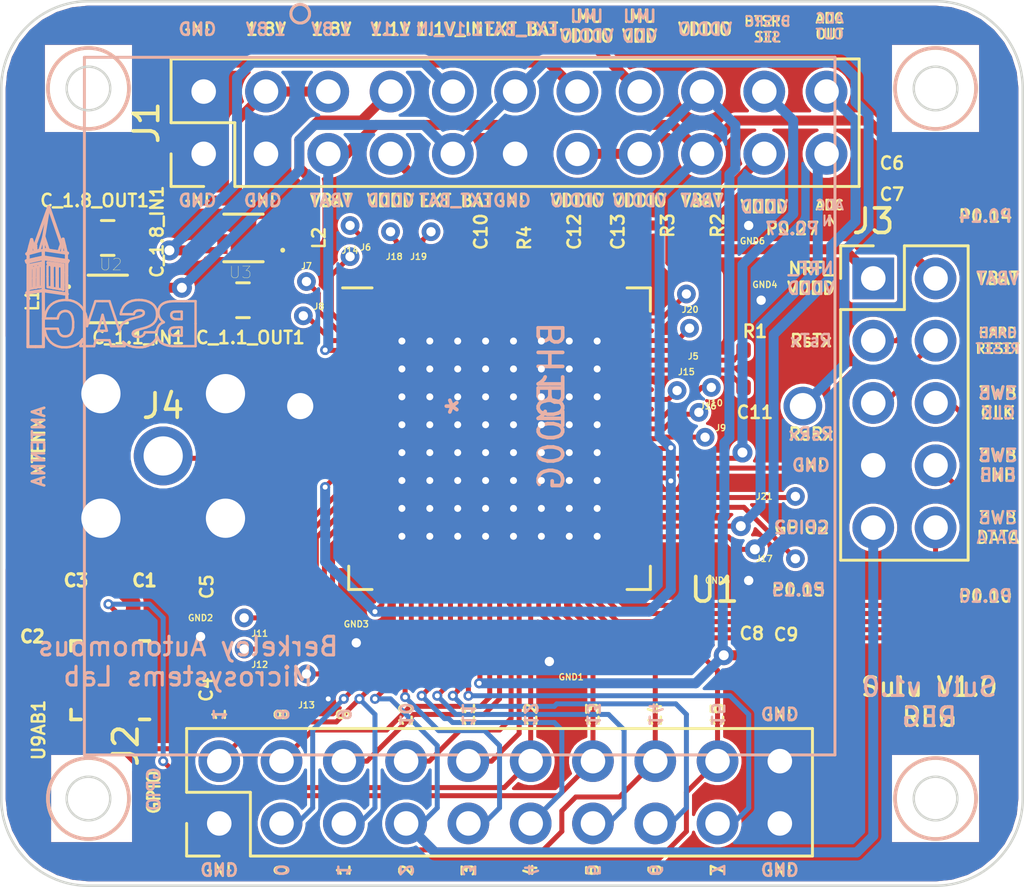
<source format=kicad_pcb>
(kicad_pcb (version 20171130) (host pcbnew "(5.1.6)-1")
  (layers (0 F.Cu mixed) (31 B.Cu mixed hide) (34 B.Paste user) (35 F.Paste user) (36 B.SilkS user) (37 F.SilkS user) (38 B.Mask user) (39 F.Mask user) (44 Edge.Cuts user))
  (net 0 "")
  (net 1 GND)
  (net 2 +VBAT)
  (net 3 +VDDD)
  (net 4 +VDDIO)
  (net 5 /scumsheet/AUX_LDO_OUTPUT)
  (net 6 +VDDAO)
  (net 7 /GPIO7)
  (net 8 /GPIO5)
  (net 9 /GPIO3)
  (net 10 /GPIO1)
  (net 11 /GPIO6)
  (net 12 /GPIO4)
  (net 13 /GPIO2)
  (net 14 /GPIO0)
  (net 15 /3WB_DATA)
  (net 16 /3WB_ENB)
  (net 17 /3WB_CLK)
  (net 18 /RsTx)
  (net 19 /RsRx)
  (net 20 /SENSOR_LDO_OUTPUT)
  (net 21 /SENSOR_EXT_IN)
  (net 22 /GPIO10)
  (net 23 /GPIO9)
  (net 24 /GPIO8)
  (net 25 /BOOT_SOURCE_SEL)
  (net 26 /GPIO13)
  (net 27 /GPIO14)
  (net 28 /GPIO15)
  (net 29 /GPIO12)
  (net 30 /IMU_VDD)
  (net 31 /IMU_VDDIO)
  (net 32 /GPIO11)
  (net 33 /HARD_RESET)
  (net 34 "Net-(C3-Pad1)")
  (net 35 /scumsheet/LO_LDO_OUTPUT)
  (net 36 /scumsheet/PA_LDO_OUTPUT)
  (net 37 /scumsheet/VDDD_DISABLE)
  (net 38 "Net-(J5-Pad1)")
  (net 39 "Net-(J6-Pad1)")
  (net 40 "Net-(J7-Pad1)")
  (net 41 "Net-(J8-Pad1)")
  (net 42 "Net-(J9-Pad1)")
  (net 43 "Net-(J10-Pad1)")
  (net 44 "Net-(J11-Pad1)")
  (net 45 "Net-(J12-Pad1)")
  (net 46 "Net-(J13-Pad1)")
  (net 47 "Net-(J14-Pad1)")
  (net 48 "Net-(J15-Pad1)")
  (net 49 "Net-(J16-Pad1)")
  (net 50 "Net-(J17-Pad1)")
  (net 51 "Net-(J18-Pad1)")
  (net 52 "Net-(J19-Pad1)")
  (net 53 "Net-(J20-Pad1)")
  (net 54 "Net-(J21-Pad1)")
  (net 55 +1.8V_REG)
  (net 56 +EXT_BAT)
  (net 57 +1.1V_REG)
  (net 58 +NRF_VDDD)
  (net 59 "Net-(L1-Pad2)")
  (net 60 "Net-(L2-Pad2)")
  (net 61 "Net-(R4-Pad2)")
  (net 62 /1.1V_IN)
  (net 63 /scumsheet/ANTENNA)
  (module downloaded_libs:BH1000G (layer B.Cu) (at 124.7394 89.027 270)
    (fp_text reference B1 (at 0 -3.7465 270) (layer B.SilkS) (effects (justify mirror)))
    (fp_text value BH1000G (at 0 -3.7465 270) (layer B.SilkS) (effects (justify mirror)))
    (fp_text user * (at 0 0 270) (layer B.SilkS) (effects (justify mirror)))
    (pad 2 thru_hole circle (at 0 -13.9954 270) (size 1.5748 1.5748) (drill 1.0668) (layers *.Cu *.Mask) (net 56 +EXT_BAT))
    (pad 1 thru_hole circle (at 0 6.5024 270) (size 1.5748 1.5748) (drill 1.0668) (layers *.Cu *.Mask) (net 1 GND))
  )
  (module Connector_PinHeader_2.54mm:PinHeader_2x11_P2.54mm_Vertical (layer F.Cu) (at 114.3 78.74 90)
    (fp_text reference J1 (at 1.27 -2.33 90) (layer F.SilkS))
    (fp_text value Conn_02x11_Odd_Even)
    (pad 1 thru_hole rect (at 0 0 90) (size 1.7 1.7) (drill 1) (layers *.Cu *.Mask) (net 1 GND))
    (pad 2 thru_hole oval (at 2.54 0 90) (size 1.7 1.7) (drill 1) (layers *.Cu *.Mask) (net 1 GND))
    (pad 3 thru_hole oval (at 0 2.54 90) (size 1.7 1.7) (drill 1) (layers *.Cu *.Mask) (net 1 GND))
    (pad 4 thru_hole oval (at 2.54 2.54 90) (size 1.7 1.7) (drill 1) (layers *.Cu *.Mask) (net 55 +1.8V_REG))
    (pad 5 thru_hole oval (at 0 5.08 90) (size 1.7 1.7) (drill 1) (layers *.Cu *.Mask) (net 2 +VBAT))
    (pad 6 thru_hole oval (at 2.54 5.08 90) (size 1.7 1.7) (drill 1) (layers *.Cu *.Mask) (net 55 +1.8V_REG))
    (pad 7 thru_hole oval (at 0 7.62 90) (size 1.7 1.7) (drill 1) (layers *.Cu *.Mask) (net 3 +VDDD))
    (pad 8 thru_hole oval (at 2.54 7.62 90) (size 1.7 1.7) (drill 1) (layers *.Cu *.Mask) (net 57 +1.1V_REG))
    (pad 9 thru_hole oval (at 0 10.16 90) (size 1.7 1.7) (drill 1) (layers *.Cu *.Mask) (net 56 +EXT_BAT))
    (pad 10 thru_hole oval (at 2.54 10.16 90) (size 1.7 1.7) (drill 1) (layers *.Cu *.Mask) (net 62 /1.1V_IN))
    (pad 11 thru_hole oval (at 0 12.7 90) (size 1.7 1.7) (drill 1) (layers *.Cu *.Mask) (net 1 GND))
    (pad 12 thru_hole oval (at 2.54 12.7 90) (size 1.7 1.7) (drill 1) (layers *.Cu *.Mask) (net 56 +EXT_BAT))
    (pad 13 thru_hole oval (at 0 15.24 90) (size 1.7 1.7) (drill 1) (layers *.Cu *.Mask) (net 4 +VDDIO))
    (pad 14 thru_hole oval (at 2.54 15.24 90) (size 1.7 1.7) (drill 1) (layers *.Cu *.Mask) (net 31 /IMU_VDDIO))
    (pad 15 thru_hole oval (at 0 17.78 90) (size 1.7 1.7) (drill 1) (layers *.Cu *.Mask) (net 4 +VDDIO))
    (pad 16 thru_hole oval (at 2.54 17.78 90) (size 1.7 1.7) (drill 1) (layers *.Cu *.Mask) (net 30 /IMU_VDD))
    (pad 17 thru_hole oval (at 0 20.32 90) (size 1.7 1.7) (drill 1) (layers *.Cu *.Mask) (net 2 +VBAT))
    (pad 18 thru_hole oval (at 2.54 20.32 90) (size 1.7 1.7) (drill 1) (layers *.Cu *.Mask) (net 4 +VDDIO))
    (pad 19 thru_hole oval (at 0 22.86 90) (size 1.7 1.7) (drill 1) (layers *.Cu *.Mask) (net 3 +VDDD))
    (pad 20 thru_hole oval (at 2.54 22.86 90) (size 1.7 1.7) (drill 1) (layers *.Cu *.Mask) (net 25 /BOOT_SOURCE_SEL))
    (pad 21 thru_hole oval (at 0 25.4 90) (size 1.7 1.7) (drill 1) (layers *.Cu *.Mask) (net 21 /SENSOR_EXT_IN))
    (pad 22 thru_hole oval (at 2.54 25.4 90) (size 1.7 1.7) (drill 1) (layers *.Cu *.Mask) (net 20 /SENSOR_LDO_OUTPUT))
  )
  (module downloaded_libs:MOLEX_73391-0060 (layer F.Cu) (at 112.649 91.059)
    (fp_text reference J4 (at 0 -2.032) (layer F.SilkS) (effects (font (size 1.000323 1.000323))))
    (fp_text value 73391-0060)
    (pad 1 thru_hole circle (at 0 0) (size 2.4 2.4) (drill 1.6) (layers *.Cu *.Mask) (net 63 /scumsheet/ANTENNA))
    (pad 2 thru_hole circle (at -2.54 -2.54) (size 2.4 2.4) (drill 1.6) (layers *.Cu *.Mask) (net 1 GND))
    (pad 3 thru_hole circle (at 2.54 -2.54) (size 2.4 2.4) (drill 1.6) (layers *.Cu *.Mask) (net 1 GND))
    (pad 4 thru_hole circle (at -2.54 2.54) (size 2.4 2.4) (drill 1.6) (layers *.Cu *.Mask) (net 1 GND))
    (pad 5 thru_hole circle (at 2.54 2.54) (size 2.4 2.4) (drill 1.6) (layers *.Cu *.Mask) (net 1 GND))
  )
  (module Resistor_SMD:R_0402_1005Metric (layer F.Cu) (at 126.619 82.192 270)
    (fp_text reference R4 (at -0.023 -0.762 90) (layer F.SilkS) (effects (font (size 0.508 0.508) (thickness 0.1016))))
    (fp_text value "0 Ohm")
    (pad 2 smd roundrect (at 0.485 0 270) (size 0.59 0.64) (layers F.Cu F.Paste F.Mask) (net 61 "Net-(R4-Pad2)"))
    (pad 1 smd roundrect (at -0.485 0 270) (size 0.59 0.64) (layers F.Cu F.Paste F.Mask) (net 3 +VDDD))
  )
  (module downloaded_libs:SOFL50P180X50-6N (layer F.Cu) (at 115.922999 82.169 180)
    (fp_text reference U3 (at 0.124 -1.4048) (layer F.SilkS) (effects (font (size 0.48 0.48) (thickness 0.015))))
    (fp_text value S-85S1AB11-I6T1U)
    (pad 6 smd rect (at 0.9 -0.5 180) (size 0.5 0.3) (layers F.Cu F.Paste F.Mask) (net 62 /1.1V_IN))
    (pad 5 smd rect (at 0.9 0 180) (size 0.5 0.3) (layers F.Cu F.Paste F.Mask) (net 62 /1.1V_IN))
    (pad 4 smd rect (at 0.9 0.5 180) (size 0.5 0.3) (layers F.Cu F.Paste F.Mask) (net 1 GND))
    (pad 3 smd rect (at -0.9 0.5 180) (size 0.5 0.3) (layers F.Cu F.Paste F.Mask) (net 60 "Net-(L2-Pad2)"))
    (pad 2 smd rect (at -0.9 0 180) (size 0.5 0.3) (layers F.Cu F.Paste F.Mask) (net 1 GND))
    (pad 1 smd rect (at -0.9 -0.5 180) (size 0.5 0.3) (layers F.Cu F.Paste F.Mask) (net 57 +1.1V_REG))
  )
  (module downloaded_libs:SOFL50P180X50-6N (layer F.Cu) (at 110.391001 84.657999)
    (fp_text reference U2 (at 0.124 -1.4048) (layer F.SilkS) (effects (font (size 0.48 0.48) (thickness 0.015))))
    (fp_text value S-85S1AB18-I6T1U)
    (pad 6 smd rect (at 0.9 -0.5) (size 0.5 0.3) (layers F.Cu F.Paste F.Mask) (net 56 +EXT_BAT))
    (pad 5 smd rect (at 0.9 0) (size 0.5 0.3) (layers F.Cu F.Paste F.Mask) (net 56 +EXT_BAT))
    (pad 4 smd rect (at 0.9 0.5) (size 0.5 0.3) (layers F.Cu F.Paste F.Mask) (net 1 GND))
    (pad 3 smd rect (at -0.9 0.5) (size 0.5 0.3) (layers F.Cu F.Paste F.Mask) (net 59 "Net-(L1-Pad2)"))
    (pad 2 smd rect (at -0.9 0) (size 0.5 0.3) (layers F.Cu F.Paste F.Mask) (net 1 GND))
    (pad 1 smd rect (at -0.9 -0.5) (size 0.5 0.3) (layers F.Cu F.Paste F.Mask) (net 55 +1.8V_REG))
  )
  (module Resistor_SMD:R_0402_1005Metric (layer F.Cu) (at 132.207 82.146 270)
    (fp_text reference R3 (at -0.485 -1.016 90) (layer F.SilkS) (effects (font (size 0.508 0.508) (thickness 0.1016))))
    (fp_text value R_Small_US)
    (pad 2 smd roundrect (at 0.485 0 270) (size 0.59 0.64) (layers F.Cu F.Paste F.Mask) (net 1 GND))
    (pad 1 smd roundrect (at -0.485 0 270) (size 0.59 0.64) (layers F.Cu F.Paste F.Mask) (net 3 +VDDD))
  )
  (module Resistor_SMD:R_0402_1005Metric (layer F.Cu) (at 134.239 82.146 90)
    (fp_text reference R2 (at 0.485 1.016 90) (layer F.SilkS) (effects (font (size 0.508 0.508) (thickness 0.1016))))
    (fp_text value R_Small_US)
    (pad 2 smd roundrect (at 0.485 0 90) (size 0.59 0.64) (layers F.Cu F.Paste F.Mask) (net 3 +VDDD))
    (pad 1 smd roundrect (at -0.485 0 90) (size 0.59 0.64) (layers F.Cu F.Paste F.Mask) (net 58 +NRF_VDDD))
  )
  (module Capacitor_SMD:C_0805_2012Metric (layer F.Cu) (at 110.386 82.169 180)
    (fp_text reference C_1.8_OUT1 (at 0.531 1.524) (layer F.SilkS) (effects (font (size 0.508 0.508) (thickness 0.1016))))
    (fp_text value "100 uF")
    (pad 2 smd roundrect (at 0.9375 0 180) (size 0.975 1.4) (layers F.Cu F.Paste F.Mask) (net 55 +1.8V_REG))
    (pad 1 smd roundrect (at -0.9375 0 180) (size 0.975 1.4) (layers F.Cu F.Paste F.Mask) (net 1 GND))
  )
  (module Capacitor_SMD:C_0805_2012Metric (layer F.Cu) (at 115.9025 84.709)
    (fp_text reference C_1.1_OUT1 (at 0.3025 1.524) (layer F.SilkS) (effects (font (size 0.508 0.508) (thickness 0.1016))))
    (fp_text value "100 uF")
    (pad 2 smd roundrect (at 0.9375 0) (size 0.975 1.4) (layers F.Cu F.Paste F.Mask) (net 57 +1.1V_REG))
    (pad 1 smd roundrect (at -0.9375 0) (size 0.975 1.4) (layers F.Cu F.Paste F.Mask) (net 1 GND))
  )
  (module Inductor_SMD:L_0402_1005Metric (layer F.Cu) (at 117.983 82.192 90)
    (fp_text reference L2 (at 0.023 1.016 90) (layer F.SilkS) (effects (font (size 0.508 0.508) (thickness 0.1016))))
    (fp_text value "2.2 uH")
    (pad 2 smd roundrect (at 0.485 0 90) (size 0.59 0.64) (layers F.Cu F.Paste F.Mask) (net 60 "Net-(L2-Pad2)"))
    (pad 1 smd roundrect (at -0.485 0 90) (size 0.59 0.64) (layers F.Cu F.Paste F.Mask) (net 57 +1.1V_REG))
  )
  (module Inductor_SMD:L_0402_1005Metric (layer F.Cu) (at 108.331 84.686 270)
    (fp_text reference L1 (at 0.023 1.016 90) (layer F.SilkS) (effects (font (size 0.508 0.508) (thickness 0.1016))))
    (fp_text value "2.2 uH")
    (pad 2 smd roundrect (at 0.485 0 270) (size 0.59 0.64) (layers F.Cu F.Paste F.Mask) (net 59 "Net-(L1-Pad2)"))
    (pad 1 smd roundrect (at -0.485 0 270) (size 0.59 0.64) (layers F.Cu F.Paste F.Mask) (net 55 +1.8V_REG))
  )
  (module Connector_PinHeader_2.54mm:PinHeader_2x05_P2.54mm_Vertical (layer F.Cu) (at 141.605 83.82)
    (fp_text reference J3 (at 0 -2.33) (layer F.SilkS))
    (fp_text value Conn_02x05_Odd_Even)
    (pad 10 thru_hole oval (at 2.54 10.16) (size 1.7 1.7) (drill 1) (layers *.Cu *.Mask) (net 15 /3WB_DATA))
    (pad 9 thru_hole oval (at 0 10.16) (size 1.7 1.7) (drill 1) (layers *.Cu *.Mask) (net 13 /GPIO2))
    (pad 8 thru_hole oval (at 2.54 7.62) (size 1.7 1.7) (drill 1) (layers *.Cu *.Mask) (net 16 /3WB_ENB))
    (pad 7 thru_hole oval (at 0 7.62) (size 1.7 1.7) (drill 1) (layers *.Cu *.Mask) (net 1 GND))
    (pad 6 thru_hole oval (at 2.54 5.08) (size 1.7 1.7) (drill 1) (layers *.Cu *.Mask) (net 17 /3WB_CLK))
    (pad 5 thru_hole oval (at 0 5.08) (size 1.7 1.7) (drill 1) (layers *.Cu *.Mask) (net 19 /RsRx))
    (pad 4 thru_hole oval (at 2.54 2.54) (size 1.7 1.7) (drill 1) (layers *.Cu *.Mask) (net 33 /HARD_RESET))
    (pad 3 thru_hole oval (at 0 2.54) (size 1.7 1.7) (drill 1) (layers *.Cu *.Mask) (net 18 /RsTx))
    (pad 2 thru_hole oval (at 2.54 0) (size 1.7 1.7) (drill 1) (layers *.Cu *.Mask) (net 2 +VBAT))
    (pad 1 thru_hole rect (at 0 0) (size 1.7 1.7) (drill 1) (layers *.Cu *.Mask) (net 58 +NRF_VDDD))
  )
  (module Capacitor_SMD:C_0402_1005Metric (layer F.Cu) (at 113.919 82.192 90)
    (fp_text reference C_1.1_IN1 (at -4.041 -2.286 180) (layer F.SilkS) (effects (font (size 0.508 0.508) (thickness 0.1016))))
    (fp_text value "10 uF")
    (pad 2 smd roundrect (at 0.485 0 90) (size 0.59 0.64) (layers F.Cu F.Paste F.Mask) (net 1 GND))
    (pad 1 smd roundrect (at -0.485 0 90) (size 0.59 0.64) (layers F.Cu F.Paste F.Mask) (net 62 /1.1V_IN))
  )
  (module Capacitor_SMD:C_0402_1005Metric (layer F.Cu) (at 112.395 84.686 270)
    (fp_text reference C_1.8_IN1 (at -2.771 0 90) (layer F.SilkS) (effects (font (size 0.508 0.508) (thickness 0.1016))))
    (fp_text value "10 uF")
    (pad 2 smd roundrect (at 0.485 0 270) (size 0.59 0.64) (layers F.Cu F.Paste F.Mask) (net 1 GND))
    (pad 1 smd roundrect (at -0.485 0 270) (size 0.59 0.64) (layers F.Cu F.Paste F.Mask) (net 56 +EXT_BAT))
  )
  (module SCUM:through_hole (layer F.Cu) (at 138.43 92.71)
    (fp_text reference J21 (at -1.27 0) (layer F.SilkS) (effects (font (size 0.254 0.254) (thickness 0.0508))))
    (fp_text value through_hole hide)
    (pad 1 thru_hole circle (at 0 0) (size 0.762 0.762) (drill 0.381) (layers *.Cu *.Mask) (net 54 "Net-(J21-Pad1)"))
  )
  (module SCUM:through_hole (layer F.Cu) (at 133.985 84.455)
    (fp_text reference J20 (at 0.1524 0.635) (layer F.SilkS) (effects (font (size 0.254 0.254) (thickness 0.0508))))
    (fp_text value through_hole hide)
    (pad 1 thru_hole circle (at 0 0) (size 0.762 0.762) (drill 0.381) (layers *.Cu *.Mask) (net 53 "Net-(J20-Pad1)"))
  )
  (module SCUM:through_hole (layer F.Cu) (at 123.571 81.915)
    (fp_text reference J19 (at -0.508 1.016) (layer F.SilkS) (effects (font (size 0.254 0.254) (thickness 0.0508))))
    (fp_text value through_hole hide)
    (pad 1 thru_hole circle (at 0 0) (size 0.762 0.762) (drill 0.381) (layers *.Cu *.Mask) (net 52 "Net-(J19-Pad1)"))
  )
  (module SCUM:through_hole (layer F.Cu) (at 121.92 81.915)
    (fp_text reference J18 (at 0.1524 1.016) (layer F.SilkS) (effects (font (size 0.254 0.254) (thickness 0.0508))))
    (fp_text value through_hole hide)
    (pad 1 thru_hole circle (at 0 0) (size 0.762 0.762) (drill 0.381) (layers *.Cu *.Mask) (net 51 "Net-(J18-Pad1)"))
  )
  (module SCUM:through_hole (layer F.Cu) (at 120.269 81.661)
    (fp_text reference J14 (at 0 1.016) (layer F.SilkS) (effects (font (size 0.254 0.254) (thickness 0.0508))))
    (fp_text value through_hole hide)
    (pad 1 thru_hole circle (at 0 0) (size 0.762 0.762) (drill 0.381) (layers *.Cu *.Mask) (net 47 "Net-(J14-Pad1)"))
  )
  (module SCUM:through_hole (layer F.Cu) (at 115.951 98.933)
    (fp_text reference J12 (at 0.635 0.635) (layer F.SilkS) (effects (font (size 0.254 0.254) (thickness 0.0508))))
    (fp_text value through_hole hide)
    (pad 1 thru_hole circle (at 0 0) (size 0.762 0.762) (drill 0.381) (layers *.Cu *.Mask) (net 45 "Net-(J12-Pad1)"))
  )
  (module SCUM:through_hole (layer F.Cu) (at 138.43 95.25)
    (fp_text reference J17 (at -1.27 0) (layer F.SilkS) (effects (font (size 0.254 0.254) (thickness 0.0508))))
    (fp_text value through_hole hide)
    (pad 1 thru_hole circle (at 0 0) (size 0.762 0.762) (drill 0.381) (layers *.Cu *.Mask) (net 50 "Net-(J17-Pad1)"))
  )
  (module SCUM:through_hole (layer F.Cu) (at 135.001 88.265)
    (fp_text reference J16 (at -0.127 0.762) (layer F.SilkS) (effects (font (size 0.254 0.254) (thickness 0.0508))))
    (fp_text value through_hole hide)
    (pad 1 thru_hole circle (at 0 0) (size 0.762 0.762) (drill 0.381) (layers *.Cu *.Mask) (net 49 "Net-(J16-Pad1)"))
  )
  (module SCUM:through_hole (layer F.Cu) (at 133.604 88.392)
    (fp_text reference J15 (at 0.381 -0.762) (layer F.SilkS) (effects (font (size 0.254 0.254) (thickness 0.0508))))
    (fp_text value through_hole hide)
    (pad 1 thru_hole circle (at 0 0) (size 0.762 0.762) (drill 0.381) (layers *.Cu *.Mask) (net 48 "Net-(J15-Pad1)"))
  )
  (module SCUM:through_hole (layer F.Cu) (at 118.491 99.949)
    (fp_text reference J13 (at 0 1.27) (layer F.SilkS) (effects (font (size 0.254 0.254) (thickness 0.0508))))
    (fp_text value through_hole hide)
    (pad 1 thru_hole circle (at 0 0) (size 0.762 0.762) (drill 0.381) (layers *.Cu *.Mask) (net 46 "Net-(J13-Pad1)"))
  )
  (module SCUM:through_hole (layer F.Cu) (at 115.951 97.663)
    (fp_text reference J11 (at 0.635 0.635) (layer F.SilkS) (effects (font (size 0.254 0.254) (thickness 0.0508))))
    (fp_text value through_hole hide)
    (pad 1 thru_hole circle (at 0 0) (size 0.762 0.762) (drill 0.381) (layers *.Cu *.Mask) (net 44 "Net-(J11-Pad1)"))
  )
  (module SCUM:through_hole (layer F.Cu) (at 134.493 89.281)
    (fp_text reference J10 (at 0.635 -0.381) (layer F.SilkS) (effects (font (size 0.254 0.254) (thickness 0.0508))))
    (fp_text value through_hole hide)
    (pad 1 thru_hole circle (at 0 0) (size 0.762 0.762) (drill 0.381) (layers *.Cu *.Mask) (net 43 "Net-(J10-Pad1)"))
  )
  (module SCUM:through_hole (layer F.Cu) (at 134.747 90.297)
    (fp_text reference J9 (at 0.635 -0.381) (layer F.SilkS) (effects (font (size 0.254 0.254) (thickness 0.0508))))
    (fp_text value through_hole hide)
    (pad 1 thru_hole circle (at 0 0) (size 0.762 0.762) (drill 0.381) (layers *.Cu *.Mask) (net 42 "Net-(J9-Pad1)"))
  )
  (module SCUM:through_hole (layer F.Cu) (at 118.364 85.344)
    (fp_text reference J8 (at 0.635 -0.381) (layer F.SilkS) (effects (font (size 0.254 0.254) (thickness 0.0508))))
    (fp_text value through_hole hide)
    (pad 1 thru_hole circle (at 0 0) (size 0.762 0.762) (drill 0.381) (layers *.Cu *.Mask) (net 41 "Net-(J8-Pad1)"))
  )
  (module SCUM:through_hole (layer F.Cu) (at 118.491 83.947)
    (fp_text reference J7 (at 0 -0.635) (layer F.SilkS) (effects (font (size 0.254 0.254) (thickness 0.0508))))
    (fp_text value through_hole hide)
    (pad 1 thru_hole circle (at 0 0) (size 0.762 0.762) (drill 0.381) (layers *.Cu *.Mask) (net 40 "Net-(J7-Pad1)"))
  )
  (module SCUM:through_hole (layer F.Cu) (at 120.269 82.931)
    (fp_text reference J6 (at 0.635 -0.381) (layer F.SilkS) (effects (font (size 0.254 0.254) (thickness 0.0508))))
    (fp_text value through_hole hide)
    (pad 1 thru_hole circle (at 0 0) (size 0.762 0.762) (drill 0.381) (layers *.Cu *.Mask) (net 39 "Net-(J6-Pad1)"))
  )
  (module SCUM:through_hole (layer F.Cu) (at 134.112 85.852)
    (fp_text reference J5 (at 0.1524 1.143) (layer F.SilkS) (effects (font (size 0.254 0.254) (thickness 0.0508))))
    (fp_text value through_hole hide)
    (pad 1 thru_hole circle (at 0 0) (size 0.762 0.762) (drill 0.381) (layers *.Cu *.Mask) (net 38 "Net-(J5-Pad1)"))
  )
  (module SCUM:through_hole (layer F.Cu) (at 136.525 81.661)
    (fp_text reference GND6 (at 0.1524 0.635) (layer F.SilkS) (effects (font (size 0.254 0.254) (thickness 0.0508))))
    (fp_text value through_hole hide)
    (pad 1 thru_hole circle (at 0 0) (size 0.762 0.762) (drill 0.381) (layers *.Cu *.Mask) (net 1 GND))
  )
  (module SCUM:through_hole (layer F.Cu) (at 136.525 96.139)
    (fp_text reference GND5 (at -1.27 0) (layer F.SilkS) (effects (font (size 0.254 0.254) (thickness 0.0508))))
    (fp_text value through_hole hide)
    (pad 1 thru_hole circle (at 0 0) (size 0.762 0.762) (drill 0.381) (layers *.Cu *.Mask) (net 1 GND))
  )
  (module SCUM:through_hole (layer F.Cu) (at 137.033 84.709)
    (fp_text reference GND4 (at 0.1524 -0.635) (layer F.SilkS) (effects (font (size 0.254 0.254) (thickness 0.0508))))
    (fp_text value through_hole hide)
    (pad 1 thru_hole circle (at 0 0) (size 0.762 0.762) (drill 0.381) (layers *.Cu *.Mask) (net 1 GND))
  )
  (module SCUM:through_hole (layer F.Cu) (at 120.523 98.679)
    (fp_text reference GND3 (at 0 -0.762) (layer F.SilkS) (effects (font (size 0.254 0.254) (thickness 0.0508))))
    (fp_text value through_hole hide)
    (pad 1 thru_hole circle (at 0 0) (size 0.762 0.762) (drill 0.381) (layers *.Cu *.Mask) (net 1 GND))
  )
  (module SCUM:through_hole (layer F.Cu) (at 114.173 98.425)
    (fp_text reference GND2 (at 0 -0.762) (layer F.SilkS) (effects (font (size 0.254 0.254) (thickness 0.0508))))
    (fp_text value through_hole hide)
    (pad 1 thru_hole circle (at 0 0) (size 0.762 0.762) (drill 0.381) (layers *.Cu *.Mask) (net 1 GND))
  )
  (module SCUM:through_hole (layer F.Cu) (at 128.397 99.441)
    (fp_text reference GND1 (at 0.889 0.635) (layer F.SilkS) (effects (font (size 0.254 0.254) (thickness 0.0508))))
    (fp_text value through_hole hide)
    (pad 1 thru_hole circle (at 0 0) (size 0.762 0.762) (drill 0.381) (layers *.Cu *.Mask) (net 1 GND))
  )
  (module Resistor_SMD:R_0402_1005Metric (layer F.Cu) (at 136.802 86.741)
    (fp_text reference R1 (at -0.023 -0.762) (layer F.SilkS) (effects (font (size 0.508 0.508) (thickness 0.1016))))
    (fp_text value NP)
    (pad 2 smd roundrect (at 0.485 0) (size 0.59 0.64) (layers F.Cu F.Paste F.Mask) (net 1 GND))
    (pad 1 smd roundrect (at -0.485 0) (size 0.59 0.64) (layers F.Cu F.Paste F.Mask) (net 37 /scumsheet/VDDD_DISABLE))
  )
  (module Capacitor_SMD:C_0402_1005Metric (layer F.Cu) (at 130.302 82.065 90)
    (fp_text reference C13 (at 0.15 0.889 270) (layer F.SilkS) (effects (font (size 0.508 0.508) (thickness 0.1016))))
    (fp_text value NP)
    (pad 2 smd roundrect (at 0.485 0 90) (size 0.59 0.64) (layers F.Cu F.Paste F.Mask) (net 3 +VDDD))
    (pad 1 smd roundrect (at -0.485 0 90) (size 0.59 0.64) (layers F.Cu F.Paste F.Mask) (net 1 GND))
  )
  (module Capacitor_SMD:C_0402_1005Metric (layer F.Cu) (at 128.397 82.065 90)
    (fp_text reference C12 (at 0.15 1.016 270) (layer F.SilkS) (effects (font (size 0.508 0.508) (thickness 0.1016))))
    (fp_text value NP)
    (pad 2 smd roundrect (at 0.485 0 90) (size 0.59 0.64) (layers F.Cu F.Paste F.Mask) (net 3 +VDDD))
    (pad 1 smd roundrect (at -0.485 0 90) (size 0.59 0.64) (layers F.Cu F.Paste F.Mask) (net 1 GND))
  )
  (module Capacitor_SMD:C_0402_1005Metric (layer F.Cu) (at 136.802 88.265 180)
    (fp_text reference C11 (at 0.023 -1.016) (layer F.SilkS) (effects (font (size 0.508 0.508) (thickness 0.1016))))
    (fp_text value NP)
    (pad 2 smd roundrect (at 0.485 0 180) (size 0.59 0.64) (layers F.Cu F.Paste F.Mask) (net 5 /scumsheet/AUX_LDO_OUTPUT))
    (pad 1 smd roundrect (at -0.485 0 180) (size 0.59 0.64) (layers F.Cu F.Paste F.Mask) (net 1 GND))
  )
  (module Capacitor_SMD:C_0402_1005Metric (layer F.Cu) (at 124.841 82.146 90)
    (fp_text reference C10 (at 0.231 0.762 90) (layer F.SilkS) (effects (font (size 0.508 0.508) (thickness 0.1016))))
    (fp_text value NP)
    (pad 2 smd roundrect (at 0.485 0 90) (size 0.59 0.64) (layers F.Cu F.Paste F.Mask) (net 1 GND))
    (pad 1 smd roundrect (at -0.485 0 90) (size 0.59 0.64) (layers F.Cu F.Paste F.Mask) (net 6 +VDDAO))
  )
  (module Capacitor_SMD:C_0402_1005Metric (layer F.Cu) (at 138.049 99.718 270)
    (fp_text reference C9 (at -1.374 0 180) (layer F.SilkS) (effects (font (size 0.508 0.508) (thickness 0.1016))))
    (fp_text value NP)
    (pad 2 smd roundrect (at 0.485 0 270) (size 0.59 0.64) (layers F.Cu F.Paste F.Mask) (net 1 GND))
    (pad 1 smd roundrect (at -0.485 0 270) (size 0.59 0.64) (layers F.Cu F.Paste F.Mask) (net 4 +VDDIO))
  )
  (module Capacitor_SMD:C_0402_1005Metric (layer F.Cu) (at 136.652 99.672 270)
    (fp_text reference C8 (at -1.374 0 180) (layer F.SilkS) (effects (font (size 0.508 0.508) (thickness 0.1016))))
    (fp_text value NP)
    (pad 2 smd roundrect (at 0.485 0 270) (size 0.59 0.64) (layers F.Cu F.Paste F.Mask) (net 1 GND))
    (pad 1 smd roundrect (at -0.485 0 270) (size 0.59 0.64) (layers F.Cu F.Paste F.Mask) (net 4 +VDDIO))
  )
  (module Capacitor_SMD:C_0402_1005Metric (layer F.Cu) (at 143.868 80.899)
    (fp_text reference C7 (at -1.501 -0.508) (layer F.SilkS) (effects (font (size 0.508 0.508) (thickness 0.1016))))
    (fp_text value NP)
    (pad 2 smd roundrect (at 0.485 0) (size 0.59 0.64) (layers F.Cu F.Paste F.Mask) (net 1 GND))
    (pad 1 smd roundrect (at -0.485 0) (size 0.59 0.64) (layers F.Cu F.Paste F.Mask) (net 2 +VBAT))
  )
  (module Capacitor_SMD:C_0402_1005Metric (layer F.Cu) (at 143.868 79.375)
    (fp_text reference C6 (at -1.501 -0.254) (layer F.SilkS) (effects (font (size 0.508 0.508) (thickness 0.1016))))
    (fp_text value NP)
    (pad 2 smd roundrect (at 0.485 0) (size 0.59 0.64) (layers F.Cu F.Paste F.Mask) (net 1 GND))
    (pad 1 smd roundrect (at -0.485 0) (size 0.59 0.64) (layers F.Cu F.Paste F.Mask) (net 2 +VBAT))
  )
  (module Capacitor_SMD:C_0402_1005Metric (layer F.Cu) (at 115.72 96.393 180)
    (fp_text reference C5 (at 1.293 0 90) (layer F.SilkS) (effects (font (size 0.508 0.508) (thickness 0.1016))))
    (fp_text value NP)
    (pad 2 smd roundrect (at 0.485 0 180) (size 0.59 0.64) (layers F.Cu F.Paste F.Mask) (net 1 GND))
    (pad 1 smd roundrect (at -0.485 0 180) (size 0.59 0.64) (layers F.Cu F.Paste F.Mask) (net 36 /scumsheet/PA_LDO_OUTPUT))
  )
  (module Capacitor_SMD:C_0402_1005Metric (layer F.Cu) (at 115.697 100.457 180)
    (fp_text reference C4 (at 1.293 -0.127 90) (layer F.SilkS) (effects (font (size 0.508 0.508) (thickness 0.1016))))
    (fp_text value NP)
    (pad 2 smd roundrect (at 0.485 0 180) (size 0.59 0.64) (layers F.Cu F.Paste F.Mask) (net 1 GND))
    (pad 1 smd roundrect (at -0.485 0 180) (size 0.59 0.64) (layers F.Cu F.Paste F.Mask) (net 35 /scumsheet/LO_LDO_OUTPUT))
  )
  (module Connector_PinHeader_2.54mm:PinHeader_2x10_P2.54mm_Vertical (layer F.Cu) (at 114.935 106.045 90)
    (fp_text reference J2 (at 3.175 -3.81 270) (layer F.SilkS))
    (fp_text value Conn_02x10_Odd_Even)
    (pad 20 thru_hole oval (at 2.54 22.86 90) (size 1.7 1.7) (drill 1) (layers *.Cu *.Mask) (net 1 GND))
    (pad 19 thru_hole oval (at 0 22.86 90) (size 1.7 1.7) (drill 1) (layers *.Cu *.Mask) (net 1 GND))
    (pad 18 thru_hole oval (at 2.54 20.32 90) (size 1.7 1.7) (drill 1) (layers *.Cu *.Mask) (net 28 /GPIO15))
    (pad 17 thru_hole oval (at 0 20.32 90) (size 1.7 1.7) (drill 1) (layers *.Cu *.Mask) (net 7 /GPIO7))
    (pad 16 thru_hole oval (at 2.54 17.78 90) (size 1.7 1.7) (drill 1) (layers *.Cu *.Mask) (net 27 /GPIO14))
    (pad 15 thru_hole oval (at 0 17.78 90) (size 1.7 1.7) (drill 1) (layers *.Cu *.Mask) (net 11 /GPIO6))
    (pad 14 thru_hole oval (at 2.54 15.24 90) (size 1.7 1.7) (drill 1) (layers *.Cu *.Mask) (net 26 /GPIO13))
    (pad 13 thru_hole oval (at 0 15.24 90) (size 1.7 1.7) (drill 1) (layers *.Cu *.Mask) (net 8 /GPIO5))
    (pad 12 thru_hole oval (at 2.54 12.7 90) (size 1.7 1.7) (drill 1) (layers *.Cu *.Mask) (net 29 /GPIO12))
    (pad 11 thru_hole oval (at 0 12.7 90) (size 1.7 1.7) (drill 1) (layers *.Cu *.Mask) (net 12 /GPIO4))
    (pad 10 thru_hole oval (at 2.54 10.16 90) (size 1.7 1.7) (drill 1) (layers *.Cu *.Mask) (net 32 /GPIO11))
    (pad 9 thru_hole oval (at 0 10.16 90) (size 1.7 1.7) (drill 1) (layers *.Cu *.Mask) (net 9 /GPIO3))
    (pad 8 thru_hole oval (at 2.54 7.62 90) (size 1.7 1.7) (drill 1) (layers *.Cu *.Mask) (net 22 /GPIO10))
    (pad 7 thru_hole oval (at 0 7.62 90) (size 1.7 1.7) (drill 1) (layers *.Cu *.Mask) (net 13 /GPIO2))
    (pad 6 thru_hole oval (at 2.54 5.08 90) (size 1.7 1.7) (drill 1) (layers *.Cu *.Mask) (net 23 /GPIO9))
    (pad 5 thru_hole oval (at 0 5.08 90) (size 1.7 1.7) (drill 1) (layers *.Cu *.Mask) (net 10 /GPIO1))
    (pad 4 thru_hole oval (at 2.54 2.54 90) (size 1.7 1.7) (drill 1) (layers *.Cu *.Mask) (net 24 /GPIO8))
    (pad 3 thru_hole oval (at 0 2.54 90) (size 1.7 1.7) (drill 1) (layers *.Cu *.Mask) (net 14 /GPIO0))
    (pad 2 thru_hole oval (at 2.54 0 90) (size 1.7 1.7) (drill 1) (layers *.Cu *.Mask) (net 10 /GPIO1))
    (pad 1 thru_hole rect (at 0 0 90) (size 1.7 1.7) (drill 1) (layers *.Cu *.Mask) (net 1 GND))
  )
  (module SCUM:QFN-100_EP_12x12_Pitch0.4mm_Margin0.25mm (layer F.Cu) (at 126.365 90.355)
    (fp_text reference U1 (at 8.763 6.165) (layer F.SilkS))
    (fp_text value scum3)
    (pad 101 thru_hole circle (at 3.98125 3.98125) (size 0.56875 0.56875) (drill 0.284375) (layers *.Cu *.Mask) (net 1 GND))
    (pad 101 thru_hole circle (at 3.98125 2.84375) (size 0.56875 0.56875) (drill 0.284375) (layers *.Cu *.Mask) (net 1 GND))
    (pad 101 thru_hole circle (at 3.98125 1.70625) (size 0.56875 0.56875) (drill 0.284375) (layers *.Cu *.Mask) (net 1 GND))
    (pad 101 thru_hole circle (at 3.98125 0.56875) (size 0.56875 0.56875) (drill 0.284375) (layers *.Cu *.Mask) (net 1 GND))
    (pad 101 thru_hole circle (at 3.98125 -0.56875) (size 0.56875 0.56875) (drill 0.284375) (layers *.Cu *.Mask) (net 1 GND))
    (pad 101 thru_hole circle (at 3.98125 -1.70625) (size 0.56875 0.56875) (drill 0.284375) (layers *.Cu *.Mask) (net 1 GND))
    (pad 101 thru_hole circle (at 3.98125 -2.84375) (size 0.56875 0.56875) (drill 0.284375) (layers *.Cu *.Mask) (net 1 GND))
    (pad 101 thru_hole circle (at 3.98125 -3.98125) (size 0.56875 0.56875) (drill 0.284375) (layers *.Cu *.Mask) (net 1 GND))
    (pad 101 thru_hole circle (at 2.84375 3.98125) (size 0.56875 0.56875) (drill 0.284375) (layers *.Cu *.Mask) (net 1 GND))
    (pad 101 thru_hole circle (at 2.84375 2.84375) (size 0.56875 0.56875) (drill 0.284375) (layers *.Cu *.Mask) (net 1 GND))
    (pad 101 thru_hole circle (at 2.84375 1.70625) (size 0.56875 0.56875) (drill 0.284375) (layers *.Cu *.Mask) (net 1 GND))
    (pad 101 thru_hole circle (at 2.84375 0.56875) (size 0.56875 0.56875) (drill 0.284375) (layers *.Cu *.Mask) (net 1 GND))
    (pad 101 thru_hole circle (at 2.84375 -0.56875) (size 0.56875 0.56875) (drill 0.284375) (layers *.Cu *.Mask) (net 1 GND))
    (pad 101 thru_hole circle (at 2.84375 -1.70625) (size 0.56875 0.56875) (drill 0.284375) (layers *.Cu *.Mask) (net 1 GND))
    (pad 101 thru_hole circle (at 2.84375 -2.84375) (size 0.56875 0.56875) (drill 0.284375) (layers *.Cu *.Mask) (net 1 GND))
    (pad 101 thru_hole circle (at 2.84375 -3.98125) (size 0.56875 0.56875) (drill 0.284375) (layers *.Cu *.Mask) (net 1 GND))
    (pad 101 thru_hole circle (at 1.70625 3.98125) (size 0.56875 0.56875) (drill 0.284375) (layers *.Cu *.Mask) (net 1 GND))
    (pad 101 thru_hole circle (at 1.70625 2.84375) (size 0.56875 0.56875) (drill 0.284375) (layers *.Cu *.Mask) (net 1 GND))
    (pad 101 thru_hole circle (at 1.70625 1.70625) (size 0.56875 0.56875) (drill 0.284375) (layers *.Cu *.Mask) (net 1 GND))
    (pad 101 thru_hole circle (at 1.70625 0.56875) (size 0.56875 0.56875) (drill 0.284375) (layers *.Cu *.Mask) (net 1 GND))
    (pad 101 thru_hole circle (at 1.70625 -0.56875) (size 0.56875 0.56875) (drill 0.284375) (layers *.Cu *.Mask) (net 1 GND))
    (pad 101 thru_hole circle (at 1.70625 -1.70625) (size 0.56875 0.56875) (drill 0.284375) (layers *.Cu *.Mask) (net 1 GND))
    (pad 101 thru_hole circle (at 1.70625 -2.84375) (size 0.56875 0.56875) (drill 0.284375) (layers *.Cu *.Mask) (net 1 GND))
    (pad 101 thru_hole circle (at 1.70625 -3.98125) (size 0.56875 0.56875) (drill 0.284375) (layers *.Cu *.Mask) (net 1 GND))
    (pad 101 thru_hole circle (at 0.56875 3.98125) (size 0.56875 0.56875) (drill 0.284375) (layers *.Cu *.Mask) (net 1 GND))
    (pad 101 thru_hole circle (at 0.56875 2.84375) (size 0.56875 0.56875) (drill 0.284375) (layers *.Cu *.Mask) (net 1 GND))
    (pad 101 thru_hole circle (at 0.56875 1.70625) (size 0.56875 0.56875) (drill 0.284375) (layers *.Cu *.Mask) (net 1 GND))
    (pad 101 thru_hole circle (at 0.56875 0.56875) (size 0.56875 0.56875) (drill 0.284375) (layers *.Cu *.Mask) (net 1 GND))
    (pad 101 thru_hole circle (at 0.56875 -0.56875) (size 0.56875 0.56875) (drill 0.284375) (layers *.Cu *.Mask) (net 1 GND))
    (pad 101 thru_hole circle (at 0.56875 -1.70625) (size 0.56875 0.56875) (drill 0.284375) (layers *.Cu *.Mask) (net 1 GND))
    (pad 101 thru_hole circle (at 0.56875 -2.84375) (size 0.56875 0.56875) (drill 0.284375) (layers *.Cu *.Mask) (net 1 GND))
    (pad 101 thru_hole circle (at 0.56875 -3.98125) (size 0.56875 0.56875) (drill 0.284375) (layers *.Cu *.Mask) (net 1 GND))
    (pad 101 thru_hole circle (at -0.56875 3.98125) (size 0.56875 0.56875) (drill 0.284375) (layers *.Cu *.Mask) (net 1 GND))
    (pad 101 thru_hole circle (at -0.56875 2.84375) (size 0.56875 0.56875) (drill 0.284375) (layers *.Cu *.Mask) (net 1 GND))
    (pad 101 thru_hole circle (at -0.56875 1.70625) (size 0.56875 0.56875) (drill 0.284375) (layers *.Cu *.Mask) (net 1 GND))
    (pad 101 thru_hole circle (at -0.56875 0.56875) (size 0.56875 0.56875) (drill 0.284375) (layers *.Cu *.Mask) (net 1 GND))
    (pad 101 thru_hole circle (at -0.56875 -0.56875) (size 0.56875 0.56875) (drill 0.284375) (layers *.Cu *.Mask) (net 1 GND))
    (pad 101 thru_hole circle (at -0.56875 -1.70625) (size 0.56875 0.56875) (drill 0.284375) (layers *.Cu *.Mask) (net 1 GND))
    (pad 101 thru_hole circle (at -0.56875 -2.84375) (size 0.56875 0.56875) (drill 0.284375) (layers *.Cu *.Mask) (net 1 GND))
    (pad 101 thru_hole circle (at -0.56875 -3.98125) (size 0.56875 0.56875) (drill 0.284375) (layers *.Cu *.Mask) (net 1 GND))
    (pad 101 thru_hole circle (at -1.70625 3.98125) (size 0.56875 0.56875) (drill 0.284375) (layers *.Cu *.Mask) (net 1 GND))
    (pad 101 thru_hole circle (at -1.70625 2.84375) (size 0.56875 0.56875) (drill 0.284375) (layers *.Cu *.Mask) (net 1 GND))
    (pad 101 thru_hole circle (at -1.70625 1.70625) (size 0.56875 0.56875) (drill 0.284375) (layers *.Cu *.Mask) (net 1 GND))
    (pad 101 thru_hole circle (at -1.70625 0.56875) (size 0.56875 0.56875) (drill 0.284375) (layers *.Cu *.Mask) (net 1 GND))
    (pad 101 thru_hole circle (at -1.70625 -0.56875) (size 0.56875 0.56875) (drill 0.284375) (layers *.Cu *.Mask) (net 1 GND))
    (pad 101 thru_hole circle (at -1.70625 -1.70625) (size 0.56875 0.56875) (drill 0.284375) (layers *.Cu *.Mask) (net 1 GND))
    (pad 101 thru_hole circle (at -1.70625 -2.84375) (size 0.56875 0.56875) (drill 0.284375) (layers *.Cu *.Mask) (net 1 GND))
    (pad 101 thru_hole circle (at -1.70625 -3.98125) (size 0.56875 0.56875) (drill 0.284375) (layers *.Cu *.Mask) (net 1 GND))
    (pad 101 thru_hole circle (at -2.84375 3.98125) (size 0.56875 0.56875) (drill 0.284375) (layers *.Cu *.Mask) (net 1 GND))
    (pad 101 thru_hole circle (at -2.84375 2.84375) (size 0.56875 0.56875) (drill 0.284375) (layers *.Cu *.Mask) (net 1 GND))
    (pad 101 thru_hole circle (at -2.84375 1.70625) (size 0.56875 0.56875) (drill 0.284375) (layers *.Cu *.Mask) (net 1 GND))
    (pad 101 thru_hole circle (at -2.84375 0.56875) (size 0.56875 0.56875) (drill 0.284375) (layers *.Cu *.Mask) (net 1 GND))
    (pad 101 thru_hole circle (at -2.84375 -0.56875) (size 0.56875 0.56875) (drill 0.284375) (layers *.Cu *.Mask) (net 1 GND))
    (pad 101 thru_hole circle (at -2.84375 -1.70625) (size 0.56875 0.56875) (drill 0.284375) (layers *.Cu *.Mask) (net 1 GND))
    (pad 101 thru_hole circle (at -2.84375 -2.84375) (size 0.56875 0.56875) (drill 0.284375) (layers *.Cu *.Mask) (net 1 GND))
    (pad 101 thru_hole circle (at -2.84375 -3.98125) (size 0.56875 0.56875) (drill 0.284375) (layers *.Cu *.Mask) (net 1 GND))
    (pad 101 thru_hole circle (at -3.98125 3.98125) (size 0.56875 0.56875) (drill 0.284375) (layers *.Cu *.Mask) (net 1 GND))
    (pad 101 thru_hole circle (at -3.98125 2.84375) (size 0.56875 0.56875) (drill 0.284375) (layers *.Cu *.Mask) (net 1 GND))
    (pad 101 thru_hole circle (at -3.98125 1.70625) (size 0.56875 0.56875) (drill 0.284375) (layers *.Cu *.Mask) (net 1 GND))
    (pad 101 thru_hole circle (at -3.98125 0.56875) (size 0.56875 0.56875) (drill 0.284375) (layers *.Cu *.Mask) (net 1 GND))
    (pad 101 thru_hole circle (at -3.98125 -0.56875) (size 0.56875 0.56875) (drill 0.284375) (layers *.Cu *.Mask) (net 1 GND))
    (pad 101 thru_hole circle (at -3.98125 -1.70625) (size 0.56875 0.56875) (drill 0.284375) (layers *.Cu *.Mask) (net 1 GND))
    (pad 101 thru_hole circle (at -3.98125 -2.84375) (size 0.56875 0.56875) (drill 0.284375) (layers *.Cu *.Mask) (net 1 GND))
    (pad 101 thru_hole circle (at -3.98125 -3.98125) (size 0.56875 0.56875) (drill 0.284375) (layers *.Cu *.Mask) (net 1 GND))
    (pad 101 smd rect (at 3.98125 3.98125) (size 1.1375 1.1375) (layers F.Cu F.Paste F.Mask) (net 1 GND))
    (pad 101 smd rect (at 3.98125 2.84375) (size 1.1375 1.1375) (layers F.Cu F.Paste F.Mask) (net 1 GND))
    (pad 101 smd rect (at 3.98125 1.70625) (size 1.1375 1.1375) (layers F.Cu F.Paste F.Mask) (net 1 GND))
    (pad 101 smd rect (at 3.98125 0.56875) (size 1.1375 1.1375) (layers F.Cu F.Paste F.Mask) (net 1 GND))
    (pad 101 smd rect (at 3.98125 -0.56875) (size 1.1375 1.1375) (layers F.Cu F.Paste F.Mask) (net 1 GND))
    (pad 101 smd rect (at 3.98125 -1.70625) (size 1.1375 1.1375) (layers F.Cu F.Paste F.Mask) (net 1 GND))
    (pad 101 smd rect (at 3.98125 -2.84375) (size 1.1375 1.1375) (layers F.Cu F.Paste F.Mask) (net 1 GND))
    (pad 101 smd rect (at 3.98125 -3.98125) (size 1.1375 1.1375) (layers F.Cu F.Paste F.Mask) (net 1 GND))
    (pad 101 smd rect (at 2.84375 3.98125) (size 1.1375 1.1375) (layers F.Cu F.Paste F.Mask) (net 1 GND))
    (pad 101 smd rect (at 2.84375 2.84375) (size 1.1375 1.1375) (layers F.Cu F.Paste F.Mask) (net 1 GND))
    (pad 101 smd rect (at 2.84375 1.70625) (size 1.1375 1.1375) (layers F.Cu F.Paste F.Mask) (net 1 GND))
    (pad 101 smd rect (at 2.84375 0.56875) (size 1.1375 1.1375) (layers F.Cu F.Paste F.Mask) (net 1 GND))
    (pad 101 smd rect (at 2.84375 -0.56875) (size 1.1375 1.1375) (layers F.Cu F.Paste F.Mask) (net 1 GND))
    (pad 101 smd rect (at 2.84375 -1.70625) (size 1.1375 1.1375) (layers F.Cu F.Paste F.Mask) (net 1 GND))
    (pad 101 smd rect (at 2.84375 -2.84375) (size 1.1375 1.1375) (layers F.Cu F.Paste F.Mask) (net 1 GND))
    (pad 101 smd rect (at 2.84375 -3.98125) (size 1.1375 1.1375) (layers F.Cu F.Paste F.Mask) (net 1 GND))
    (pad 101 smd rect (at 1.70625 3.98125) (size 1.1375 1.1375) (layers F.Cu F.Paste F.Mask) (net 1 GND))
    (pad 101 smd rect (at 1.70625 2.84375) (size 1.1375 1.1375) (layers F.Cu F.Paste F.Mask) (net 1 GND))
    (pad 101 smd rect (at 1.70625 1.70625) (size 1.1375 1.1375) (layers F.Cu F.Paste F.Mask) (net 1 GND))
    (pad 101 smd rect (at 1.70625 0.56875) (size 1.1375 1.1375) (layers F.Cu F.Paste F.Mask) (net 1 GND))
    (pad 101 smd rect (at 1.70625 -0.56875) (size 1.1375 1.1375) (layers F.Cu F.Paste F.Mask) (net 1 GND))
    (pad 101 smd rect (at 1.70625 -1.70625) (size 1.1375 1.1375) (layers F.Cu F.Paste F.Mask) (net 1 GND))
    (pad 101 smd rect (at 1.70625 -2.84375) (size 1.1375 1.1375) (layers F.Cu F.Paste F.Mask) (net 1 GND))
    (pad 101 smd rect (at 1.70625 -3.98125) (size 1.1375 1.1375) (layers F.Cu F.Paste F.Mask) (net 1 GND))
    (pad 101 smd rect (at 0.56875 3.98125) (size 1.1375 1.1375) (layers F.Cu F.Paste F.Mask) (net 1 GND))
    (pad 101 smd rect (at 0.56875 2.84375) (size 1.1375 1.1375) (layers F.Cu F.Paste F.Mask) (net 1 GND))
    (pad 101 smd rect (at 0.56875 1.70625) (size 1.1375 1.1375) (layers F.Cu F.Paste F.Mask) (net 1 GND))
    (pad 101 smd rect (at 0.56875 0.56875) (size 1.1375 1.1375) (layers F.Cu F.Paste F.Mask) (net 1 GND))
    (pad 101 smd rect (at 0.56875 -0.56875) (size 1.1375 1.1375) (layers F.Cu F.Paste F.Mask) (net 1 GND))
    (pad 101 smd rect (at 0.56875 -1.70625) (size 1.1375 1.1375) (layers F.Cu F.Paste F.Mask) (net 1 GND))
    (pad 101 smd rect (at 0.56875 -2.84375) (size 1.1375 1.1375) (layers F.Cu F.Paste F.Mask) (net 1 GND))
    (pad 101 smd rect (at 0.56875 -3.98125) (size 1.1375 1.1375) (layers F.Cu F.Paste F.Mask) (net 1 GND))
    (pad 101 smd rect (at -0.56875 3.98125) (size 1.1375 1.1375) (layers F.Cu F.Paste F.Mask) (net 1 GND))
    (pad 101 smd rect (at -0.56875 2.84375) (size 1.1375 1.1375) (layers F.Cu F.Paste F.Mask) (net 1 GND))
    (pad 101 smd rect (at -0.56875 1.70625) (size 1.1375 1.1375) (layers F.Cu F.Paste F.Mask) (net 1 GND))
    (pad 101 smd rect (at -0.56875 0.56875) (size 1.1375 1.1375) (layers F.Cu F.Paste F.Mask) (net 1 GND))
    (pad 101 smd rect (at -0.56875 -0.56875) (size 1.1375 1.1375) (layers F.Cu F.Paste F.Mask) (net 1 GND))
    (pad 101 smd rect (at -0.56875 -1.70625) (size 1.1375 1.1375) (layers F.Cu F.Paste F.Mask) (net 1 GND))
    (pad 101 smd rect (at -0.56875 -2.84375) (size 1.1375 1.1375) (layers F.Cu F.Paste F.Mask) (net 1 GND))
    (pad 101 smd rect (at -0.56875 -3.98125) (size 1.1375 1.1375) (layers F.Cu F.Paste F.Mask) (net 1 GND))
    (pad 101 smd rect (at -1.70625 3.98125) (size 1.1375 1.1375) (layers F.Cu F.Paste F.Mask) (net 1 GND))
    (pad 101 smd rect (at -1.70625 2.84375) (size 1.1375 1.1375) (layers F.Cu F.Paste F.Mask) (net 1 GND))
    (pad 101 smd rect (at -1.70625 1.70625) (size 1.1375 1.1375) (layers F.Cu F.Paste F.Mask) (net 1 GND))
    (pad 101 smd rect (at -1.70625 0.56875) (size 1.1375 1.1375) (layers F.Cu F.Paste F.Mask) (net 1 GND))
    (pad 101 smd rect (at -1.70625 -0.56875) (size 1.1375 1.1375) (layers F.Cu F.Paste F.Mask) (net 1 GND))
    (pad 101 smd rect (at -1.70625 -1.70625) (size 1.1375 1.1375) (layers F.Cu F.Paste F.Mask) (net 1 GND))
    (pad 101 smd rect (at -1.70625 -2.84375) (size 1.1375 1.1375) (layers F.Cu F.Paste F.Mask) (net 1 GND))
    (pad 101 smd rect (at -1.70625 -3.98125) (size 1.1375 1.1375) (layers F.Cu F.Paste F.Mask) (net 1 GND))
    (pad 101 smd rect (at -2.84375 3.98125) (size 1.1375 1.1375) (layers F.Cu F.Paste F.Mask) (net 1 GND))
    (pad 101 smd rect (at -2.84375 2.84375) (size 1.1375 1.1375) (layers F.Cu F.Paste F.Mask) (net 1 GND))
    (pad 101 smd rect (at -2.84375 1.70625) (size 1.1375 1.1375) (layers F.Cu F.Paste F.Mask) (net 1 GND))
    (pad 101 smd rect (at -2.84375 0.56875) (size 1.1375 1.1375) (layers F.Cu F.Paste F.Mask) (net 1 GND))
    (pad 101 smd rect (at -2.84375 -0.56875) (size 1.1375 1.1375) (layers F.Cu F.Paste F.Mask) (net 1 GND))
    (pad 101 smd rect (at -2.84375 -1.70625) (size 1.1375 1.1375) (layers F.Cu F.Paste F.Mask) (net 1 GND))
    (pad 101 smd rect (at -2.84375 -2.84375) (size 1.1375 1.1375) (layers F.Cu F.Paste F.Mask) (net 1 GND))
    (pad 101 smd rect (at -2.84375 -3.98125) (size 1.1375 1.1375) (layers F.Cu F.Paste F.Mask) (net 1 GND))
    (pad 101 smd rect (at -3.98125 3.98125) (size 1.1375 1.1375) (layers F.Cu F.Paste F.Mask) (net 1 GND))
    (pad 101 smd rect (at -3.98125 2.84375) (size 1.1375 1.1375) (layers F.Cu F.Paste F.Mask) (net 1 GND))
    (pad 101 smd rect (at -3.98125 1.70625) (size 1.1375 1.1375) (layers F.Cu F.Paste F.Mask) (net 1 GND))
    (pad 101 smd rect (at -3.98125 0.56875) (size 1.1375 1.1375) (layers F.Cu F.Paste F.Mask) (net 1 GND))
    (pad 101 smd rect (at -3.98125 -0.56875) (size 1.1375 1.1375) (layers F.Cu F.Paste F.Mask) (net 1 GND))
    (pad 101 smd rect (at -3.98125 -1.70625) (size 1.1375 1.1375) (layers F.Cu F.Paste F.Mask) (net 1 GND))
    (pad 101 smd rect (at -3.98125 -2.84375) (size 1.1375 1.1375) (layers F.Cu F.Paste F.Mask) (net 1 GND))
    (pad 101 smd rect (at -3.98125 -3.98125) (size 1.1375 1.1375) (layers F.Cu F.Paste F.Mask) (net 1 GND))
    (pad 100 smd oval (at -4.8 -5.9) (size 0.2 0.8) (layers F.Cu F.Paste F.Mask) (net 47 "Net-(J14-Pad1)"))
    (pad 99 smd oval (at -4.4 -5.9) (size 0.2 0.8) (layers F.Cu F.Paste F.Mask))
    (pad 98 smd oval (at -4 -5.9) (size 0.2 0.8) (layers F.Cu F.Paste F.Mask) (net 51 "Net-(J18-Pad1)"))
    (pad 97 smd oval (at -3.6 -5.9) (size 0.2 0.8) (layers F.Cu F.Paste F.Mask))
    (pad 96 smd oval (at -3.2 -5.9) (size 0.2 0.8) (layers F.Cu F.Paste F.Mask) (net 52 "Net-(J19-Pad1)"))
    (pad 95 smd oval (at -2.8 -5.9) (size 0.2 0.8) (layers F.Cu F.Paste F.Mask))
    (pad 94 smd oval (at -2.4 -5.9) (size 0.2 0.8) (layers F.Cu F.Paste F.Mask))
    (pad 93 smd oval (at -2 -5.9) (size 0.2 0.8) (layers F.Cu F.Paste F.Mask))
    (pad 92 smd oval (at -1.6 -5.9) (size 0.2 0.8) (layers F.Cu F.Paste F.Mask) (net 6 +VDDAO))
    (pad 91 smd oval (at -1.2 -5.9) (size 0.2 0.8) (layers F.Cu F.Paste F.Mask))
    (pad 90 smd oval (at -0.8 -5.9) (size 0.2 0.8) (layers F.Cu F.Paste F.Mask) (net 3 +VDDD))
    (pad 89 smd oval (at -0.4 -5.9) (size 0.2 0.8) (layers F.Cu F.Paste F.Mask) (net 61 "Net-(R4-Pad2)"))
    (pad 88 smd oval (at 0 -5.9) (size 0.2 0.8) (layers F.Cu F.Paste F.Mask))
    (pad 87 smd oval (at 0.4 -5.9) (size 0.2 0.8) (layers F.Cu F.Paste F.Mask))
    (pad 86 smd oval (at 0.8 -5.9) (size 0.2 0.8) (layers F.Cu F.Paste F.Mask))
    (pad 85 smd oval (at 1.2 -5.9) (size 0.2 0.8) (layers F.Cu F.Paste F.Mask))
    (pad 84 smd oval (at 1.6 -5.9) (size 0.2 0.8) (layers F.Cu F.Paste F.Mask))
    (pad 83 smd oval (at 2 -5.9) (size 0.2 0.8) (layers F.Cu F.Paste F.Mask))
    (pad 82 smd oval (at 2.4 -5.9) (size 0.2 0.8) (layers F.Cu F.Paste F.Mask))
    (pad 81 smd oval (at 2.8 -5.9) (size 0.2 0.8) (layers F.Cu F.Paste F.Mask))
    (pad 80 smd oval (at 3.2 -5.9) (size 0.2 0.8) (layers F.Cu F.Paste F.Mask))
    (pad 79 smd oval (at 3.6 -5.9) (size 0.2 0.8) (layers F.Cu F.Paste F.Mask))
    (pad 78 smd oval (at 4 -5.9) (size 0.2 0.8) (layers F.Cu F.Paste F.Mask))
    (pad 77 smd oval (at 4.4 -5.9) (size 0.2 0.8) (layers F.Cu F.Paste F.Mask))
    (pad 76 smd oval (at 4.8 -5.9) (size 0.2 0.8) (layers F.Cu F.Paste F.Mask))
    (pad 75 smd oval (at 5.9 -4.8 90) (size 0.2 0.8) (layers F.Cu F.Paste F.Mask) (net 53 "Net-(J20-Pad1)"))
    (pad 74 smd oval (at 5.9 -4.4 90) (size 0.2 0.8) (layers F.Cu F.Paste F.Mask))
    (pad 73 smd oval (at 5.9 -4 90) (size 0.2 0.8) (layers F.Cu F.Paste F.Mask) (net 38 "Net-(J5-Pad1)"))
    (pad 72 smd oval (at 5.9 -3.6 90) (size 0.2 0.8) (layers F.Cu F.Paste F.Mask) (net 3 +VDDD))
    (pad 71 smd oval (at 5.9 -3.2 90) (size 0.2 0.8) (layers F.Cu F.Paste F.Mask) (net 37 /scumsheet/VDDD_DISABLE))
    (pad 70 smd oval (at 5.9 -2.8 90) (size 0.2 0.8) (layers F.Cu F.Paste F.Mask) (net 5 /scumsheet/AUX_LDO_OUTPUT))
    (pad 69 smd oval (at 5.9 -2.4 90) (size 0.2 0.8) (layers F.Cu F.Paste F.Mask) (net 1 GND))
    (pad 68 smd oval (at 5.9 -2 90) (size 0.2 0.8) (layers F.Cu F.Paste F.Mask))
    (pad 67 smd oval (at 5.9 -1.6 90) (size 0.2 0.8) (layers F.Cu F.Paste F.Mask) (net 48 "Net-(J15-Pad1)"))
    (pad 66 smd oval (at 5.9 -1.2 90) (size 0.2 0.8) (layers F.Cu F.Paste F.Mask))
    (pad 65 smd oval (at 5.9 -0.8 90) (size 0.2 0.8) (layers F.Cu F.Paste F.Mask) (net 49 "Net-(J16-Pad1)"))
    (pad 64 smd oval (at 5.9 -0.4 90) (size 0.2 0.8) (layers F.Cu F.Paste F.Mask) (net 43 "Net-(J10-Pad1)"))
    (pad 63 smd oval (at 5.9 0 90) (size 0.2 0.8) (layers F.Cu F.Paste F.Mask) (net 42 "Net-(J9-Pad1)"))
    (pad 62 smd oval (at 5.9 0.4 90) (size 0.2 0.8) (layers F.Cu F.Paste F.Mask) (net 2 +VBAT))
    (pad 61 smd oval (at 5.9 0.8 90) (size 0.2 0.8) (layers F.Cu F.Paste F.Mask) (net 25 /BOOT_SOURCE_SEL))
    (pad 60 smd oval (at 5.9 1.2 90) (size 0.2 0.8) (layers F.Cu F.Paste F.Mask) (net 33 /HARD_RESET))
    (pad 59 smd oval (at 5.9 1.6 90) (size 0.2 0.8) (layers F.Cu F.Paste F.Mask) (net 2 +VBAT))
    (pad 58 smd oval (at 5.9 2 90) (size 0.2 0.8) (layers F.Cu F.Paste F.Mask) (net 1 GND))
    (pad 57 smd oval (at 5.9 2.4 90) (size 0.2 0.8) (layers F.Cu F.Paste F.Mask) (net 54 "Net-(J21-Pad1)"))
    (pad 56 smd oval (at 5.9 2.8 90) (size 0.2 0.8) (layers F.Cu F.Paste F.Mask) (net 50 "Net-(J17-Pad1)"))
    (pad 55 smd oval (at 5.9 3.2 90) (size 0.2 0.8) (layers F.Cu F.Paste F.Mask) (net 1 GND))
    (pad 54 smd oval (at 5.9 3.6 90) (size 0.2 0.8) (layers F.Cu F.Paste F.Mask) (net 21 /SENSOR_EXT_IN))
    (pad 53 smd oval (at 5.9 4 90) (size 0.2 0.8) (layers F.Cu F.Paste F.Mask) (net 20 /SENSOR_LDO_OUTPUT))
    (pad 52 smd oval (at 5.9 4.4 90) (size 0.2 0.8) (layers F.Cu F.Paste F.Mask))
    (pad 51 smd oval (at 5.9 4.8 90) (size 0.2 0.8) (layers F.Cu F.Paste F.Mask))
    (pad 50 smd oval (at 4.8 5.9) (size 0.2 0.8) (layers F.Cu F.Paste F.Mask) (net 15 /3WB_DATA))
    (pad 49 smd oval (at 4.4 5.9) (size 0.2 0.8) (layers F.Cu F.Paste F.Mask) (net 16 /3WB_ENB))
    (pad 48 smd oval (at 4 5.9) (size 0.2 0.8) (layers F.Cu F.Paste F.Mask) (net 17 /3WB_CLK))
    (pad 47 smd oval (at 3.6 5.9) (size 0.2 0.8) (layers F.Cu F.Paste F.Mask) (net 19 /RsRx))
    (pad 46 smd oval (at 3.2 5.9) (size 0.2 0.8) (layers F.Cu F.Paste F.Mask) (net 18 /RsTx))
    (pad 45 smd oval (at 2.8 5.9) (size 0.2 0.8) (layers F.Cu F.Paste F.Mask) (net 1 GND))
    (pad 44 smd oval (at 2.4 5.9) (size 0.2 0.8) (layers F.Cu F.Paste F.Mask) (net 28 /GPIO15))
    (pad 43 smd oval (at 2 5.9) (size 0.2 0.8) (layers F.Cu F.Paste F.Mask) (net 27 /GPIO14))
    (pad 42 smd oval (at 1.6 5.9) (size 0.2 0.8) (layers F.Cu F.Paste F.Mask) (net 26 /GPIO13))
    (pad 41 smd oval (at 1.2 5.9) (size 0.2 0.8) (layers F.Cu F.Paste F.Mask) (net 29 /GPIO12))
    (pad 40 smd oval (at 0.8 5.9) (size 0.2 0.8) (layers F.Cu F.Paste F.Mask) (net 32 /GPIO11))
    (pad 39 smd oval (at 0.4 5.9) (size 0.2 0.8) (layers F.Cu F.Paste F.Mask) (net 22 /GPIO10))
    (pad 38 smd oval (at 0 5.9) (size 0.2 0.8) (layers F.Cu F.Paste F.Mask) (net 23 /GPIO9))
    (pad 37 smd oval (at -0.4 5.9) (size 0.2 0.8) (layers F.Cu F.Paste F.Mask) (net 24 /GPIO8))
    (pad 36 smd oval (at -0.8 5.9) (size 0.2 0.8) (layers F.Cu F.Paste F.Mask) (net 4 +VDDIO))
    (pad 35 smd oval (at -1.2 5.9) (size 0.2 0.8) (layers F.Cu F.Paste F.Mask) (net 7 /GPIO7))
    (pad 34 smd oval (at -1.6 5.9) (size 0.2 0.8) (layers F.Cu F.Paste F.Mask) (net 11 /GPIO6))
    (pad 33 smd oval (at -2 5.9) (size 0.2 0.8) (layers F.Cu F.Paste F.Mask) (net 8 /GPIO5))
    (pad 32 smd oval (at -2.4 5.9) (size 0.2 0.8) (layers F.Cu F.Paste F.Mask) (net 12 /GPIO4))
    (pad 31 smd oval (at -2.8 5.9) (size 0.2 0.8) (layers F.Cu F.Paste F.Mask) (net 9 /GPIO3))
    (pad 30 smd oval (at -3.2 5.9) (size 0.2 0.8) (layers F.Cu F.Paste F.Mask) (net 13 /GPIO2))
    (pad 29 smd oval (at -3.6 5.9) (size 0.2 0.8) (layers F.Cu F.Paste F.Mask) (net 10 /GPIO1))
    (pad 28 smd oval (at -4 5.9) (size 0.2 0.8) (layers F.Cu F.Paste F.Mask) (net 14 /GPIO0))
    (pad 27 smd oval (at -4.4 5.9) (size 0.2 0.8) (layers F.Cu F.Paste F.Mask) (net 1 GND))
    (pad 26 smd oval (at -4.8 5.9) (size 0.2 0.8) (layers F.Cu F.Paste F.Mask) (net 2 +VBAT))
    (pad 25 smd oval (at -5.9 4.8 90) (size 0.2 0.8) (layers F.Cu F.Paste F.Mask))
    (pad 24 smd oval (at -5.9 4.4 90) (size 0.2 0.8) (layers F.Cu F.Paste F.Mask))
    (pad 23 smd oval (at -5.9 4 90) (size 0.2 0.8) (layers F.Cu F.Paste F.Mask) (net 46 "Net-(J13-Pad1)"))
    (pad 22 smd oval (at -5.9 3.6 90) (size 0.2 0.8) (layers F.Cu F.Paste F.Mask) (net 35 /scumsheet/LO_LDO_OUTPUT))
    (pad 21 smd oval (at -5.9 3.2 90) (size 0.2 0.8) (layers F.Cu F.Paste F.Mask) (net 45 "Net-(J12-Pad1)"))
    (pad 20 smd oval (at -5.9 2.8 90) (size 0.2 0.8) (layers F.Cu F.Paste F.Mask) (net 44 "Net-(J11-Pad1)"))
    (pad 19 smd oval (at -5.9 2.4 90) (size 0.2 0.8) (layers F.Cu F.Paste F.Mask))
    (pad 18 smd oval (at -5.9 2 90) (size 0.2 0.8) (layers F.Cu F.Paste F.Mask) (net 36 /scumsheet/PA_LDO_OUTPUT))
    (pad 17 smd oval (at -5.9 1.6 90) (size 0.2 0.8) (layers F.Cu F.Paste F.Mask) (net 2 +VBAT))
    (pad 16 smd oval (at -5.9 1.2 90) (size 0.2 0.8) (layers F.Cu F.Paste F.Mask) (net 1 GND))
    (pad 15 smd oval (at -5.9 0.8 90) (size 0.2 0.8) (layers F.Cu F.Paste F.Mask) (net 63 /scumsheet/ANTENNA))
    (pad 14 smd oval (at -5.9 0.4 90) (size 0.2 0.8) (layers F.Cu F.Paste F.Mask) (net 1 GND))
    (pad 13 smd oval (at -5.9 0 90) (size 0.2 0.8) (layers F.Cu F.Paste F.Mask))
    (pad 12 smd oval (at -5.9 -0.4 90) (size 0.2 0.8) (layers F.Cu F.Paste F.Mask))
    (pad 11 smd oval (at -5.9 -0.8 90) (size 0.2 0.8) (layers F.Cu F.Paste F.Mask) (net 1 GND))
    (pad 10 smd oval (at -5.9 -1.2 90) (size 0.2 0.8) (layers F.Cu F.Paste F.Mask))
    (pad 9 smd oval (at -5.9 -1.6 90) (size 0.2 0.8) (layers F.Cu F.Paste F.Mask))
    (pad 8 smd oval (at -5.9 -2 90) (size 0.2 0.8) (layers F.Cu F.Paste F.Mask))
    (pad 7 smd oval (at -5.9 -2.4 90) (size 0.2 0.8) (layers F.Cu F.Paste F.Mask))
    (pad 6 smd oval (at -5.9 -2.8 90) (size 0.2 0.8) (layers F.Cu F.Paste F.Mask))
    (pad 5 smd oval (at -5.9 -3.2 90) (size 0.2 0.8) (layers F.Cu F.Paste F.Mask) (net 1 GND))
    (pad 4 smd oval (at -5.9 -3.6 90) (size 0.2 0.8) (layers F.Cu F.Paste F.Mask) (net 2 +VBAT))
    (pad 3 smd oval (at -5.9 -4 90) (size 0.2 0.8) (layers F.Cu F.Paste F.Mask) (net 41 "Net-(J8-Pad1)"))
    (pad 2 smd oval (at -5.9 -4.4 90) (size 0.2 0.8) (layers F.Cu F.Paste F.Mask) (net 40 "Net-(J7-Pad1)"))
    (pad 1 smd oval (at -5.9 -4.8 90) (size 0.2 0.8) (layers F.Cu F.Paste F.Mask) (net 39 "Net-(J6-Pad1)"))
  )
  (module Capacitor_SMD:C_0402_1005Metric (layer F.Cu) (at 109.116 97.155 180)
    (fp_text reference C3 (at 0.023 1.016 180) (layer F.SilkS) (effects (font (size 0.5 0.5) (thickness 0.125))))
    (fp_text value 0.1uF)
    (pad 1 smd roundrect (at -0.485 0 180) (size 0.59 0.64) (layers F.Cu F.Paste F.Mask) (net 34 "Net-(C3-Pad1)"))
    (pad 2 smd roundrect (at 0.485 0 180) (size 0.59 0.64) (layers F.Cu F.Paste F.Mask) (net 1 GND))
  )
  (module Capacitor_SMD:C_0402_1005Metric (layer F.Cu) (at 107.315 100.053 270)
    (fp_text reference C2 (at -1.628 0 180) (layer F.SilkS) (effects (font (size 0.5 0.5) (thickness 0.125))))
    (fp_text value 0.1uF)
    (pad 1 smd roundrect (at -0.485 0 270) (size 0.59 0.64) (layers F.Cu F.Paste F.Mask) (net 30 /IMU_VDD))
    (pad 2 smd roundrect (at 0.485 0 270) (size 0.59 0.64) (layers F.Cu F.Paste F.Mask) (net 1 GND))
  )
  (module Capacitor_SMD:C_0402_1005Metric (layer F.Cu) (at 111.91 97.155)
    (fp_text reference C1 (at -0.023 -1.016 180) (layer F.SilkS) (effects (font (size 0.5 0.5) (thickness 0.125))))
    (fp_text value 0.1uF)
    (pad 1 smd roundrect (at -0.485 0) (size 0.59 0.64) (layers F.Cu F.Paste F.Mask) (net 31 /IMU_VDDIO))
    (pad 2 smd roundrect (at 0.485 0) (size 0.59 0.64) (layers F.Cu F.Paste F.Mask) (net 1 GND))
  )
  (module Sensor_Motion:InvenSense_QFN-24_3x3mm_P0.4mm (layer F.Cu) (at 110.49 100.203 180)
    (fp_text reference U9AB1 (at 2.921 -2.032 270) (layer F.SilkS) (effects (font (size 0.508 0.508) (thickness 0.1016))))
    (fp_text value ICM-20948)
    (pad 1 smd roundrect (at -1.5 -1 180) (size 0.55 0.2) (layers F.Cu F.Paste F.Mask))
    (pad 2 smd roundrect (at -1.5 -0.6 180) (size 0.55 0.2) (layers F.Cu F.Paste F.Mask))
    (pad 3 smd roundrect (at -1.5 -0.2 180) (size 0.55 0.2) (layers F.Cu F.Paste F.Mask))
    (pad 4 smd roundrect (at -1.5 0.2 180) (size 0.55 0.2) (layers F.Cu F.Paste F.Mask))
    (pad 5 smd roundrect (at -1.5 0.6 180) (size 0.55 0.2) (layers F.Cu F.Paste F.Mask))
    (pad 6 smd roundrect (at -1.5 1 180) (size 0.55 0.2) (layers F.Cu F.Paste F.Mask))
    (pad 7 smd roundrect (at -1 1.5 270) (size 0.55 0.2) (layers F.Cu F.Paste F.Mask))
    (pad 8 smd roundrect (at -0.6 1.5 270) (size 0.55 0.2) (layers F.Cu F.Paste F.Mask) (net 31 /IMU_VDDIO))
    (pad 9 smd roundrect (at -0.2 1.5 270) (size 0.55 0.2) (layers F.Cu F.Paste F.Mask) (net 26 /GPIO13))
    (pad 10 smd roundrect (at 0.2 1.5 270) (size 0.55 0.2) (layers F.Cu F.Paste F.Mask) (net 34 "Net-(C3-Pad1)"))
    (pad 11 smd roundrect (at 0.6 1.5 270) (size 0.55 0.2) (layers F.Cu F.Paste F.Mask) (net 1 GND))
    (pad 12 smd roundrect (at 1 1.5 270) (size 0.55 0.2) (layers F.Cu F.Paste F.Mask))
    (pad 13 smd roundrect (at 1.5 1 180) (size 0.55 0.2) (layers F.Cu F.Paste F.Mask) (net 30 /IMU_VDD))
    (pad 14 smd roundrect (at 1.5 0.6 180) (size 0.55 0.2) (layers F.Cu F.Paste F.Mask))
    (pad 15 smd roundrect (at 1.5 0.2 180) (size 0.55 0.2) (layers F.Cu F.Paste F.Mask))
    (pad 16 smd roundrect (at 1.5 -0.2 180) (size 0.55 0.2) (layers F.Cu F.Paste F.Mask))
    (pad 17 smd roundrect (at 1.5 -0.6 180) (size 0.55 0.2) (layers F.Cu F.Paste F.Mask))
    (pad 18 smd roundrect (at 1.5 -1 180) (size 0.55 0.2) (layers F.Cu F.Paste F.Mask) (net 1 GND))
    (pad 19 smd roundrect (at 1 -1.5 270) (size 0.55 0.2) (layers F.Cu F.Paste F.Mask))
    (pad 20 smd roundrect (at 0.6 -1.5 270) (size 0.55 0.2) (layers F.Cu F.Paste F.Mask) (net 1 GND))
    (pad 21 smd roundrect (at 0.2 -1.5 270) (size 0.55 0.2) (layers F.Cu F.Paste F.Mask))
    (pad 22 smd roundrect (at -0.2 -1.5 270) (size 0.55 0.2) (layers F.Cu F.Paste F.Mask) (net 28 /GPIO15))
    (pad 23 smd roundrect (at -0.6 -1.5 270) (size 0.55 0.2) (layers F.Cu F.Paste F.Mask) (net 27 /GPIO14))
    (pad 24 smd roundrect (at -1 -1.5 270) (size 0.55 0.2) (layers F.Cu F.Paste F.Mask) (net 29 /GPIO12))
  )
  (gr_text 1.1V_IN (at 124.333 73.66) (layer B.SilkS) (effects (font (size 0.5 0.5) (thickness 0.1)) (justify mirror)))
  (gr_text 1.1V_IN (at 124.333 73.66) (layer F.SilkS) (effects (font (size 0.5 0.5) (thickness 0.1))))
  (gr_text EXT_BAT (at 124.587 80.645) (layer B.SilkS) (effects (font (size 0.5 0.5) (thickness 0.1)) (justify mirror)))
  (gr_text EXT_BAT (at 124.587 80.645) (layer F.SilkS) (effects (font (size 0.5 0.5) (thickness 0.1))))
  (gr_text "ADC\nIN" (at 139.827 81.153) (layer F.SilkS) (effects (font (size 0.4 0.4) (thickness 0.08))))
  (gr_text "ADC\nIN" (at 139.827 81.153) (layer B.SilkS) (effects (font (size 0.4 0.4) (thickness 0.08)) (justify mirror)))
  (gr_text EXT_BAT (at 127.254 73.66) (layer F.SilkS) (effects (font (size 0.5 0.5) (thickness 0.1))))
  (gr_text EXT_BAT (at 127.254 73.66) (layer B.SilkS) (effects (font (size 0.5 0.5) (thickness 0.1)) (justify mirror)))
  (gr_text VDDD (at 137.16 80.899) (layer F.SilkS) (effects (font (size 0.5 0.5) (thickness 0.1))))
  (gr_text VDDD (at 137.16 80.899) (layer B.SilkS) (effects (font (size 0.5 0.5) (thickness 0.1)) (justify mirror)))
  (gr_text GND (at 126.873 80.645) (layer B.SilkS) (effects (font (size 0.5 0.5) (thickness 0.1)) (justify mirror)))
  (gr_text GND (at 126.873 80.645) (layer F.SilkS) (effects (font (size 0.5 0.5) (thickness 0.1))))
  (gr_text GND (at 116.713 80.645) (layer B.SilkS) (effects (font (size 0.5 0.5) (thickness 0.1)) (justify mirror)))
  (gr_text GND (at 116.713 80.645) (layer F.SilkS) (effects (font (size 0.5 0.5) (thickness 0.1))))
  (gr_text VBAT (at 134.62 80.645) (layer F.SilkS) (effects (font (size 0.5 0.5) (thickness 0.1))))
  (gr_text VBAT (at 134.62 80.645) (layer B.SilkS) (effects (font (size 0.5 0.5) (thickness 0.1)) (justify mirror)))
  (gr_text 1.8V (at 119.507 73.66) (layer B.SilkS) (effects (font (size 0.5 0.5) (thickness 0.1)) (justify mirror)))
  (gr_text 1.8V (at 119.507 73.66) (layer F.SilkS) (effects (font (size 0.5 0.5) (thickness 0.1))))
  (gr_text 1.8V (at 116.84 73.66) (layer F.SilkS) (effects (font (size 0.5 0.5) (thickness 0.1))))
  (gr_text 1.8V (at 116.84 73.66) (layer B.SilkS) (effects (font (size 0.5 0.5) (thickness 0.1)) (justify mirror)))
  (gr_text 1.1V (at 121.92 73.66) (layer F.SilkS) (effects (font (size 0.5 0.5) (thickness 0.1))))
  (gr_text 1.1V (at 121.92 73.66) (layer B.SilkS) (effects (font (size 0.5 0.5) (thickness 0.1)) (justify mirror)))
  (gr_arc (start 109.601 76.073) (end 109.601 72.517) (angle -90) (layer Edge.Cuts) (width 0.1016))
  (gr_arc (start 109.601 105.029) (end 106.045 105.029) (angle -90) (layer Edge.Cuts) (width 0.1016))
  (gr_arc (start 144.145 105.029) (end 144.145 108.585) (angle -90) (layer Edge.Cuts) (width 0.1016))
  (gr_arc (start 144.145 76.073) (end 147.701 76.073) (angle -90) (layer Edge.Cuts) (width 0.1016))
  (gr_line (start 109.601 72.517) (end 144.145 72.517) (layer Edge.Cuts) (width 0.1016))
  (gr_line (start 106.045 76.073) (end 106.045 105.029) (layer Edge.Cuts) (width 0.1016))
  (gr_line (start 144.145 108.585) (end 109.601 108.585) (layer Edge.Cuts) (width 0.1016))
  (gr_line (start 147.701 76.073) (end 147.701 105.029) (layer Edge.Cuts) (width 0.1016))
  (gr_text GPIO (at 112.268 104.648 90) (layer B.SilkS) (effects (font (size 0.5 0.5) (thickness 0.1)) (justify mirror)))
  (gr_text P0.15 (at 138.557 96.52) (layer B.SilkS) (effects (font (size 0.5 0.5) (thickness 0.1)) (justify mirror)))
  (gr_text P0.15 (at 138.557 96.52) (layer F.SilkS) (effects (font (size 0.5 0.5) (thickness 0.1))))
  (gr_text P0.10 (at 146.177 96.774) (layer B.SilkS) (effects (font (size 0.5 0.5) (thickness 0.1)) (justify mirror)))
  (gr_text P0.10 (at 146.177 96.774) (layer F.SilkS) (effects (font (size 0.5 0.5) (thickness 0.1))))
  (gr_text P0.14 (at 146.177 81.28) (layer B.SilkS) (effects (font (size 0.5 0.5) (thickness 0.1)) (justify mirror)))
  (gr_text P0.14 (at 146.177 81.28) (layer F.SilkS) (effects (font (size 0.5 0.5) (thickness 0.1))))
  (gr_text P0.27 (at 138.303 81.788) (layer F.SilkS) (effects (font (size 0.5 0.5) (thickness 0.1))))
  (gr_text P0.27 (at 138.303 81.788) (layer B.SilkS) (effects (font (size 0.5 0.5) (thickness 0.1)) (justify mirror)))
  (gr_text GPIO2 (at 138.684 93.98) (layer F.SilkS) (effects (font (size 0.5 0.5) (thickness 0.1))))
  (gr_text GPIO2 (at 138.684 93.98) (layer B.SilkS) (effects (font (size 0.5 0.5) (thickness 0.1)) (justify mirror)))
  (gr_text GND (at 114.046 80.645) (layer B.SilkS) (effects (font (size 0.5 0.5) (thickness 0.1)) (justify mirror)))
  (gr_text GND (at 114.046 80.645) (layer F.SilkS) (effects (font (size 0.5 0.5) (thickness 0.1))))
  (gr_text "Berkeley Autonomous\nMicrosystems Lab" (at 113.665 99.441) (layer B.SilkS) (effects (font (size 0.762 0.762) (thickness 0.127)) (justify mirror)))
  (gr_text ANTENNA (at 107.569 90.678 90) (layer B.SilkS) (effects (font (size 0.5 0.5) (thickness 0.1)) (justify mirror)))
  (gr_text ANTENNA (at 107.569 90.678 90) (layer F.SilkS) (effects (font (size 0.5 0.5) (thickness 0.1))))
  (gr_text "Sulu v1.0\nREG" (at 143.891 101.092) (layer B.SilkS) (effects (font (size 0.762 0.762) (thickness 0.127)) (justify mirror)))
  (gr_text RsTx (at 139.065 86.36) (layer B.SilkS) (effects (font (size 0.5 0.5) (thickness 0.1)) (justify mirror)))
  (gr_text "NRF_\nVDDD" (at 139.065 83.82) (layer B.SilkS) (effects (font (size 0.5 0.5) (thickness 0.1)) (justify mirror)))
  (gr_text GND (at 139.065 91.44) (layer B.SilkS) (effects (font (size 0.5 0.5) (thickness 0.1)) (justify mirror)))
  (gr_text RsRx (at 139.065 90.17) (layer B.SilkS) (effects (font (size 0.5 0.5) (thickness 0.1)) (justify mirror)))
  (gr_text "3WB\nENB" (at 146.685 91.44) (layer B.SilkS) (effects (font (size 0.5 0.5) (thickness 0.1)) (justify mirror)))
  (gr_text "HARD\nRESET" (at 146.685 86.36) (layer B.SilkS) (effects (font (size 0.4 0.4) (thickness 0.08)) (justify mirror)))
  (gr_text VBAT (at 146.685 83.82) (layer B.SilkS) (effects (font (size 0.5 0.5) (thickness 0.1)) (justify mirror)))
  (gr_text "3WB\nCLK" (at 146.685 88.9) (layer B.SilkS) (effects (font (size 0.5 0.5) (thickness 0.1)) (justify mirror)))
  (gr_text "3WB\nDATA" (at 146.685 93.98) (layer B.SilkS) (effects (font (size 0.5 0.5) (thickness 0.08)) (justify mirror)))
  (gr_text 8 (at 117.475 101.6 270) (layer B.SilkS) (effects (font (size 0.5 0.5) (thickness 0.1)) (justify mirror)))
  (gr_text 14 (at 132.715 101.6 270) (layer B.SilkS) (effects (font (size 0.5 0.5) (thickness 0.1)) (justify mirror)))
  (gr_text 15 (at 135.255 101.6 270) (layer B.SilkS) (effects (font (size 0.5 0.5) (thickness 0.1)) (justify mirror)))
  (gr_text GND (at 137.795 101.6) (layer B.SilkS) (effects (font (size 0.5 0.5) (thickness 0.1)) (justify mirror)))
  (gr_text 1 (at 114.935 101.6 270) (layer B.SilkS) (effects (font (size 0.5 0.5) (thickness 0.1)) (justify mirror)))
  (gr_text 11 (at 125.095 101.6 270) (layer B.SilkS) (effects (font (size 0.5 0.5) (thickness 0.1)) (justify mirror)))
  (gr_text 9 (at 120.015 101.6 270) (layer B.SilkS) (effects (font (size 0.5 0.5) (thickness 0.1)) (justify mirror)))
  (gr_text 10 (at 122.555 101.6 270) (layer B.SilkS) (effects (font (size 0.5 0.5) (thickness 0.1)) (justify mirror)))
  (gr_text 12 (at 127.635 101.6 270) (layer B.SilkS) (effects (font (size 0.5 0.5) (thickness 0.1)) (justify mirror)))
  (gr_text 13 (at 130.175 101.6 270) (layer B.SilkS) (effects (font (size 0.5 0.5) (thickness 0.1)) (justify mirror)))
  (gr_text 6 (at 132.715 107.95 270) (layer B.SilkS) (effects (font (size 0.5 0.5) (thickness 0.1)) (justify mirror)))
  (gr_text 2 (at 122.555 107.95 270) (layer B.SilkS) (effects (font (size 0.5 0.5) (thickness 0.1)) (justify mirror)))
  (gr_text 5 (at 130.175 107.95 270) (layer B.SilkS) (effects (font (size 0.5 0.5) (thickness 0.1)) (justify mirror)))
  (gr_text 4 (at 127.635 107.95 270) (layer B.SilkS) (effects (font (size 0.5 0.5) (thickness 0.1)) (justify mirror)))
  (gr_text 0 (at 117.475 107.95 270) (layer B.SilkS) (effects (font (size 0.5 0.5) (thickness 0.1)) (justify mirror)))
  (gr_text 3 (at 125.095 107.95 270) (layer B.SilkS) (effects (font (size 0.5 0.5) (thickness 0.1)) (justify mirror)))
  (gr_text 1 (at 120.015 107.95 270) (layer B.SilkS) (effects (font (size 0.5 0.5) (thickness 0.1)) (justify mirror)))
  (gr_text 7 (at 135.255 107.95 270) (layer B.SilkS) (effects (font (size 0.5 0.5) (thickness 0.1)) (justify mirror)))
  (gr_text GND (at 137.795 107.95) (layer B.SilkS) (effects (font (size 0.5 0.5) (thickness 0.1)) (justify mirror)))
  (gr_text GND (at 114.935 107.95) (layer B.SilkS) (effects (font (size 0.5 0.5) (thickness 0.1)) (justify mirror)))
  (gr_text "IMU\nVDD" (at 132.08 73.533) (layer B.SilkS) (effects (font (size 0.5 0.5) (thickness 0.1)) (justify mirror)))
  (gr_text "IMU\nVDDIO" (at 129.921 73.533) (layer B.SilkS) (effects (font (size 0.5 0.5) (thickness 0.1)) (justify mirror)))
  (gr_text "ADC\nOUT" (at 139.827 73.533) (layer B.SilkS) (effects (font (size 0.4 0.4) (thickness 0.08)) (justify mirror)))
  (gr_text VDDIO (at 134.747 73.66) (layer B.SilkS) (effects (font (size 0.5 0.5) (thickness 0.1)) (justify mirror)))
  (gr_text "BTSRC\nSEL" (at 137.287 73.66) (layer B.SilkS) (effects (font (size 0.4 0.4) (thickness 0.08)) (justify mirror)))
  (gr_text VBAT (at 119.507 80.645) (layer B.SilkS) (effects (font (size 0.5 0.5) (thickness 0.1)) (justify mirror)))
  (gr_text VDDD (at 121.92 80.645) (layer B.SilkS) (effects (font (size 0.5 0.5) (thickness 0.1)) (justify mirror)))
  (gr_text VDDIO (at 132.08 80.645) (layer B.SilkS) (effects (font (size 0.5 0.5) (thickness 0.1)) (justify mirror)))
  (gr_text VDDIO (at 129.54 80.645) (layer B.SilkS) (effects (font (size 0.5 0.5) (thickness 0.1)) (justify mirror)))
  (gr_text GND (at 114.046 73.66) (layer B.SilkS) (effects (font (size 0.5 0.5) (thickness 0.1)) (justify mirror)))
  (gr_text GND (at 114.935 107.95) (layer F.SilkS) (effects (font (size 0.5 0.5) (thickness 0.1))))
  (gr_text 1 (at 114.935 101.6 90) (layer F.SilkS) (effects (font (size 0.5 0.5) (thickness 0.1))))
  (gr_circle (center 109.601 76.073) (end 110.49 76.073) (layer Edge.Cuts) (width 0.1))
  (gr_circle (center 109.601 76.073) (end 109.601 77.724) (layer B.SilkS) (width 0.15))
  (gr_circle (center 109.601 76.073) (end 109.601 74.422) (layer F.SilkS) (width 0.15))
  (gr_circle (center 109.601 105.029) (end 110.49 105.029) (layer Edge.Cuts) (width 0.1))
  (gr_circle (center 109.601 105.029) (end 109.601 106.68) (layer B.SilkS) (width 0.15))
  (gr_circle (center 109.601 105.029) (end 109.601 103.378) (layer F.SilkS) (width 0.15))
  (gr_circle (center 144.145 105.029) (end 145.034 105.029) (layer Edge.Cuts) (width 0.1))
  (gr_circle (center 144.145 105.029) (end 144.145 106.68) (layer B.SilkS) (width 0.15))
  (gr_circle (center 144.145 105.029) (end 144.145 103.378) (layer F.SilkS) (width 0.15))
  (gr_circle (center 144.145 76.073) (end 145.034 76.073) (layer Edge.Cuts) (width 0.1))
  (gr_circle (center 144.145 76.073) (end 144.145 77.724) (layer B.SilkS) (width 0.15))
  (gr_circle (center 144.145 76.073) (end 144.145 74.422) (layer F.SilkS) (width 0.15))
  (gr_text GND (at 137.795 107.95) (layer F.SilkS) (effects (font (size 0.5 0.5) (thickness 0.1))))
  (gr_text GND (at 137.795 101.6) (layer F.SilkS) (effects (font (size 0.5 0.5) (thickness 0.1))))
  (gr_text "HARD\nRESET" (at 146.685 86.36) (layer F.SilkS) (effects (font (size 0.4 0.4) (thickness 0.08))))
  (gr_text "IMU\nVDDIO" (at 129.921 73.533) (layer F.SilkS) (effects (font (size 0.5 0.5) (thickness 0.1))))
  (gr_text VDDIO (at 132.08 80.645) (layer F.SilkS) (effects (font (size 0.5 0.5) (thickness 0.1))))
  (gr_text VDDIO (at 134.747 73.66) (layer F.SilkS) (effects (font (size 0.5 0.5) (thickness 0.1))))
  (gr_text "NRF_\nVDDD" (at 139.065 83.82) (layer F.SilkS) (effects (font (size 0.5 0.5) (thickness 0.1))))
  (gr_text 11 (at 125.095 101.6 90) (layer F.SilkS) (effects (font (size 0.5 0.5) (thickness 0.1))))
  (gr_text "BTSRC\nSEL" (at 137.287 73.66) (layer F.SilkS) (effects (font (size 0.4 0.4) (thickness 0.08))))
  (gr_line (start 109.270151 86.402053) (end 109.35435 86.308426) (layer B.SilkS) (width 0.1))
  (gr_line (start 109.865886 86.455426) (end 109.897684 86.340181) (layer B.SilkS) (width 0.1))
  (gr_line (start 110.178837 86.339596) (end 110.459989 86.339011) (layer B.SilkS) (width 0.1))
  (gr_line (start 108.958693 86.583518) (end 109.070068 86.539554) (layer B.SilkS) (width 0.1))
  (gr_line (start 112.587478 86.456338) (end 112.656223 86.495776) (layer B.SilkS) (width 0.1))
  (gr_line (start 112.528633 86.407071) (end 112.587478 86.456338) (layer B.SilkS) (width 0.1))
  (gr_line (start 110.459989 86.339011) (end 110.492084 86.460027) (layer B.SilkS) (width 0.1))
  (gr_line (start 109.832784 86.575857) (end 109.865886 86.455426) (layer B.SilkS) (width 0.1))
  (gr_line (start 111.047474 86.496339) (end 111.017267 86.407024) (layer B.SilkS) (width 0.1))
  (gr_line (start 108.706435 86.62939) (end 108.83755 86.613442) (layer B.SilkS) (width 0.1))
  (gr_line (start 112.0328 86.562936) (end 112.131231 86.513344) (layer B.SilkS) (width 0.1))
  (gr_line (start 111.923904 86.599273) (end 112.0328 86.562936) (layer B.SilkS) (width 0.1))
  (gr_line (start 111.803452 86.622807) (end 111.923904 86.599273) (layer B.SilkS) (width 0.1))
  (gr_line (start 111.266 86.564184) (end 111.412281 86.605415) (layer B.SilkS) (width 0.1))
  (gr_line (start 111.017267 86.407024) (end 111.038407 86.424509) (layer B.SilkS) (width 0.1))
  (gr_line (start 112.460979 86.322704) (end 112.528633 86.407071) (layer B.SilkS) (width 0.1))
  (gr_line (start 112.416555 86.22263) (end 112.460979 86.322704) (layer B.SilkS) (width 0.1))
  (gr_line (start 112.406986 86.191592) (end 112.416555 86.22263) (layer B.SilkS) (width 0.1))
  (gr_line (start 112.396869 86.210664) (end 112.406986 86.191592) (layer B.SilkS) (width 0.1))
  (gr_line (start 112.365017 86.276414) (end 112.396869 86.210664) (layer B.SilkS) (width 0.1))
  (gr_line (start 112.323865 86.339725) (end 112.365017 86.276414) (layer B.SilkS) (width 0.1))
  (gr_line (start 112.275069 86.398351) (end 112.323865 86.339725) (layer B.SilkS) (width 0.1))
  (gr_line (start 109.551477 86.581043) (end 109.831479 86.581043) (layer B.SilkS) (width 0.1))
  (gr_line (start 109.271476 86.579033) (end 109.551477 86.581043) (layer B.SilkS) (width 0.1))
  (gr_line (start 109.318543 86.436715) (end 109.271476 86.579033) (layer B.SilkS) (width 0.1))
  (gr_line (start 109.171875 86.481487) (end 109.270151 86.402053) (layer B.SilkS) (width 0.1))
  (gr_line (start 112.131231 86.513344) (end 112.220288 86.450044) (layer B.SilkS) (width 0.1))
  (gr_line (start 111.579587 86.627337) (end 111.696633 86.628837) (layer B.SilkS) (width 0.1))
  (gr_line (start 112.220288 86.450044) (end 112.275069 86.398351) (layer B.SilkS) (width 0.1))
  (gr_line (start 111.696633 86.628837) (end 111.803452 86.622807) (layer B.SilkS) (width 0.1))
  (gr_line (start 111.412281 86.605415) (end 111.579587 86.627337) (layer B.SilkS) (width 0.1))
  (gr_line (start 111.141217 86.503823) (end 111.266 86.564184) (layer B.SilkS) (width 0.1))
  (gr_line (start 111.038407 86.424509) (end 111.141217 86.503823) (layer B.SilkS) (width 0.1))
  (gr_line (start 111.075998 86.581044) (end 111.047474 86.496339) (layer B.SilkS) (width 0.1))
  (gr_line (start 110.800088 86.581044) (end 111.075998 86.581044) (layer B.SilkS) (width 0.1))
  (gr_line (start 110.524178 86.581044) (end 110.800088 86.581044) (layer B.SilkS) (width 0.1))
  (gr_line (start 110.492084 86.460027) (end 110.524178 86.581044) (layer B.SilkS) (width 0.1))
  (gr_line (start 109.831479 86.581043) (end 109.832784 86.575857) (layer B.SilkS) (width 0.1))
  (gr_line (start 109.35435 86.308426) (end 109.364965 86.295758) (layer B.SilkS) (width 0.1))
  (gr_line (start 109.897684 86.340181) (end 110.178837 86.339596) (layer B.SilkS) (width 0.1))
  (gr_line (start 109.364965 86.295758) (end 109.318543 86.436715) (layer B.SilkS) (width 0.1))
  (gr_line (start 108.83755 86.613442) (end 108.958693 86.583518) (layer B.SilkS) (width 0.1))
  (gr_line (start 109.070068 86.539554) (end 109.171875 86.481487) (layer B.SilkS) (width 0.1))
  (gr_line (start 108.552491 82.399937) (end 108.56981 82.285199) (layer B.SilkS) (width 0.1))
  (gr_line (start 108.520499 82.735281) (end 108.552491 82.399937) (layer B.SilkS) (width 0.1))
  (gr_line (start 107.464484 82.584327) (end 107.464484 82.584329) (layer B.SilkS) (width 0.1))
  (gr_line (start 107.839782 82.323199) (end 107.917114 82.563009) (layer B.SilkS) (width 0.1))
  (gr_line (start 107.859334 82.63943) (end 107.778547 82.627157) (layer B.SilkS) (width 0.1))
  (gr_line (start 107.464484 82.584329) (end 107.464484 82.471389) (layer B.SilkS) (width 0.1))
  (gr_line (start 107.796729 82.106464) (end 107.885219 81.566914) (layer B.SilkS) (width 0.1))
  (gr_line (start 107.468519 82.696996) (end 107.464484 82.584327) (layer B.SilkS) (width 0.1))
  (gr_line (start 107.610069 82.658504) (end 107.468519 82.696996) (layer B.SilkS) (width 0.1))
  (gr_line (start 108.592929 82.746868) (end 108.520499 82.735281) (layer B.SilkS) (width 0.1))
  (gr_line (start 107.936133 81.072994) (end 107.849429 81.597864) (layer B.SilkS) (width 0.1))
  (gr_line (start 108.214269 82.691421) (end 108.21427 82.691422) (layer B.SilkS) (width 0.1))
  (gr_line (start 108.592929 82.746868) (end 108.592929 82.746868) (layer B.SilkS) (width 0.1))
  (gr_line (start 108.678642 82.759061) (end 108.672034 82.758717) (layer B.SilkS) (width 0.1))
  (gr_line (start 107.859334 82.63943) (end 107.859334 82.63943) (layer B.SilkS) (width 0.1))
  (gr_line (start 107.942576 82.651171) (end 107.859334 82.63943) (layer B.SilkS) (width 0.1))
  (gr_line (start 107.780207 82.45854) (end 107.789388 82.174533) (layer B.SilkS) (width 0.1))
  (gr_line (start 107.778547 82.627157) (end 107.780207 82.45854) (layer B.SilkS) (width 0.1))
  (gr_line (start 107.435268 82.466474) (end 107.936133 81.072994) (layer B.SilkS) (width 0.1))
  (gr_line (start 107.885004 82.380059) (end 107.796729 82.106464) (layer B.SilkS) (width 0.1))
  (gr_line (start 108.012483 82.66185) (end 107.974733 82.655109) (layer B.SilkS) (width 0.1))
  (gr_line (start 108.381747 82.715707) (end 108.214269 82.691421) (layer B.SilkS) (width 0.1))
  (gr_line (start 107.885219 81.566914) (end 107.972307 81.039209) (layer B.SilkS) (width 0.1))
  (gr_line (start 108.21427 82.691422) (end 108.012483 82.66185) (layer B.SilkS) (width 0.1))
  (gr_line (start 107.350972 82.728527) (end 107.281248 82.747017) (layer B.SilkS) (width 0.1))
  (gr_line (start 108.678517 82.753486) (end 108.678642 82.759061) (layer B.SilkS) (width 0.1))
  (gr_line (start 108.56981 82.285199) (end 108.678517 82.753486) (layer B.SilkS) (width 0.1))
  (gr_line (start 107.917114 82.563009) (end 107.942576 82.651171) (layer B.SilkS) (width 0.1))
  (gr_line (start 107.789388 82.174533) (end 107.839782 82.323199) (layer B.SilkS) (width 0.1))
  (gr_line (start 107.762182 82.122194) (end 107.686889 82.389563) (layer B.SilkS) (width 0.1))
  (gr_line (start 107.281248 82.747017) (end 107.280573 82.735376) (layer B.SilkS) (width 0.1))
  (gr_line (start 107.849429 81.597864) (end 107.762182 82.122194) (layer B.SilkS) (width 0.1))
  (gr_line (start 107.974733 82.655109) (end 107.885004 82.380059) (layer B.SilkS) (width 0.1))
  (gr_line (start 108.391749 82.692082) (end 108.381747 82.715707) (layer B.SilkS) (width 0.1))
  (gr_line (start 107.286914 82.524382) (end 107.293928 82.314848) (layer B.SilkS) (width 0.1))
  (gr_line (start 108.485557 82.413619) (end 108.442661 82.543154) (layer B.SilkS) (width 0.1))
  (gr_line (start 107.972307 81.039209) (end 107.988574 80.960559) (layer B.SilkS) (width 0.1))
  (gr_line (start 107.153255 82.775061) (end 107.153254 82.77506) (layer B.SilkS) (width 0.1))
  (gr_line (start 108.442661 82.543154) (end 108.391749 82.692082) (layer B.SilkS) (width 0.1))
  (gr_line (start 107.15621 82.780051) (end 107.153255 82.775061) (layer B.SilkS) (width 0.1))
  (gr_line (start 107.988574 80.960559) (end 108.485557 82.413619) (layer B.SilkS) (width 0.1))
  (gr_line (start 107.293928 82.314848) (end 107.295118 82.305861) (layer B.SilkS) (width 0.1))
  (gr_line (start 108.672034 82.758717) (end 108.592929 82.746868) (layer B.SilkS) (width 0.1))
  (gr_line (start 107.286914 82.524382) (end 107.286914 82.524382) (layer B.SilkS) (width 0.1))
  (gr_line (start 107.420695 82.707583) (end 107.350972 82.728527) (layer B.SilkS) (width 0.1))
  (gr_line (start 107.686889 82.389563) (end 107.610069 82.658504) (layer B.SilkS) (width 0.1))
  (gr_line (start 107.464484 82.471389) (end 107.449234 82.471389) (layer B.SilkS) (width 0.1))
  (gr_line (start 107.295118 82.305861) (end 107.420695 82.707583) (layer B.SilkS) (width 0.1))
  (gr_line (start 107.280573 82.735376) (end 107.286914 82.524382) (layer B.SilkS) (width 0.1))
  (gr_line (start 107.449234 82.471389) (end 107.435268 82.466474) (layer B.SilkS) (width 0.1))
  (gr_line (start 107.583891 83.339615) (end 107.578567 83.355318) (layer B.SilkS) (width 0.1))
  (gr_line (start 107.154877 83.116694) (end 107.153722 83.106298) (layer B.SilkS) (width 0.1))
  (gr_line (start 107.643008 84.170112) (end 107.643004 84.170111) (layer B.SilkS) (width 0.1))
  (gr_line (start 107.154459 83.097533) (end 107.444877 83.036911) (layer B.SilkS) (width 0.1))
  (gr_line (start 107.263626 82.3626) (end 107.250607 82.75011) (layer B.SilkS) (width 0.1))
  (gr_line (start 107.742916 82.774274) (end 107.742136 82.910471) (layer B.SilkS) (width 0.1))
  (gr_line (start 107.591873 84.179097) (end 107.643008 84.170112) (layer B.SilkS) (width 0.1))
  (gr_line (start 107.582983 84.177438) (end 107.591873 84.179097) (layer B.SilkS) (width 0.1))
  (gr_line (start 107.153254 82.77506) (end 107.208065 82.562957) (layer B.SilkS) (width 0.1))
  (gr_line (start 107.596058 83.316719) (end 107.583891 83.339615) (layer B.SilkS) (width 0.1))
  (gr_line (start 107.153309 82.946148) (end 107.153304 82.946149) (layer B.SilkS) (width 0.1))
  (gr_line (start 107.156189 83.068106) (end 107.153309 82.946148) (layer B.SilkS) (width 0.1))
  (gr_line (start 107.449858 83.002993) (end 107.156189 83.068106) (layer B.SilkS) (width 0.1))
  (gr_line (start 107.784642 82.668358) (end 108.689762 82.800992) (layer B.SilkS) (width 0.1))
  (gr_line (start 108.226815 83.052036) (end 108.226815 83.052036) (layer B.SilkS) (width 0.1))
  (gr_line (start 107.777152 82.733269) (end 107.778677 82.667103) (layer B.SilkS) (width 0.1))
  (gr_line (start 108.330486 83.017601) (end 108.330489 83.017598) (layer B.SilkS) (width 0.1))
  (gr_line (start 107.775627 82.866596) (end 107.777152 82.733269) (layer B.SilkS) (width 0.1))
  (gr_line (start 107.742136 82.910471) (end 107.740646 82.93813) (layer B.SilkS) (width 0.1))
  (gr_line (start 107.398776 82.757041) (end 107.688041 82.680172) (layer B.SilkS) (width 0.1))
  (gr_line (start 107.15849 82.821705) (end 107.398776 82.757041) (layer B.SilkS) (width 0.1))
  (gr_line (start 108.683185 83.11853) (end 108.226815 83.052036) (layer B.SilkS) (width 0.1))
  (gr_line (start 107.578774 84.139555) (end 107.582983 84.177438) (layer B.SilkS) (width 0.1))
  (gr_line (start 108.686017 83.070666) (end 108.330486 83.017601) (layer B.SilkS) (width 0.1))
  (gr_line (start 107.153304 82.82394) (end 107.15849 82.821705) (layer B.SilkS) (width 0.1))
  (gr_line (start 107.877619 82.949145) (end 107.775627 82.933757) (layer B.SilkS) (width 0.1))
  (gr_line (start 107.444877 83.036911) (end 107.738175 82.976226) (layer B.SilkS) (width 0.1))
  (gr_line (start 107.153724 83.106298) (end 107.154459 83.097533) (layer B.SilkS) (width 0.1))
  (gr_line (start 107.777935 82.975875) (end 107.78197 82.966017) (layer B.SilkS) (width 0.1))
  (gr_line (start 107.577952 83.761904) (end 107.578774 84.139555) (layer B.SilkS) (width 0.1))
  (gr_line (start 107.777935 82.98668) (end 107.777935 82.975875) (layer B.SilkS) (width 0.1))
  (gr_line (start 107.65605 83.302844) (end 107.633442 83.298342) (layer B.SilkS) (width 0.1))
  (gr_line (start 107.688886 83.337749) (end 107.674445 83.316796) (layer B.SilkS) (width 0.1))
  (gr_line (start 107.778677 82.667103) (end 107.784642 82.668358) (layer B.SilkS) (width 0.1))
  (gr_line (start 107.153722 83.106298) (end 107.153724 83.106298) (layer B.SilkS) (width 0.1))
  (gr_line (start 107.215538 83.105061) (end 107.154877 83.116694) (layer B.SilkS) (width 0.1))
  (gr_line (start 107.578567 83.355318) (end 107.577952 83.761904) (layer B.SilkS) (width 0.1))
  (gr_line (start 107.735869 82.98846) (end 107.502498 83.040766) (layer B.SilkS) (width 0.1))
  (gr_line (start 107.741056 82.981675) (end 107.735869 82.98846) (layer B.SilkS) (width 0.1))
  (gr_line (start 107.693811 83.348403) (end 107.688886 83.337749) (layer B.SilkS) (width 0.1))
  (gr_line (start 107.502498 83.040766) (end 107.215538 83.105061) (layer B.SilkS) (width 0.1))
  (gr_line (start 108.183599 83.026919) (end 108.633915 83.094903) (layer B.SilkS) (width 0.1))
  (gr_line (start 108.688656 83.102932) (end 108.690676 83.111301) (layer B.SilkS) (width 0.1))
  (gr_line (start 108.633915 83.094903) (end 108.688656 83.102932) (layer B.SilkS) (width 0.1))
  (gr_line (start 107.204037 82.767778) (end 107.15621 82.780051) (layer B.SilkS) (width 0.1))
  (gr_line (start 107.250607 82.75011) (end 107.204037 82.767778) (layer B.SilkS) (width 0.1))
  (gr_line (start 108.690672 82.935829) (end 108.686017 83.070666) (layer B.SilkS) (width 0.1))
  (gr_line (start 107.208065 82.562957) (end 107.263626 82.3626) (layer B.SilkS) (width 0.1))
  (gr_line (start 107.740646 82.93813) (end 107.449858 83.002993) (layer B.SilkS) (width 0.1))
  (gr_line (start 107.738175 82.976226) (end 107.741056 82.981675) (layer B.SilkS) (width 0.1))
  (gr_line (start 108.690676 83.111301) (end 108.689665 83.118383) (layer B.SilkS) (width 0.1))
  (gr_line (start 107.612967 83.301794) (end 107.596058 83.316719) (layer B.SilkS) (width 0.1))
  (gr_line (start 107.742207 82.665735) (end 107.742916 82.774274) (layer B.SilkS) (width 0.1))
  (gr_line (start 107.78197 82.966017) (end 108.183599 83.026919) (layer B.SilkS) (width 0.1))
  (gr_line (start 107.153304 82.946149) (end 107.153304 82.82394) (layer B.SilkS) (width 0.1))
  (gr_line (start 107.694411 83.749745) (end 107.693811 83.348403) (layer B.SilkS) (width 0.1))
  (gr_line (start 108.689665 83.118383) (end 108.683185 83.11853) (layer B.SilkS) (width 0.1))
  (gr_line (start 107.674445 83.316796) (end 107.65605 83.302844) (layer B.SilkS) (width 0.1))
  (gr_line (start 107.633442 83.298342) (end 107.612967 83.301794) (layer B.SilkS) (width 0.1))
  (gr_line (start 108.689762 82.800992) (end 108.690672 82.935829) (layer B.SilkS) (width 0.1))
  (gr_line (start 108.330489 83.017598) (end 107.877619 82.949145) (layer B.SilkS) (width 0.1))
  (gr_line (start 108.226815 83.052036) (end 107.777935 82.98668) (layer B.SilkS) (width 0.1))
  (gr_line (start 107.688041 82.680172) (end 107.742207 82.665735) (layer B.SilkS) (width 0.1))
  (gr_line (start 107.775627 82.933757) (end 107.775627 82.866596) (layer B.SilkS) (width 0.1))
  (gr_line (start 107.93121 83.741901) (end 107.935855 84.170008) (layer B.SilkS) (width 0.1))
  (gr_line (start 107.201995 83.773266) (end 107.20113 83.302305) (layer B.SilkS) (width 0.1))
  (gr_line (start 107.951547 83.285584) (end 107.936233 83.307567) (layer B.SilkS) (width 0.1))
  (gr_line (start 107.413962 84.202924) (end 107.420356 84.206724) (layer B.SilkS) (width 0.1))
  (gr_line (start 107.420356 84.206724) (end 107.466775 84.197295) (layer B.SilkS) (width 0.1))
  (gr_line (start 107.643004 84.170111) (end 107.690856 84.156218) (layer B.SilkS) (width 0.1))
  (gr_line (start 107.466775 84.197295) (end 107.466775 84.197319) (layer B.SilkS) (width 0.1))
  (gr_line (start 107.276075 83.377697) (end 107.26001 83.397631) (layer B.SilkS) (width 0.1))
  (gr_line (start 107.322882 83.37543) (end 107.300663 83.37155) (layer B.SilkS) (width 0.1))
  (gr_line (start 107.352146 83.409457) (end 107.322882 83.37543) (layer B.SilkS) (width 0.1))
  (gr_line (start 107.198403 84.247498) (end 107.19839 84.247499) (layer B.SilkS) (width 0.1))
  (gr_line (start 107.936233 83.307567) (end 107.93121 83.318439) (layer B.SilkS) (width 0.1))
  (gr_line (start 107.738101 84.294064) (end 107.712499 84.297914) (layer B.SilkS) (width 0.1))
  (gr_line (start 107.357901 83.810536) (end 107.357291 83.42216) (layer B.SilkS) (width 0.1))
  (gr_line (start 107.740716 83.032694) (end 107.739811 83.663769) (layer B.SilkS) (width 0.1))
  (gr_line (start 107.679345 83.202643) (end 107.684722 83.19471) (layer B.SilkS) (width 0.1))
  (gr_line (start 107.973446 83.269229) (end 107.951547 83.285584) (layer B.SilkS) (width 0.1))
  (gr_line (start 107.409672 83.788616) (end 107.409042 84.198889) (layer B.SilkS) (width 0.1))
  (gr_line (start 107.441537 83.334491) (end 107.414913 83.367148) (layer B.SilkS) (width 0.1))
  (gr_line (start 107.482406 83.334691) (end 107.441537 83.334491) (layer B.SilkS) (width 0.1))
  (gr_line (start 107.466775 84.197319) (end 107.515754 84.184516) (layer B.SilkS) (width 0.1))
  (gr_line (start 107.306688 84.222074) (end 107.306691 84.222075) (layer B.SilkS) (width 0.1))
  (gr_line (start 107.355881 84.205279) (end 107.357901 83.810536) (layer B.SilkS) (width 0.1))
  (gr_line (start 107.153869 83.163836) (end 107.253634 83.140913) (layer B.SilkS) (width 0.1))
  (gr_line (start 107.153511 84.381937) (end 107.151706 83.773347) (layer B.SilkS) (width 0.1))
  (gr_line (start 107.177796 84.246463) (end 107.198403 84.247498) (layer B.SilkS) (width 0.1))
  (gr_line (start 107.172552 83.286743) (end 107.172452 83.76755) (layer B.SilkS) (width 0.1))
  (gr_line (start 107.499626 83.346816) (end 107.482406 83.334691) (layer B.SilkS) (width 0.1))
  (gr_line (start 107.250194 83.427922) (end 107.247824 83.831343) (layer B.SilkS) (width 0.1))
  (gr_line (start 107.17855 83.278165) (end 107.172552 83.286743) (layer B.SilkS) (width 0.1))
  (gr_line (start 107.515754 84.184516) (end 107.519784 83.780791) (layer B.SilkS) (width 0.1))
  (gr_line (start 107.357291 83.42216) (end 107.352146 83.409457) (layer B.SilkS) (width 0.1))
  (gr_line (start 107.712499 84.297914) (end 107.421835 84.341744) (layer B.SilkS) (width 0.1))
  (gr_line (start 107.348304 84.21246) (end 107.355881 84.205279) (layer B.SilkS) (width 0.1))
  (gr_line (start 107.999673 83.259716) (end 107.973446 83.269229) (layer B.SilkS) (width 0.1))
  (gr_line (start 107.690856 84.156218) (end 107.694411 83.749745) (layer B.SilkS) (width 0.1))
  (gr_line (start 108.085717 84.193168) (end 108.08572 84.193167) (layer B.SilkS) (width 0.1))
  (gr_line (start 107.151699 83.773351) (end 107.153869 83.163836) (layer B.SilkS) (width 0.1))
  (gr_line (start 107.43825 83.254231) (end 107.679345 83.202643) (layer B.SilkS) (width 0.1))
  (gr_line (start 107.409042 84.198889) (end 107.413962 84.202924) (layer B.SilkS) (width 0.1))
  (gr_line (start 107.263495 84.229774) (end 107.306688 84.222074) (layer B.SilkS) (width 0.1))
  (gr_line (start 107.51315 83.366842) (end 107.499626 83.346816) (layer B.SilkS) (width 0.1))
  (gr_line (start 107.414913 83.367148) (end 107.409672 83.788616) (layer B.SilkS) (width 0.1))
  (gr_line (start 107.519784 83.780791) (end 107.519783 83.380672) (layer B.SilkS) (width 0.1))
  (gr_line (start 107.19839 84.247499) (end 107.201995 83.773266) (layer B.SilkS) (width 0.1))
  (gr_line (start 107.253859 84.228625) (end 107.263495 84.229774) (layer B.SilkS) (width 0.1))
  (gr_line (start 107.247824 83.831343) (end 107.249265 84.193128) (layer B.SilkS) (width 0.1))
  (gr_line (start 107.306691 84.222075) (end 107.348304 84.21246) (layer B.SilkS) (width 0.1))
  (gr_line (start 107.739811 83.663769) (end 107.738101 84.294064) (layer B.SilkS) (width 0.1))
  (gr_line (start 108.005002 84.183833) (end 108.075265 84.193993) (layer B.SilkS) (width 0.1))
  (gr_line (start 107.93121 83.318439) (end 107.93121 83.741901) (layer B.SilkS) (width 0.1))
  (gr_line (start 107.519783 83.380672) (end 107.51315 83.366842) (layer B.SilkS) (width 0.1))
  (gr_line (start 107.249265 84.193128) (end 107.253859 84.228625) (layer B.SilkS) (width 0.1))
  (gr_line (start 107.421835 84.341744) (end 107.153511 84.381937) (layer B.SilkS) (width 0.1))
  (gr_line (start 107.26001 83.397631) (end 107.250194 83.427922) (layer B.SilkS) (width 0.1))
  (gr_line (start 107.684722 83.19471) (end 107.674779 83.178019) (layer B.SilkS) (width 0.1))
  (gr_line (start 107.300663 83.37155) (end 107.276075 83.377697) (layer B.SilkS) (width 0.1))
  (gr_line (start 107.172452 83.76755) (end 107.177796 84.246463) (layer B.SilkS) (width 0.1))
  (gr_line (start 107.20113 83.302305) (end 107.43825 83.254231) (layer B.SilkS) (width 0.1))
  (gr_line (start 107.935855 84.170008) (end 108.005002 84.183833) (layer B.SilkS) (width 0.1))
  (gr_line (start 107.253634 83.140913) (end 107.740716 83.032694) (layer B.SilkS) (width 0.1))
  (gr_line (start 107.674779 83.178019) (end 107.17855 83.278165) (layer B.SilkS) (width 0.1))
  (gr_line (start 107.151706 83.773347) (end 107.151699 83.773351) (layer B.SilkS) (width 0.1))
  (gr_line (start 108.075265 84.193993) (end 108.085717 84.193168) (layer B.SilkS) (width 0.1))
  (gr_line (start 108.551244 84.220751) (end 108.553402 84.277312) (layer B.SilkS) (width 0.1))
  (gr_line (start 108.480597 83.326326) (end 108.453642 83.313492) (layer B.SilkS) (width 0.1))
  (gr_line (start 108.513153 83.823213) (end 108.511083 83.384129) (layer B.SilkS) (width 0.1))
  (gr_line (start 108.579874 84.283882) (end 108.584649 84.081433) (layer B.SilkS) (width 0.1))
  (gr_line (start 108.553141 83.283425) (end 108.551616 83.779945) (layer B.SilkS) (width 0.1))
  (gr_line (start 108.453642 83.313492) (end 108.420256 83.312456) (layer B.SilkS) (width 0.1))
  (gr_line (start 107.943506 83.199442) (end 108.24237 83.241222) (layer B.SilkS) (width 0.1))
  (gr_line (start 108.420256 83.312456) (end 108.380964 83.326756) (layer B.SilkS) (width 0.1))
  (gr_line (start 108.510238 84.255336) (end 108.513153 83.823213) (layer B.SilkS) (width 0.1))
  (gr_line (start 108.304415 83.391221) (end 108.300653 83.341696) (layer B.SilkS) (width 0.1))
  (gr_line (start 108.351689 84.242552) (end 108.42026 84.255488) (layer B.SilkS) (width 0.1))
  (gr_line (start 108.347249 83.804163) (end 108.351689 84.242552) (layer B.SilkS) (width 0.1))
  (gr_line (start 108.511083 83.384129) (end 108.500089 83.350144) (layer B.SilkS) (width 0.1))
  (gr_line (start 107.935039 83.177489) (end 107.934524 83.190365) (layer B.SilkS) (width 0.1))
  (gr_line (start 108.691061 84.434216) (end 108.48554 84.403978) (layer B.SilkS) (width 0.1))
  (gr_line (start 108.501767 84.263834) (end 108.510238 84.255336) (layer B.SilkS) (width 0.1))
  (gr_line (start 108.300653 83.341696) (end 108.292977 83.324972) (layer B.SilkS) (width 0.1))
  (gr_line (start 108.053943 83.265503) (end 108.027968 83.258258) (layer B.SilkS) (width 0.1))
  (gr_line (start 108.096071 84.146811) (end 108.097826 83.768117) (layer B.SilkS) (width 0.1))
  (gr_line (start 108.500089 83.350144) (end 108.480597 83.326326) (layer B.SilkS) (width 0.1))
  (gr_line (start 108.08572 84.193167) (end 108.092647 84.187746) (layer B.SilkS) (width 0.1))
  (gr_line (start 108.69721 84.435446) (end 108.691061 84.434216) (layer B.SilkS) (width 0.1))
  (gr_line (start 108.300101 84.226675) (end 108.3001 84.226675) (layer B.SilkS) (width 0.1))
  (gr_line (start 107.94389 83.169122) (end 107.935039 83.177489) (layer B.SilkS) (width 0.1))
  (gr_line (start 108.154152 84.212636) (end 108.292406 84.232332) (layer B.SilkS) (width 0.1))
  (gr_line (start 108.501768 84.263835) (end 108.501767 84.263834) (layer B.SilkS) (width 0.1))
  (gr_line (start 108.584649 84.081433) (end 108.586134 83.574088) (layer B.SilkS) (width 0.1))
  (gr_line (start 108.139807 83.776538) (end 108.144356 84.20692) (layer B.SilkS) (width 0.1))
  (gr_line (start 108.354507 83.356174) (end 108.347249 83.369793) (layer B.SilkS) (width 0.1))
  (gr_line (start 108.48554 84.403978) (end 108.48554 84.403979) (layer B.SilkS) (width 0.1))
  (gr_line (start 108.264263 83.20986) (end 107.94389 83.169122) (layer B.SilkS) (width 0.1))
  (gr_line (start 108.490289 84.26551) (end 108.501768 84.263835) (layer B.SilkS) (width 0.1))
  (gr_line (start 108.42026 84.255488) (end 108.490289 84.26551) (layer B.SilkS) (width 0.1))
  (gr_line (start 108.027968 83.258258) (end 107.999673 83.259716) (layer B.SilkS) (width 0.1))
  (gr_line (start 108.074178 83.281024) (end 108.053943 83.265503) (layer B.SilkS) (width 0.1))
  (gr_line (start 108.088364 83.30447) (end 108.074178 83.281024) (layer B.SilkS) (width 0.1))
  (gr_line (start 108.569326 84.289798) (end 108.579869 84.28388) (layer B.SilkS) (width 0.1))
  (gr_line (start 108.347249 83.369793) (end 108.347249 83.804163) (layer B.SilkS) (width 0.1))
  (gr_line (start 108.146536 83.336488) (end 108.139808 83.350708) (layer B.SilkS) (width 0.1))
  (gr_line (start 108.557909 84.28819) (end 108.569326 84.289798) (layer B.SilkS) (width 0.1))
  (gr_line (start 108.544116 83.28201) (end 108.553141 83.283425) (layer B.SilkS) (width 0.1))
  (gr_line (start 108.583249 83.257814) (end 108.264263 83.20986) (layer B.SilkS) (width 0.1))
  (gr_line (start 108.553402 84.277312) (end 108.557909 84.28819) (layer B.SilkS) (width 0.1))
  (gr_line (start 108.305758 83.791533) (end 108.304415 83.391221) (layer B.SilkS) (width 0.1))
  (gr_line (start 108.096191 83.335491) (end 108.088364 83.30447) (layer B.SilkS) (width 0.1))
  (gr_line (start 108.092647 84.187746) (end 108.096071 84.146811) (layer B.SilkS) (width 0.1))
  (gr_line (start 108.097826 83.768117) (end 108.096191 83.335491) (layer B.SilkS) (width 0.1))
  (gr_line (start 108.210348 83.289375) (end 108.171642 83.305394) (layer B.SilkS) (width 0.1))
  (gr_line (start 108.139808 83.350708) (end 108.139807 83.776538) (layer B.SilkS) (width 0.1))
  (gr_line (start 108.292406 84.232332) (end 108.300101 84.226675) (layer B.SilkS) (width 0.1))
  (gr_line (start 108.586134 83.574088) (end 108.583249 83.257814) (layer B.SilkS) (width 0.1))
  (gr_line (start 108.3001 84.226675) (end 108.305758 84.221017) (layer B.SilkS) (width 0.1))
  (gr_line (start 108.144356 84.20692) (end 108.154152 84.212636) (layer B.SilkS) (width 0.1))
  (gr_line (start 108.258365 83.294065) (end 108.210348 83.289375) (layer B.SilkS) (width 0.1))
  (gr_line (start 108.171642 83.305394) (end 108.146536 83.336488) (layer B.SilkS) (width 0.1))
  (gr_line (start 108.277879 83.30647) (end 108.258365 83.294065) (layer B.SilkS) (width 0.1))
  (gr_line (start 108.292977 83.324972) (end 108.277879 83.30647) (layer B.SilkS) (width 0.1))
  (gr_line (start 108.696245 84.016389) (end 108.69721 84.435446) (layer B.SilkS) (width 0.1))
  (gr_line (start 108.305758 84.221017) (end 108.305758 83.791533) (layer B.SilkS) (width 0.1))
  (gr_line (start 108.551616 83.779945) (end 108.551244 84.220751) (layer B.SilkS) (width 0.1))
  (gr_line (start 108.579869 84.28388) (end 108.579874 84.283882) (layer B.SilkS) (width 0.1))
  (gr_line (start 107.934524 83.190365) (end 107.943506 83.199442) (layer B.SilkS) (width 0.1))
  (gr_line (start 108.24237 83.241222) (end 108.544116 83.28201) (layer B.SilkS) (width 0.1))
  (gr_line (start 108.380964 83.326756) (end 108.354507 83.356174) (layer B.SilkS) (width 0.1))
  (gr_line (start 113.118205 85.475538) (end 113.118205 85.47554) (layer B.SilkS) (width 0.1))
  (gr_line (start 113.075385 86.149191) (end 113.075385 86.149194) (layer B.SilkS) (width 0.1))
  (gr_line (start 113.066767 85.460513) (end 113.02623 85.435176) (layer B.SilkS) (width 0.1))
  (gr_line (start 113.265312 85.173402) (end 113.404182 85.172177) (layer B.SilkS) (width 0.1))
  (gr_line (start 107.799491 85.412242) (end 107.779668 85.420058) (layer B.SilkS) (width 0.1))
  (gr_line (start 113.404138 86.155032) (end 113.252591 86.153997) (layer B.SilkS) (width 0.1))
  (gr_line (start 107.953193 85.036847) (end 107.898919 85.135513) (layer B.SilkS) (width 0.1))
  (gr_line (start 113.404182 85.32572) (end 113.404182 85.479263) (layer B.SilkS) (width 0.1))
  (gr_line (start 112.98586 85.258238) (end 113.012042 85.216619) (layer B.SilkS) (width 0.1))
  (gr_line (start 113.118205 85.47554) (end 113.066767 85.460513) (layer B.SilkS) (width 0.1))
  (gr_line (start 109.995955 85.956412) (end 110.08544 85.631998) (layer B.SilkS) (width 0.1))
  (gr_line (start 113.02623 85.435176) (end 112.997119 85.399986) (layer B.SilkS) (width 0.1))
  (gr_line (start 110.176679 85.303619) (end 110.264632 85.625152) (layer B.SilkS) (width 0.1))
  (gr_line (start 113.404138 85.984271) (end 113.404138 86.155032) (layer B.SilkS) (width 0.1))
  (gr_line (start 108.69234 83.168364) (end 108.696245 84.016389) (layer B.SilkS) (width 0.1))
  (gr_line (start 108.107535 83.082292) (end 108.69234 83.168364) (layer B.SilkS) (width 0.1))
  (gr_line (start 107.784273 83.035066) (end 108.107535 83.082292) (layer B.SilkS) (width 0.1))
  (gr_line (start 107.777934 83.033901) (end 107.784273 83.035066) (layer B.SilkS) (width 0.1))
  (gr_line (start 113.125722 85.176251) (end 113.265312 85.173402) (layer B.SilkS) (width 0.1))
  (gr_line (start 107.777934 83.666136) (end 107.777934 83.033901) (layer B.SilkS) (width 0.1))
  (gr_line (start 107.777935 84.87969) (end 107.777935 84.340295) (layer B.SilkS) (width 0.1))
  (gr_line (start 108.704554 84.697921) (end 108.675145 84.697921) (layer B.SilkS) (width 0.1))
  (gr_line (start 107.819414 85.402749) (end 107.799491 85.412242) (layer B.SilkS) (width 0.1))
  (gr_line (start 107.777934 84.298371) (end 107.777934 83.666136) (layer B.SilkS) (width 0.1))
  (gr_line (start 107.841895 84.308133) (end 107.777934 84.298371) (layer B.SilkS) (width 0.1))
  (gr_line (start 113.404182 85.172177) (end 113.404182 85.32572) (layer B.SilkS) (width 0.1))
  (gr_line (start 108.48554 84.403979) (end 107.841895 84.308133) (layer B.SilkS) (width 0.1))
  (gr_line (start 107.827316 85.368636) (end 107.819414 85.402749) (layer B.SilkS) (width 0.1))
  (gr_line (start 108.675145 84.697921) (end 108.536363 84.706572) (layer B.SilkS) (width 0.1))
  (gr_line (start 112.979957 85.355398) (end 112.977617 85.316942) (layer B.SilkS) (width 0.1))
  (gr_line (start 112.997119 85.399986) (end 112.979957 85.355398) (layer B.SilkS) (width 0.1))
  (gr_line (start 113.272057 85.479263) (end 113.118205 85.475538) (layer B.SilkS) (width 0.1))
  (gr_line (start 110.08544 85.631998) (end 110.176679 85.303619) (layer B.SilkS) (width 0.1))
  (gr_line (start 113.404138 85.81351) (end 113.404138 85.984271) (layer B.SilkS) (width 0.1))
  (gr_line (start 112.923275 85.92263) (end 112.948917 85.876643) (layer B.SilkS) (width 0.1))
  (gr_line (start 107.856901 85.246175) (end 107.827316 85.368636) (layer B.SilkS) (width 0.1))
  (gr_line (start 108.289306 84.766082) (end 108.187781 84.814794) (layer B.SilkS) (width 0.1))
  (gr_line (start 113.404182 85.479263) (end 113.272057 85.479263) (layer B.SilkS) (width 0.1))
  (gr_line (start 113.012042 85.216619) (end 113.036493 85.197976) (layer B.SilkS) (width 0.1))
  (gr_line (start 112.977617 85.316942) (end 112.98586 85.258238) (layer B.SilkS) (width 0.1))
  (gr_line (start 108.019546 84.950374) (end 107.953193 85.036847) (layer B.SilkS) (width 0.1))
  (gr_line (start 108.187781 84.814794) (end 108.097801 84.87629) (layer B.SilkS) (width 0.1))
  (gr_line (start 108.536363 84.706572) (end 108.402201 84.730351) (layer B.SilkS) (width 0.1))
  (gr_line (start 113.068952 85.185532) (end 113.125722 85.176251) (layer B.SilkS) (width 0.1))
  (gr_line (start 113.034536 85.829149) (end 113.090662 85.819648) (layer B.SilkS) (width 0.1))
  (gr_line (start 112.948917 85.876643) (end 112.992713 85.844599) (layer B.SilkS) (width 0.1))
  (gr_line (start 107.784274 84.341575) (end 108.588109 84.458991) (layer B.SilkS) (width 0.1))
  (gr_line (start 110.264632 85.625152) (end 110.351834 85.953532) (layer B.SilkS) (width 0.1))
  (gr_line (start 112.992713 85.844599) (end 113.034536 85.829149) (layer B.SilkS) (width 0.1))
  (gr_line (start 113.294079 85.813522) (end 113.404138 85.81351) (layer B.SilkS) (width 0.1))
  (gr_line (start 110.351834 85.953532) (end 110.174396 85.956412) (layer B.SilkS) (width 0.1))
  (gr_line (start 113.036493 85.197976) (end 113.068952 85.185532) (layer B.SilkS) (width 0.1))
  (gr_line (start 113.090662 85.819648) (end 113.294079 85.813522) (layer B.SilkS) (width 0.1))
  (gr_line (start 108.703954 84.586836) (end 108.704554 84.697921) (layer B.SilkS) (width 0.1))
  (gr_line (start 110.174396 85.956412) (end 109.995955 85.956412) (layer B.SilkS) (width 0.1))
  (gr_line (start 113.252591 86.153997) (end 113.075385 86.149191) (layer B.SilkS) (width 0.1))
  (gr_line (start 107.777938 84.879678) (end 107.777935 84.87969) (layer B.SilkS) (width 0.1))
  (gr_line (start 107.779668 85.420058) (end 107.777938 84.879678) (layer B.SilkS) (width 0.1))
  (gr_line (start 107.898919 85.135513) (end 107.856901 85.246175) (layer B.SilkS) (width 0.1))
  (gr_line (start 108.097801 84.87629) (end 108.019546 84.950374) (layer B.SilkS) (width 0.1))
  (gr_line (start 108.402201 84.730351) (end 108.289306 84.766082) (layer B.SilkS) (width 0.1))
  (gr_line (start 108.703354 84.475751) (end 108.703954 84.586836) (layer B.SilkS) (width 0.1))
  (gr_line (start 107.777935 84.340295) (end 107.784274 84.341575) (layer B.SilkS) (width 0.1))
  (gr_line (start 108.588109 84.458991) (end 108.703354 84.475751) (layer B.SilkS) (width 0.1))
  (gr_line (start 108.975458 85.819277) (end 108.950447 85.950101) (layer B.SilkS) (width 0.1))
  (gr_line (start 108.893685 85.27682) (end 108.934946 85.362486) (layer B.SilkS) (width 0.1))
  (gr_line (start 112.936719 86.07493) (end 112.918889 86.029398) (layer B.SilkS) (width 0.1))
  (gr_line (start 108.396015 86.028179) (end 108.374644 85.97472) (layer B.SilkS) (width 0.1))
  (gr_line (start 112.968341 86.109764) (end 112.936719 86.07493) (layer B.SilkS) (width 0.1))
  (gr_line (start 113.014362 86.134364) (end 112.968341 86.109764) (layer B.SilkS) (width 0.1))
  (gr_line (start 113.075385 86.149194) (end 113.014362 86.134364) (layer B.SilkS) (width 0.1))
  (gr_line (start 108.374644 85.97472) (end 108.359755 85.914538) (layer B.SilkS) (width 0.1))
  (gr_line (start 107.15014 84.88808) (end 107.15153 84.422478) (layer B.SilkS) (width 0.1))
  (gr_line (start 108.168557 86.505437) (end 108.247302 86.549094) (layer B.SilkS) (width 0.1))
  (gr_line (start 107.809739 85.871137) (end 107.811054 85.879781) (layer B.SilkS) (width 0.1))
  (gr_line (start 108.706411 86.629392) (end 108.706435 86.62939) (layer B.SilkS) (width 0.1))
  (gr_line (start 108.354092 85.425141) (end 108.363411 85.382814) (layer B.SilkS) (width 0.1))
  (gr_line (start 108.363411 85.382814) (end 108.399492 85.291661) (layer B.SilkS) (width 0.1))
  (gr_line (start 108.845013 86.120753) (end 108.806157 86.146) (layer B.SilkS) (width 0.1))
  (gr_line (start 108.907401 86.049889) (end 108.878706 86.088804) (layer B.SilkS) (width 0.1))
  (gr_line (start 108.658265 86.181676) (end 108.597036 86.179351) (layer B.SilkS) (width 0.1))
  (gr_line (start 108.950447 85.950101) (end 108.907401 86.049889) (layer B.SilkS) (width 0.1))
  (gr_line (start 107.811054 85.879781) (end 107.814874 85.908016) (layer B.SilkS) (width 0.1))
  (gr_line (start 107.448645 86.587959) (end 107.146621 86.587959) (layer B.SilkS) (width 0.1))
  (gr_line (start 108.359755 85.914538) (end 108.352714 85.876323) (layer B.SilkS) (width 0.1))
  (gr_line (start 107.750668 86.587959) (end 107.448645 86.587959) (layer B.SilkS) (width 0.1))
  (gr_line (start 107.15153 84.422478) (end 107.447195 84.378104) (layer B.SilkS) (width 0.1))
  (gr_line (start 108.713986 86.176962) (end 108.658265 86.181676) (layer B.SilkS) (width 0.1))
  (gr_line (start 108.518902 86.625058) (end 108.706411 86.629392) (layer B.SilkS) (width 0.1))
  (gr_line (start 108.526713 85.173858) (end 108.61523 85.149636) (layer B.SilkS) (width 0.1))
  (gr_line (start 107.841287 86.037612) (end 107.88308 86.161051) (layer B.SilkS) (width 0.1))
  (gr_line (start 108.544668 86.167739) (end 108.498923 86.146078) (layer B.SilkS) (width 0.1))
  (gr_line (start 108.978982 85.598007) (end 108.975458 85.819277) (layer B.SilkS) (width 0.1))
  (gr_line (start 108.457561 86.113609) (end 108.423708 86.074585) (layer B.SilkS) (width 0.1))
  (gr_line (start 108.080724 85.871137) (end 107.809739 85.871137) (layer B.SilkS) (width 0.1))
  (gr_line (start 108.454363 85.221605) (end 108.526713 85.173858) (layer B.SilkS) (width 0.1))
  (gr_line (start 108.399492 85.291661) (end 108.454363 85.221605) (layer B.SilkS) (width 0.1))
  (gr_line (start 108.42242 86.608886) (end 108.518902 86.625058) (layer B.SilkS) (width 0.1))
  (gr_line (start 107.936689 86.265542) (end 108.003122 86.359218) (layer B.SilkS) (width 0.1))
  (gr_line (start 108.878706 86.088804) (end 108.845013 86.120753) (layer B.SilkS) (width 0.1))
  (gr_line (start 108.729803 85.153921) (end 108.789609 85.17661) (layer B.SilkS) (width 0.1))
  (gr_line (start 108.350482 85.446461) (end 108.354092 85.425141) (layer B.SilkS) (width 0.1))
  (gr_line (start 108.498923 86.146078) (end 108.457561 86.113609) (layer B.SilkS) (width 0.1))
  (gr_line (start 108.675922 85.148027) (end 108.729803 85.153921) (layer B.SilkS) (width 0.1))
  (gr_line (start 108.934946 85.362486) (end 108.963301 85.469333) (layer B.SilkS) (width 0.1))
  (gr_line (start 108.789609 85.17661) (end 108.839285 85.211691) (layer B.SilkS) (width 0.1))
  (gr_line (start 108.839285 85.211691) (end 108.893685 85.27682) (layer B.SilkS) (width 0.1))
  (gr_line (start 108.351709 85.871137) (end 108.080724 85.871137) (layer B.SilkS) (width 0.1))
  (gr_line (start 107.749878 85.462039) (end 107.750668 86.587959) (layer B.SilkS) (width 0.1))
  (gr_line (start 108.081133 86.438186) (end 108.168557 86.505437) (layer B.SilkS) (width 0.1))
  (gr_line (start 108.761975 86.164809) (end 108.713986 86.176962) (layer B.SilkS) (width 0.1))
  (gr_line (start 108.003122 86.359218) (end 108.081133 86.438186) (layer B.SilkS) (width 0.1))
  (gr_line (start 107.447195 84.378104) (end 107.745973 84.334924) (layer B.SilkS) (width 0.1))
  (gr_line (start 107.147685 85.97082) (end 107.15014 84.88808) (layer B.SilkS) (width 0.1))
  (gr_line (start 107.88308 86.161051) (end 107.936689 86.265542) (layer B.SilkS) (width 0.1))
  (gr_line (start 108.61523 85.149636) (end 108.675922 85.148027) (layer B.SilkS) (width 0.1))
  (gr_line (start 107.814874 85.908016) (end 107.841287 86.037612) (layer B.SilkS) (width 0.1))
  (gr_line (start 112.915702 85.97509) (end 112.923275 85.92263) (layer B.SilkS) (width 0.1))
  (gr_line (start 112.918889 86.029398) (end 112.915702 85.97509) (layer B.SilkS) (width 0.1))
  (gr_line (start 107.146621 86.587959) (end 107.147685 85.97082) (layer B.SilkS) (width 0.1))
  (gr_line (start 107.745973 84.334924) (end 107.749878 85.462039) (layer B.SilkS) (width 0.1))
  (gr_line (start 108.352714 85.876323) (end 108.351709 85.871137) (layer B.SilkS) (width 0.1))
  (gr_line (start 108.597036 86.179351) (end 108.544668 86.167739) (layer B.SilkS) (width 0.1))
  (gr_line (start 108.806157 86.146) (end 108.761975 86.164809) (layer B.SilkS) (width 0.1))
  (gr_line (start 108.963301 85.469333) (end 108.978982 85.598007) (layer B.SilkS) (width 0.1))
  (gr_line (start 108.331905 86.583571) (end 108.42242 86.608886) (layer B.SilkS) (width 0.1))
  (gr_line (start 108.423708 86.074585) (end 108.396015 86.028179) (layer B.SilkS) (width 0.1))
  (gr_line (start 108.247302 86.549094) (end 108.331905 86.583571) (layer B.SilkS) (width 0.1))
  (gr_line (start 107.106511 84.432198) (end 107.123484 84.430913) (layer B.SilkS) (width 0.1))
  (gr_line (start 107.777881 86.034138) (end 107.777881 85.452658) (layer B.SilkS) (width 0.1))
  (gr_line (start 107.075738 84.419839) (end 107.085404 84.430903) (layer B.SilkS) (width 0.1))
  (gr_line (start 107.092171 83.080487) (end 107.057131 83.092975) (layer B.SilkS) (width 0.1))
  (gr_line (start 107.057131 83.092975) (end 107.055195 83.104083) (layer B.SilkS) (width 0.1))
  (gr_line (start 107.795206 85.444086) (end 107.815054 85.435513) (layer B.SilkS) (width 0.1))
  (gr_line (start 107.110034 84.386721) (end 107.086349 84.393268) (layer B.SilkS) (width 0.1))
  (gr_line (start 107.777881 85.452658) (end 107.795206 85.444086) (layer B.SilkS) (width 0.1))
  (gr_line (start 107.777881 86.615618) (end 107.777881 86.034138) (layer B.SilkS) (width 0.1))
  (gr_line (start 107.448183 86.615618) (end 107.777881 86.615618) (layer B.SilkS) (width 0.1))
  (gr_line (start 107.119734 86.084913) (end 107.118484 86.615618) (layer B.SilkS) (width 0.1))
  (gr_line (start 107.41603 82.499068) (end 107.436774 82.499068) (layer B.SilkS) (width 0.1))
  (gr_line (start 107.123288 84.025327) (end 107.123287 84.384151) (layer B.SilkS) (width 0.1))
  (gr_line (start 107.983091 80.892477) (end 107.970421 80.893301) (layer B.SilkS) (width 0.1))
  (gr_line (start 107.965742 80.903913) (end 107.679668 81.703438) (layer B.SilkS) (width 0.1))
  (gr_line (start 107.124823 83.418937) (end 107.123288 84.025327) (layer B.SilkS) (width 0.1))
  (gr_line (start 107.679668 81.703438) (end 107.395286 82.497063) (layer B.SilkS) (width 0.1))
  (gr_line (start 107.126358 83.171371) (end 107.124823 83.418937) (layer B.SilkS) (width 0.1))
  (gr_line (start 107.11985 83.103895) (end 107.124989 83.104022) (layer B.SilkS) (width 0.1))
  (gr_line (start 107.061801 83.112406) (end 107.11985 83.103895) (layer B.SilkS) (width 0.1))
  (gr_line (start 107.055195 83.104083) (end 107.061801 83.112406) (layer B.SilkS) (width 0.1))
  (gr_line (start 107.127532 82.951855) (end 107.125167 83.071881) (layer B.SilkS) (width 0.1))
  (gr_line (start 107.088304 82.837719) (end 107.108896 82.836884) (layer B.SilkS) (width 0.1))
  (gr_line (start 107.108896 82.836884) (end 107.125627 82.833279) (layer B.SilkS) (width 0.1))
  (gr_line (start 107.127448 82.770997) (end 107.126748 82.78585) (layer B.SilkS) (width 0.1))
  (gr_line (start 107.198633 82.491042) (end 107.127448 82.770997) (layer B.SilkS) (width 0.1))
  (gr_line (start 107.994937 80.893707) (end 107.983091 80.892477) (layer B.SilkS) (width 0.1))
  (gr_line (start 107.079491 83.140987) (end 107.073709 83.158846) (layer B.SilkS) (width 0.1))
  (gr_line (start 107.436574 82.583774) (end 107.435439 82.666174) (layer B.SilkS) (width 0.1))
  (gr_line (start 107.12444 83.124421) (end 107.104138 83.130737) (layer B.SilkS) (width 0.1))
  (gr_line (start 107.078346 82.829954) (end 107.088304 82.837719) (layer B.SilkS) (width 0.1))
  (gr_line (start 107.126748 82.78585) (end 107.104856 82.793309) (layer B.SilkS) (width 0.1))
  (gr_line (start 107.970421 80.893301) (end 107.965742 80.903913) (layer B.SilkS) (width 0.1))
  (gr_line (start 107.122234 84.992563) (end 107.119734 86.084913) (layer B.SilkS) (width 0.1))
  (gr_line (start 108.247588 81.630707) (end 107.994937 80.893707) (layer B.SilkS) (width 0.1))
  (gr_line (start 107.123484 84.430913) (end 107.122234 84.992563) (layer B.SilkS) (width 0.1))
  (gr_line (start 107.076508 84.403359) (end 107.075738 84.419839) (layer B.SilkS) (width 0.1))
  (gr_line (start 107.118485 83.173126) (end 107.126358 83.171371) (layer B.SilkS) (width 0.1))
  (gr_line (start 107.125155 83.113402) (end 107.12444 83.124421) (layer B.SilkS) (width 0.1))
  (gr_line (start 107.125167 83.071881) (end 107.092171 83.080487) (layer B.SilkS) (width 0.1))
  (gr_line (start 107.26967 82.22527) (end 107.198633 82.491042) (layer B.SilkS) (width 0.1))
  (gr_line (start 107.074888 82.818041) (end 107.078346 82.829954) (layer B.SilkS) (width 0.1))
  (gr_line (start 107.125627 82.833279) (end 107.127532 82.951855) (layer B.SilkS) (width 0.1))
  (gr_line (start 108.349407 85.451647) (end 108.350482 85.446461) (layer B.SilkS) (width 0.1))
  (gr_line (start 108.081978 85.451647) (end 108.349407 85.451647) (layer B.SilkS) (width 0.1))
  (gr_line (start 107.104856 82.793309) (end 107.080938 82.80439) (layer B.SilkS) (width 0.1))
  (gr_line (start 107.295726 82.22132) (end 107.26967 82.22527) (layer B.SilkS) (width 0.1))
  (gr_line (start 108.501568 82.367697) (end 108.247588 81.630707) (layer B.SilkS) (width 0.1))
  (gr_line (start 107.435439 82.666174) (end 107.365466 82.442935) (layer B.SilkS) (width 0.1))
  (gr_line (start 107.814549 85.451647) (end 108.081978 85.451647) (layer B.SilkS) (width 0.1))
  (gr_line (start 107.816065 85.44358) (end 107.814549 85.451647) (layer B.SilkS) (width 0.1))
  (gr_line (start 107.085809 83.174676) (end 107.118485 83.173126) (layer B.SilkS) (width 0.1))
  (gr_line (start 107.365466 82.442935) (end 107.295726 82.22132) (layer B.SilkS) (width 0.1))
  (gr_line (start 107.118484 86.615618) (end 107.448183 86.615618) (layer B.SilkS) (width 0.1))
  (gr_line (start 107.085404 84.430903) (end 107.106511 84.432198) (layer B.SilkS) (width 0.1))
  (gr_line (start 107.124989 83.104022) (end 107.125155 83.113402) (layer B.SilkS) (width 0.1))
  (gr_line (start 107.104138 83.130737) (end 107.079491 83.140987) (layer B.SilkS) (width 0.1))
  (gr_line (start 107.080938 82.80439) (end 107.074888 82.818041) (layer B.SilkS) (width 0.1))
  (gr_line (start 107.073709 83.158846) (end 107.085809 83.174676) (layer B.SilkS) (width 0.1))
  (gr_line (start 107.086349 84.393268) (end 107.076508 84.403359) (layer B.SilkS) (width 0.1))
  (gr_line (start 107.436774 82.499068) (end 107.436574 82.583774) (layer B.SilkS) (width 0.1))
  (gr_line (start 107.123287 84.384151) (end 107.110034 84.386721) (layer B.SilkS) (width 0.1))
  (gr_line (start 107.395286 82.497063) (end 107.41603 82.499068) (layer B.SilkS) (width 0.1))
  (gr_line (start 107.815054 85.435513) (end 107.816065 85.44358) (layer B.SilkS) (width 0.1))
  (gr_line (start 108.754809 83.164487) (end 108.759084 83.151917) (layer B.SilkS) (width 0.1))
  (gr_line (start 108.733053 82.807179) (end 108.753816 82.802589) (layer B.SilkS) (width 0.1))
  (gr_line (start 108.731275 84.335434) (end 108.729025 83.701604) (layer B.SilkS) (width 0.1))
  (gr_line (start 108.754566 82.774842) (end 108.729982 82.766882) (layer B.SilkS) (width 0.1))
  (gr_line (start 108.787407 83.094953) (end 108.780002 83.086784) (layer B.SilkS) (width 0.1))
  (gr_line (start 108.773496 83.114725) (end 108.787139 83.106171) (layer B.SilkS) (width 0.1))
  (gr_line (start 110.905383 85.80452) (end 110.887324 85.861326) (layer B.SilkS) (width 0.1))
  (gr_line (start 108.729025 83.701604) (end 108.732285 83.173309) (layer B.SilkS) (width 0.1))
  (gr_line (start 108.737584 84.441156) (end 108.731275 84.335434) (layer B.SilkS) (width 0.1))
  (gr_line (start 108.732682 84.589334) (end 108.732082 84.479567) (layer B.SilkS) (width 0.1))
  (gr_line (start 109.428804 85.14685) (end 109.367262 85.045108) (layer B.SilkS) (width 0.1))
  (gr_line (start 109.885732 84.746418) (end 109.714137 85.257998) (layer B.SilkS) (width 0.1))
  (gr_line (start 110.664692 85.356569) (end 110.459928 84.746349) (layer B.SilkS) (width 0.1))
  (gr_line (start 110.17283 84.746383) (end 109.885732 84.746418) (layer B.SilkS) (width 0.1))
  (gr_line (start 110.963257 85.702066) (end 110.930694 85.751433) (layer B.SilkS) (width 0.1))
  (gr_line (start 108.742501 84.69966) (end 108.733282 84.6991) (layer B.SilkS) (width 0.1))
  (gr_line (start 110.459928 84.746349) (end 110.17283 84.746383) (layer B.SilkS) (width 0.1))
  (gr_line (start 108.552366 82.215211) (end 108.501568 82.367697) (layer B.SilkS) (width 0.1))
  (gr_line (start 108.554255 82.209836) (end 108.552366 82.215211) (layer B.SilkS) (width 0.1))
  (gr_line (start 108.71933 83.108628) (end 108.72579 83.108646) (layer B.SilkS) (width 0.1))
  (gr_line (start 108.738919 84.478202) (end 108.751354 84.464539) (layer B.SilkS) (width 0.1))
  (gr_line (start 109.105672 84.806018) (end 108.992015 84.752476) (layer B.SilkS) (width 0.1))
  (gr_line (start 109.210821 84.877229) (end 109.105672 84.806018) (layer B.SilkS) (width 0.1))
  (gr_line (start 111.003067 85.656423) (end 110.963257 85.702066) (layer B.SilkS) (width 0.1))
  (gr_line (start 108.719452 83.076454) (end 108.718857 82.941126) (layer B.SilkS) (width 0.1))
  (gr_line (start 108.579779 82.207932) (end 108.5656 82.208182) (layer B.SilkS) (width 0.1))
  (gr_line (start 108.870681 84.716919) (end 108.742501 84.69966) (layer B.SilkS) (width 0.1))
  (gr_line (start 109.367262 85.045108) (end 109.291836 84.953699) (layer B.SilkS) (width 0.1))
  (gr_line (start 109.478469 85.262003) (end 109.428804 85.14685) (layer B.SilkS) (width 0.1))
  (gr_line (start 108.644804 82.485506) (end 108.579779 82.207932) (layer B.SilkS) (width 0.1))
  (gr_line (start 111.050125 85.614505) (end 111.003067 85.656423) (layer B.SilkS) (width 0.1))
  (gr_line (start 108.5656 82.208182) (end 108.554255 82.209836) (layer B.SilkS) (width 0.1))
  (gr_line (start 108.780002 83.086784) (end 108.747111 83.080474) (layer B.SilkS) (width 0.1))
  (gr_line (start 108.709761 82.763282) (end 108.644804 82.485506) (layer B.SilkS) (width 0.1))
  (gr_line (start 108.746402 84.446076) (end 108.737584 84.441156) (layer B.SilkS) (width 0.1))
  (gr_line (start 108.729982 82.766882) (end 108.709761 82.763282) (layer B.SilkS) (width 0.1))
  (gr_line (start 108.720659 83.123094) (end 108.718299 83.115349) (layer B.SilkS) (width 0.1))
  (gr_line (start 108.718299 83.115349) (end 108.71933 83.108628) (layer B.SilkS) (width 0.1))
  (gr_line (start 108.759892 82.788561) (end 108.754566 82.774842) (layer B.SilkS) (width 0.1))
  (gr_line (start 108.732082 84.479567) (end 108.738919 84.478202) (layer B.SilkS) (width 0.1))
  (gr_line (start 109.53754 85.519643) (end 109.5151 85.387342) (layer B.SilkS) (width 0.1))
  (gr_line (start 111.165973 85.541855) (end 111.050125 85.614505) (layer B.SilkS) (width 0.1))
  (gr_line (start 108.753816 82.802589) (end 108.759892 82.788561) (layer B.SilkS) (width 0.1))
  (gr_line (start 110.870118 85.967604) (end 110.664692 85.356569) (layer B.SilkS) (width 0.1))
  (gr_line (start 108.718262 82.805799) (end 108.733053 82.807179) (layer B.SilkS) (width 0.1))
  (gr_line (start 108.992015 84.752476) (end 108.870681 84.716919) (layer B.SilkS) (width 0.1))
  (gr_line (start 108.787139 83.106171) (end 108.787407 83.094953) (layer B.SilkS) (width 0.1))
  (gr_line (start 109.542025 85.769063) (end 109.543945 85.716698) (layer B.SilkS) (width 0.1))
  (gr_line (start 109.5151 85.387342) (end 109.478469 85.262003) (layer B.SilkS) (width 0.1))
  (gr_line (start 108.754539 83.135859) (end 108.739481 83.127085) (layer B.SilkS) (width 0.1))
  (gr_line (start 108.732285 83.173309) (end 108.754809 83.164487) (layer B.SilkS) (width 0.1))
  (gr_line (start 108.751354 84.464539) (end 108.746402 84.446076) (layer B.SilkS) (width 0.1))
  (gr_line (start 108.747111 83.080474) (end 108.719452 83.076454) (layer B.SilkS) (width 0.1))
  (gr_line (start 109.714137 85.257998) (end 109.542025 85.769063) (layer B.SilkS) (width 0.1))
  (gr_line (start 108.718857 82.941126) (end 108.718262 82.805799) (layer B.SilkS) (width 0.1))
  (gr_line (start 108.72579 83.108646) (end 108.773496 83.114725) (layer B.SilkS) (width 0.1))
  (gr_line (start 108.739481 83.127085) (end 108.720659 83.123094) (layer B.SilkS) (width 0.1))
  (gr_line (start 108.759084 83.151917) (end 108.754539 83.135859) (layer B.SilkS) (width 0.1))
  (gr_line (start 109.291836 84.953699) (end 109.210821 84.877229) (layer B.SilkS) (width 0.1))
  (gr_line (start 109.543945 85.716698) (end 109.53754 85.519643) (layer B.SilkS) (width 0.1))
  (gr_line (start 110.876519 85.921847) (end 110.870118 85.967604) (layer B.SilkS) (width 0.1))
  (gr_line (start 110.930694 85.751433) (end 110.905383 85.80452) (layer B.SilkS) (width 0.1))
  (gr_line (start 110.887324 85.861326) (end 110.876519 85.921847) (layer B.SilkS) (width 0.1))
  (gr_line (start 108.733282 84.6991) (end 108.732682 84.589334) (layer B.SilkS) (width 0.1))
  (gr_line (start 111.79532 85.136585) (end 111.829502 85.156094) (layer B.SilkS) (width 0.1))
  (gr_line (start 111.747747 85.125042) (end 111.79532 85.136585) (layer B.SilkS) (width 0.1))
  (gr_line (start 111.530503 84.703175) (end 111.374485 84.733412) (layer B.SilkS) (width 0.1))
  (gr_line (start 111.929886 84.728459) (end 111.784969 84.703152) (layer B.SilkS) (width 0.1))
  (gr_line (start 112.161885 84.82519) (end 112.055256 84.769027) (layer B.SilkS) (width 0.1))
  (gr_line (start 111.851214 85.183913) (end 111.858728 85.225785) (layer B.SilkS) (width 0.1))
  (gr_line (start 111.784969 84.703152) (end 111.656864 84.698866) (layer B.SilkS) (width 0.1))
  (gr_line (start 111.829502 85.156094) (end 111.851214 85.183913) (layer B.SilkS) (width 0.1))
  (gr_line (start 111.607517 85.127118) (end 111.68586 85.121122) (layer B.SilkS) (width 0.1))
  (gr_line (start 111.502327 85.179575) (end 111.544108 85.149123) (layer B.SilkS) (width 0.1))
  (gr_line (start 111.471935 85.221157) (end 111.502327 85.179575) (layer B.SilkS) (width 0.1))
  (gr_line (start 110.936148 85.188384) (end 110.920588 85.266679) (layer B.SilkS) (width 0.1))
  (gr_line (start 110.959833 85.10897) (end 110.936148 85.188384) (layer B.SilkS) (width 0.1))
  (gr_line (start 112.250577 84.897283) (end 112.161885 84.82519) (layer B.SilkS) (width 0.1))
  (gr_line (start 111.244722 84.784567) (end 111.179208 84.824015) (layer B.SilkS) (width 0.1))
  (gr_line (start 111.68586 85.121122) (end 111.747747 85.125042) (layer B.SilkS) (width 0.1))
  (gr_line (start 111.457353 85.260916) (end 111.471935 85.221157) (layer B.SilkS) (width 0.1))
  (gr_line (start 110.920588 85.266679) (end 110.919048 85.278779) (layer B.SilkS) (width 0.1))
  (gr_line (start 112.055256 84.769027) (end 111.929886 84.728459) (layer B.SilkS) (width 0.1))
  (gr_line (start 111.544108 85.149123) (end 111.607517 85.127118) (layer B.SilkS) (width 0.1))
  (gr_line (start 112.311308 84.970675) (end 112.250577 84.897283) (layer B.SilkS) (width 0.1))
  (gr_line (start 111.453279 85.278779) (end 111.457353 85.260916) (layer B.SilkS) (width 0.1))
  (gr_line (start 110.919048 85.278779) (end 111.186164 85.278779) (layer B.SilkS) (width 0.1))
  (gr_line (start 111.022583 84.983752) (end 110.959833 85.10897) (layer B.SilkS) (width 0.1))
  (gr_line (start 111.067544 84.92414) (end 111.022583 84.983752) (layer B.SilkS) (width 0.1))
  (gr_line (start 111.179208 84.824015) (end 111.119951 84.870717) (layer B.SilkS) (width 0.1))
  (gr_line (start 112.356267 85.053351) (end 112.311308 84.970675) (layer B.SilkS) (width 0.1))
  (gr_line (start 111.303972 85.484525) (end 111.165973 85.541855) (layer B.SilkS) (width 0.1))
  (gr_line (start 111.119951 84.870717) (end 111.067544 84.92414) (layer B.SilkS) (width 0.1))
  (gr_line (start 111.51184 85.423972) (end 111.303972 85.484525) (layer B.SilkS) (width 0.1))
  (gr_line (start 111.851066 85.267938) (end 111.828667 85.299282) (layer B.SilkS) (width 0.1))
  (gr_line (start 111.743466 85.353146) (end 111.677793 85.377484) (layer B.SilkS) (width 0.1))
  (gr_line (start 111.186164 85.278779) (end 111.453279 85.278779) (layer B.SilkS) (width 0.1))
  (gr_line (start 111.677793 85.377484) (end 111.51184 85.423972) (layer B.SilkS) (width 0.1))
  (gr_line (start 111.793279 85.327382) (end 111.743466 85.353146) (layer B.SilkS) (width 0.1))
  (gr_line (start 111.374485 84.733412) (end 111.244722 84.784567) (layer B.SilkS) (width 0.1))
  (gr_line (start 111.828667 85.299282) (end 111.793279 85.327382) (layer B.SilkS) (width 0.1))
  (gr_line (start 111.656864 84.698866) (end 111.530503 84.703175) (layer B.SilkS) (width 0.1))
  (gr_line (start 111.858728 85.225785) (end 111.851066 85.267938) (layer B.SilkS) (width 0.1))
  (gr_line (start 111.897842 86.022677) (end 111.889459 86.051523) (layer B.SilkS) (width 0.1))
  (gr_line (start 111.570426 85.928492) (end 111.746938 85.87918) (layer B.SilkS) (width 0.1))
  (gr_line (start 112.389302 86.016338) (end 112.144226 86.016338) (layer B.SilkS) (width 0.1))
  (gr_line (start 112.091521 85.765073) (end 112.180888 85.714345) (layer B.SilkS) (width 0.1))
  (gr_line (start 111.418297 86.111232) (end 111.411257 86.080876) (layer B.SilkS) (width 0.1))
  (gr_line (start 111.455854 86.158896) (end 111.432949 86.136968) (layer B.SilkS) (width 0.1))
  (gr_line (start 112.144226 86.016338) (end 111.899149 86.016338) (layer B.SilkS) (width 0.1))
  (gr_line (start 112.390796 85.990178) (end 112.389302 86.016338) (layer B.SilkS) (width 0.1))
  (gr_line (start 112.581228 85.648401) (end 112.519014 85.695715) (layer B.SilkS) (width 0.1))
  (gr_line (start 112.457609 85.121191) (end 112.453095 85.203975) (layer B.SilkS) (width 0.1))
  (gr_line (start 112.826098 84.776371) (end 112.749028 84.797998) (layer B.SilkS) (width 0.1))
  (gr_line (start 113.495783 84.746982) (end 113.04627 84.749148) (layer B.SilkS) (width 0.1))
  (gr_line (start 112.732178 86.527098) (end 112.817145 86.55121) (layer B.SilkS) (width 0.1))
  (gr_line (start 112.817145 86.55121) (end 112.912109 86.56834) (layer B.SilkS) (width 0.1))
  (gr_line (start 112.913218 84.760339) (end 112.826098 84.776371) (layer B.SilkS) (width 0.1))
  (gr_line (start 112.675133 85.607433) (end 112.653 85.615) (layer B.SilkS) (width 0.1))
  (gr_line (start 113.04627 84.749148) (end 112.913218 84.760339) (layer B.SilkS) (width 0.1))
  (gr_line (start 112.3855 85.145419) (end 112.356267 85.053351) (layer B.SilkS) (width 0.1))
  (gr_line (start 112.399053 85.246985) (end 112.3855 85.145419) (layer B.SilkS) (width 0.1))
  (gr_line (start 112.369326 85.47756) (end 112.395058 85.368665) (layer B.SilkS) (width 0.1))
  (gr_line (start 111.547819 86.197996) (end 111.48765 86.177825) (layer B.SilkS) (width 0.1))
  (gr_line (start 112.467702 85.755672) (end 112.428636 85.827002) (layer B.SilkS) (width 0.1))
  (gr_line (start 112.489806 85.388092) (end 112.54521 85.483295) (layer B.SilkS) (width 0.1))
  (gr_line (start 112.54521 85.483295) (end 112.59579 85.539919) (layer B.SilkS) (width 0.1))
  (gr_line (start 111.42619 86.019356) (end 111.448599 85.991952) (layer B.SilkS) (width 0.1))
  (gr_line (start 113.511878 86.581042) (end 113.968864 86.581042) (layer B.SilkS) (width 0.1))
  (gr_line (start 112.651847 85.590146) (end 112.675133 85.607433) (layer B.SilkS) (width 0.1))
  (gr_line (start 112.453095 85.203975) (end 112.457684 85.284533) (layer B.SilkS) (width 0.1))
  (gr_line (start 112.478623 85.039589) (end 112.457609 85.121191) (layer B.SilkS) (width 0.1))
  (gr_line (start 112.321916 85.573501) (end 112.369326 85.47756) (layer B.SilkS) (width 0.1))
  (gr_line (start 111.411257 86.080876) (end 111.41347 86.049443) (layer B.SilkS) (width 0.1))
  (gr_line (start 113.018053 86.578712) (end 113.511878 86.581042) (layer B.SilkS) (width 0.1))
  (gr_line (start 112.912109 86.56834) (end 113.018053 86.578712) (layer B.SilkS) (width 0.1))
  (gr_line (start 112.395058 85.368665) (end 112.399053 85.246985) (layer B.SilkS) (width 0.1))
  (gr_line (start 112.402979 85.906715) (end 112.390796 85.990178) (layer B.SilkS) (width 0.1))
  (gr_line (start 111.625931 86.206781) (end 111.547819 86.197996) (layer B.SilkS) (width 0.1))
  (gr_line (start 111.716876 86.19882) (end 111.625931 86.206781) (layer B.SilkS) (width 0.1))
  (gr_line (start 112.656223 86.495776) (end 112.732178 86.527098) (layer B.SilkS) (width 0.1))
  (gr_line (start 111.955043 85.820567) (end 112.091521 85.765073) (layer B.SilkS) (width 0.1))
  (gr_line (start 112.252887 85.656323) (end 112.321916 85.573501) (layer B.SilkS) (width 0.1))
  (gr_line (start 112.519014 85.695715) (end 112.467702 85.755672) (layer B.SilkS) (width 0.1))
  (gr_line (start 112.560345 84.909637) (end 112.512616 84.969472) (layer B.SilkS) (width 0.1))
  (gr_line (start 111.479881 85.968568) (end 111.570426 85.928492) (layer B.SilkS) (width 0.1))
  (gr_line (start 113.968864 84.746172) (end 113.495783 84.746982) (layer B.SilkS) (width 0.1))
  (gr_line (start 111.432949 86.136968) (end 111.418297 86.111232) (layer B.SilkS) (width 0.1))
  (gr_line (start 112.59579 85.539919) (end 112.651847 85.590146) (layer B.SilkS) (width 0.1))
  (gr_line (start 111.853138 86.118541) (end 111.794111 86.168523) (layer B.SilkS) (width 0.1))
  (gr_line (start 112.681391 84.825431) (end 112.622569 84.858877) (layer B.SilkS) (width 0.1))
  (gr_line (start 112.512616 84.969472) (end 112.478623 85.039589) (layer B.SilkS) (width 0.1))
  (gr_line (start 111.899149 86.016338) (end 111.897842 86.022677) (layer B.SilkS) (width 0.1))
  (gr_line (start 112.428636 85.827002) (end 112.402979 85.906715) (layer B.SilkS) (width 0.1))
  (gr_line (start 113.968864 86.581042) (end 113.968864 85.663607) (layer B.SilkS) (width 0.1))
  (gr_line (start 111.41347 86.049443) (end 111.42619 86.019356) (layer B.SilkS) (width 0.1))
  (gr_line (start 112.749028 84.797998) (end 112.681391 84.825431) (layer B.SilkS) (width 0.1))
  (gr_line (start 112.180888 85.714345) (end 112.252887 85.656323) (layer B.SilkS) (width 0.1))
  (gr_line (start 111.746938 85.87918) (end 111.955043 85.820567) (layer B.SilkS) (width 0.1))
  (gr_line (start 111.448599 85.991952) (end 111.479881 85.968568) (layer B.SilkS) (width 0.1))
  (gr_line (start 111.48765 86.177825) (end 111.455854 86.158896) (layer B.SilkS) (width 0.1))
  (gr_line (start 111.889459 86.051523) (end 111.853138 86.118541) (layer B.SilkS) (width 0.1))
  (gr_line (start 112.457684 85.284533) (end 112.489806 85.388092) (layer B.SilkS) (width 0.1))
  (gr_line (start 112.622569 84.858877) (end 112.560345 84.909637) (layer B.SilkS) (width 0.1))
  (gr_line (start 111.794111 86.168523) (end 111.716876 86.19882) (layer B.SilkS) (width 0.1))
  (gr_line (start 113.968864 85.663607) (end 113.968864 84.746172) (layer B.SilkS) (width 0.1))
  (gr_line (start 112.653 85.615) (end 112.581228 85.648401) (layer B.SilkS) (width 0.1))
  (gr_text GPIO (at 112.268 104.775 90) (layer F.SilkS) (effects (font (size 0.5 0.5) (thickness 0.1))))
  (gr_text "Sulu V1.0\nREG" (at 143.891 101.092) (layer F.SilkS) (effects (font (size 0.762 0.762) (thickness 0.127))))
  (gr_text GND (at 139.065 91.44) (layer F.SilkS) (effects (font (size 0.5 0.5) (thickness 0.1))))
  (gr_text GND (at 114.046 73.66) (layer F.SilkS) (effects (font (size 0.5 0.5) (thickness 0.1))))
  (gr_text VBAT (at 119.507 80.645) (layer F.SilkS) (effects (font (size 0.5 0.5) (thickness 0.1))))
  (gr_text VDDIO (at 129.54 80.645) (layer F.SilkS) (effects (font (size 0.5 0.5) (thickness 0.1))))
  (gr_text "IMU\nVDD" (at 132.08 73.533) (layer F.SilkS) (effects (font (size 0.5 0.5) (thickness 0.1))))
  (gr_text 15 (at 135.255 101.6 90) (layer F.SilkS) (effects (font (size 0.5 0.5) (thickness 0.1))))
  (gr_text 14 (at 132.715 101.6 90) (layer F.SilkS) (effects (font (size 0.5 0.5) (thickness 0.1))))
  (gr_text 13 (at 130.175 101.6 90) (layer F.SilkS) (effects (font (size 0.5 0.5) (thickness 0.1))))
  (gr_text 12 (at 127.635 101.6 90) (layer F.SilkS) (effects (font (size 0.5 0.5) (thickness 0.1))))
  (gr_text RsTx (at 139.065 86.36) (layer F.SilkS) (effects (font (size 0.5 0.5) (thickness 0.1))))
  (gr_text RsRx (at 139.065 90.17) (layer F.SilkS) (effects (font (size 0.5 0.5) (thickness 0.1))))
  (gr_text "3WB\nCLK" (at 146.685 88.9) (layer F.SilkS) (effects (font (size 0.5 0.5) (thickness 0.1))))
  (gr_text "3WB\nENB" (at 146.685 91.44) (layer F.SilkS) (effects (font (size 0.5 0.5) (thickness 0.1))))
  (gr_text "3WB\nDATA" (at 146.685 93.98) (layer F.SilkS) (effects (font (size 0.5 0.5) (thickness 0.08))))
  (gr_text "ADC\nOUT" (at 139.827 73.533) (layer F.SilkS) (effects (font (size 0.4 0.4) (thickness 0.08))))
  (gr_text VDDD (at 121.92 80.645) (layer F.SilkS) (effects (font (size 0.5 0.5) (thickness 0.1))))
  (gr_text VBAT (at 146.685 83.82) (layer F.SilkS) (effects (font (size 0.5 0.5) (thickness 0.1))))
  (gr_text 10 (at 122.555 101.6 90) (layer F.SilkS) (effects (font (size 0.5 0.5) (thickness 0.1))))
  (gr_text 9 (at 120.015 101.6 90) (layer F.SilkS) (effects (font (size 0.5 0.5) (thickness 0.1))))
  (gr_text 8 (at 117.475 101.6 90) (layer F.SilkS) (effects (font (size 0.5 0.5) (thickness 0.1))))
  (gr_text 7 (at 135.255 107.95 90) (layer F.SilkS) (effects (font (size 0.5 0.5) (thickness 0.1))))
  (gr_text 6 (at 132.715 107.95 90) (layer F.SilkS) (effects (font (size 0.5 0.5) (thickness 0.1))))
  (gr_text 5 (at 130.175 107.95 90) (layer F.SilkS) (effects (font (size 0.5 0.5) (thickness 0.1))))
  (gr_text 4 (at 127.635 107.95 90) (layer F.SilkS) (effects (font (size 0.5 0.5) (thickness 0.1))))
  (gr_text 3 (at 125.095 107.95 90) (layer F.SilkS) (effects (font (size 0.5 0.5) (thickness 0.1))))
  (gr_text 2 (at 122.555 107.95 90) (layer F.SilkS) (effects (font (size 0.5 0.5) (thickness 0.1))))
  (gr_text 1 (at 120.015 107.95 90) (layer F.SilkS) (effects (font (size 0.5 0.5) (thickness 0.1))))
  (gr_text 0 (at 117.475 107.95 90) (layer F.SilkS) (effects (font (size 0.5 0.5) (thickness 0.1))))
  (segment (start 129.165 97.209933) (end 130.761116 98.80605) (width 0.2032) (layer F.Cu) (net 1))
  (segment (start 130.761116 98.80605) (end 133.60395 98.80605) (width 0.2032) (layer F.Cu) (net 1))
  (segment (start 129.165 96.255) (end 129.165 97.209933) (width 0.2032) (layer F.Cu) (net 1))
  (via (at 119.38 100.965) (size 0.4064) (drill 0.2032) (layers F.Cu B.Cu) (net 1))
  (segment (start 121.965 96.255) (end 121.965 98.38) (width 0.2032) (layer F.Cu) (net 1))
  (segment (start 121.965 98.38) (end 119.38 100.965) (width 0.2032) (layer F.Cu) (net 1))
  (via (at 133.35 92.075) (size 0.4064) (drill 0.2032) (layers F.Cu B.Cu) (net 2))
  (segment (start 132.265 91.955) (end 133.23 91.955) (width 0.2032) (layer F.Cu) (net 2))
  (segment (start 133.23 91.955) (end 133.35 92.075) (width 0.2032) (layer F.Cu) (net 2))
  (via (at 133.35 90.7232) (size 0.4064) (drill 0.2032) (layers F.Cu B.Cu) (net 2))
  (segment (start 133.4318 90.7232) (end 133.35 90.7232) (width 0.2032) (layer F.Cu) (net 2))
  (segment (start 133.3182 90.755) (end 133.35 90.7232) (width 0.2032) (layer F.Cu) (net 2))
  (segment (start 132.265 90.755) (end 133.3182 90.755) (width 0.2032) (layer F.Cu) (net 2))
  (via (at 119.253 86.741) (size 0.4064) (drill 0.2032) (layers F.Cu B.Cu) (net 2))
  (segment (start 120.465 86.755) (end 119.267 86.755) (width 0.2032) (layer F.Cu) (net 2))
  (segment (start 119.267 86.755) (end 119.253 86.741) (width 0.2032) (layer F.Cu) (net 2))
  (segment (start 133.35 90.7232) (end 133.35 92.075) (width 0.4064) (layer B.Cu) (net 2))
  (segment (start 120.134354 78.74) (end 119.38 78.74) (width 0.4064) (layer F.Cu) (net 2))
  (segment (start 121.314555 77.559799) (end 120.134354 78.74) (width 0.4064) (layer F.Cu) (net 2))
  (segment (start 133.439799 77.559799) (end 121.314555 77.559799) (width 0.4064) (layer F.Cu) (net 2))
  (segment (start 134.62 78.74) (end 133.439799 77.559799) (width 0.4064) (layer F.Cu) (net 2))
  (segment (start 143.383 83.058) (end 143.383 80.899) (width 0.4064) (layer F.Cu) (net 2))
  (segment (start 144.145 83.82) (end 143.383 83.058) (width 0.4064) (layer F.Cu) (net 2))
  (segment (start 143.383 79.375) (end 143.383 79.883) (width 0.4064) (layer F.Cu) (net 2))
  (segment (start 143.383 79.883) (end 143.383 80.899) (width 0.4064) (layer F.Cu) (net 2))
  (segment (start 141.388201 77.380201) (end 143.383 79.375) (width 0.4064) (layer F.Cu) (net 2))
  (segment (start 135.979799 77.380201) (end 141.388201 77.380201) (width 0.4064) (layer F.Cu) (net 2))
  (segment (start 134.62 78.74) (end 135.979799 77.380201) (width 0.4064) (layer F.Cu) (net 2))
  (segment (start 121.565 96.255) (end 121.565 97.129) (width 0.2032) (layer F.Cu) (net 2))
  (via (at 121.285 97.409) (size 0.4064) (drill 0.2032) (layers F.Cu B.Cu) (net 2))
  (segment (start 121.565 97.129) (end 121.285 97.409) (width 0.2032) (layer F.Cu) (net 2))
  (segment (start 121.285 97.409) (end 119.253 95.377) (width 0.4064) (layer B.Cu) (net 2))
  (segment (start 132.892799 80.467201) (end 134.62 78.74) (width 0.4064) (layer B.Cu) (net 2))
  (segment (start 132.892799 90.265999) (end 132.892799 80.467201) (width 0.4064) (layer B.Cu) (net 2))
  (segment (start 133.35 90.7232) (end 132.892799 90.265999) (width 0.4064) (layer B.Cu) (net 2))
  (segment (start 121.285 97.409) (end 132.461 97.409) (width 0.4064) (layer B.Cu) (net 2))
  (segment (start 133.35 96.52) (end 133.35 92.075) (width 0.4064) (layer B.Cu) (net 2))
  (segment (start 132.461 97.409) (end 133.35 96.52) (width 0.4064) (layer B.Cu) (net 2))
  (segment (start 119.38 86.614) (end 119.253 86.741) (width 0.4064) (layer B.Cu) (net 2))
  (segment (start 119.38 78.74) (end 119.38 86.614) (width 0.4064) (layer B.Cu) (net 2))
  (via (at 119.253 92.329) (size 0.4064) (drill 0.2032) (layers F.Cu B.Cu) (net 2))
  (segment (start 119.627 91.955) (end 119.253 92.329) (width 0.2032) (layer F.Cu) (net 2))
  (segment (start 120.465 91.955) (end 119.627 91.955) (width 0.2032) (layer F.Cu) (net 2))
  (segment (start 119.253 95.377) (end 119.253 92.329) (width 0.4064) (layer B.Cu) (net 2))
  (segment (start 125.565 84.455) (end 125.565 82.207) (width 0.2032) (layer F.Cu) (net 3))
  (segment (start 126.065 81.707) (end 126.619 81.707) (width 0.2032) (layer F.Cu) (net 3))
  (segment (start 125.565 82.207) (end 126.065 81.707) (width 0.2032) (layer F.Cu) (net 3))
  (segment (start 123.100201 79.920201) (end 127.597799 79.920201) (width 0.4064) (layer F.Cu) (net 3))
  (segment (start 121.92 78.74) (end 123.100201 79.920201) (width 0.4064) (layer F.Cu) (net 3))
  (segment (start 128.397 80.719402) (end 128.397 81.58) (width 0.4064) (layer F.Cu) (net 3))
  (segment (start 127.597799 79.920201) (end 128.397 80.719402) (width 0.4064) (layer F.Cu) (net 3))
  (segment (start 128.397 81.58) (end 130.302 81.58) (width 0.4064) (layer F.Cu) (net 3))
  (segment (start 128.27 81.707) (end 128.397 81.58) (width 0.4064) (layer F.Cu) (net 3))
  (segment (start 126.619 81.707) (end 128.27 81.707) (width 0.4064) (layer F.Cu) (net 3))
  (segment (start 132.126 81.58) (end 132.207 81.661) (width 0.4064) (layer F.Cu) (net 3))
  (segment (start 130.302 81.58) (end 132.126 81.58) (width 0.4064) (layer F.Cu) (net 3))
  (segment (start 137.16 78.74) (end 134.239 81.661) (width 0.4064) (layer F.Cu) (net 3))
  (segment (start 132.207 81.661) (end 133.223 81.661) (width 0.4064) (layer F.Cu) (net 3))
  (segment (start 133.223 81.661) (end 134.239 81.661) (width 0.4064) (layer F.Cu) (net 3))
  (segment (start 135.255 86.233) (end 134.733 86.755) (width 0.2032) (layer F.Cu) (net 3))
  (segment (start 133.223 81.661) (end 133.223 83.185) (width 0.2032) (layer F.Cu) (net 3))
  (segment (start 134.733 86.755) (end 132.265 86.755) (width 0.2032) (layer F.Cu) (net 3))
  (segment (start 133.223 83.185) (end 133.477 83.439) (width 0.2032) (layer F.Cu) (net 3))
  (segment (start 133.477 83.439) (end 135.001 83.439) (width 0.2032) (layer F.Cu) (net 3))
  (segment (start 135.001 83.439) (end 135.255 83.693) (width 0.2032) (layer F.Cu) (net 3))
  (segment (start 135.255 83.693) (end 135.255 86.233) (width 0.2032) (layer F.Cu) (net 3))
  (via (at 125.5332 100.33) (size 0.4064) (drill 0.2032) (layers F.Cu B.Cu) (net 4))
  (segment (start 125.565 96.255) (end 125.565 100.2982) (width 0.2032) (layer F.Cu) (net 4))
  (segment (start 125.565 100.2982) (end 125.5332 100.33) (width 0.2032) (layer F.Cu) (net 4))
  (segment (start 136.698 99.233) (end 136.652 99.187) (width 0.4064) (layer F.Cu) (net 4))
  (segment (start 138.049 99.233) (end 136.698 99.233) (width 0.4064) (layer F.Cu) (net 4))
  (segment (start 129.54 78.74) (end 132.08 78.74) (width 0.4064) (layer F.Cu) (net 4))
  (segment (start 134.62 76.2) (end 132.08 78.74) (width 0.4064) (layer B.Cu) (net 4))
  (via (at 135.509 99.187) (size 0.8128) (drill 0.4064) (layers F.Cu B.Cu) (net 4))
  (segment (start 135.509 99.187) (end 136.652 99.187) (width 0.4064) (layer F.Cu) (net 4))
  (segment (start 134.366 100.33) (end 135.509 99.187) (width 0.4064) (layer B.Cu) (net 4))
  (segment (start 125.5332 100.33) (end 134.366 100.33) (width 0.4064) (layer B.Cu) (net 4))
  (segment (start 135.979799 77.559799) (end 134.62 76.2) (width 0.4064) (layer B.Cu) (net 4))
  (segment (start 135.979799 79.337799) (end 135.979799 77.559799) (width 0.4064) (layer B.Cu) (net 4))
  (segment (start 135.73758 79.580018) (end 135.979799 79.337799) (width 0.4064) (layer B.Cu) (net 4))
  (segment (start 135.73758 90.32242) (end 135.73758 79.580018) (width 0.4064) (layer B.Cu) (net 4))
  (segment (start 135.509 99.187) (end 135.466386 99.144386) (width 0.4064) (layer B.Cu) (net 4))
  (segment (start 135.534389 93.499441) (end 135.534389 90.525611) (width 0.4064) (layer B.Cu) (net 4))
  (segment (start 135.466386 99.144386) (end 135.466386 93.567444) (width 0.4064) (layer B.Cu) (net 4))
  (segment (start 135.466386 93.567444) (end 135.534389 93.499441) (width 0.4064) (layer B.Cu) (net 4))
  (segment (start 135.534389 90.525611) (end 135.73758 90.32242) (width 0.4064) (layer B.Cu) (net 4))
  (segment (start 135.607 87.555) (end 136.317 88.265) (width 0.2032) (layer F.Cu) (net 5))
  (segment (start 135.203 87.555) (end 135.607 87.555) (width 0.2032) (layer F.Cu) (net 5))
  (segment (start 132.265 87.555) (end 135.203 87.555) (width 0.2032) (layer F.Cu) (net 5))
  (segment (start 124.765 82.707) (end 124.841 82.631) (width 0.2032) (layer F.Cu) (net 6))
  (segment (start 124.765 84.455) (end 124.765 82.707) (width 0.2032) (layer F.Cu) (net 6))
  (segment (start 125.165 96.255) (end 125.165 99.625) (width 0.2032) (layer F.Cu) (net 7))
  (segment (start 125.165 99.625) (end 125.095 99.695) (width 0.2032) (layer F.Cu) (net 7))
  (via (at 125.095 100.83799) (size 0.4064) (drill 0.2032) (layers F.Cu B.Cu) (net 7))
  (segment (start 125.095 99.695) (end 125.095 100.83799) (width 0.2032) (layer F.Cu) (net 7))
  (segment (start 135.255 106.045) (end 135.89 106.045) (width 0.2032) (layer B.Cu) (net 7))
  (segment (start 135.89 106.045) (end 136.525 105.41) (width 0.2032) (layer B.Cu) (net 7))
  (segment (start 136.525 105.41) (end 136.525 101.6) (width 0.2032) (layer B.Cu) (net 7))
  (segment (start 136.525 101.6) (end 135.76299 100.83799) (width 0.2032) (layer B.Cu) (net 7))
  (segment (start 125.095 100.83799) (end 135.76299 100.83799) (width 0.2032) (layer B.Cu) (net 7))
  (segment (start 124.365 96.255) (end 124.365 99.155) (width 0.2032) (layer F.Cu) (net 8))
  (via (at 123.825 100.83799) (size 0.4064) (drill 0.2032) (layers F.Cu B.Cu) (net 8))
  (segment (start 124.231399 100.431591) (end 123.825 100.83799) (width 0.2032) (layer F.Cu) (net 8))
  (segment (start 124.365 99.155) (end 124.231399 99.288601) (width 0.2032) (layer F.Cu) (net 8))
  (segment (start 124.231399 99.288601) (end 124.231399 100.431591) (width 0.2032) (layer F.Cu) (net 8))
  (segment (start 123.825 100.83799) (end 124.58701 101.6) (width 0.2032) (layer B.Cu) (net 8))
  (segment (start 124.58701 101.6) (end 130.81 101.6) (width 0.2032) (layer B.Cu) (net 8))
  (segment (start 130.81 101.6) (end 131.445 102.235) (width 0.2032) (layer B.Cu) (net 8))
  (segment (start 131.445 102.235) (end 131.445 105.41) (width 0.2032) (layer B.Cu) (net 8))
  (segment (start 130.81 106.045) (end 130.175 106.045) (width 0.2032) (layer B.Cu) (net 8))
  (segment (start 131.445 105.41) (end 130.81 106.045) (width 0.2032) (layer B.Cu) (net 8))
  (segment (start 123.565 96.255) (end 123.565 98.853013) (width 0.2032) (layer F.Cu) (net 9))
  (segment (start 123.565 98.853013) (end 123.49479 98.923223) (width 0.2032) (layer F.Cu) (net 9))
  (segment (start 123.49479 98.923223) (end 123.49479 99.39021) (width 0.2032) (layer F.Cu) (net 9))
  (via (at 122.514778 100.89368) (size 0.4064) (drill 0.2032) (layers F.Cu B.Cu) (net 9))
  (segment (start 123.49479 99.39021) (end 122.514778 100.370222) (width 0.2032) (layer F.Cu) (net 9))
  (segment (start 122.514778 100.370222) (end 122.514778 100.89368) (width 0.2032) (layer F.Cu) (net 9))
  (segment (start 122.514778 100.89368) (end 123.881518 102.26042) (width 0.2032) (layer B.Cu) (net 9))
  (segment (start 123.881518 102.26042) (end 125.75542 102.26042) (width 0.2032) (layer B.Cu) (net 9))
  (segment (start 125.75542 102.26042) (end 126.365 102.87) (width 0.2032) (layer B.Cu) (net 9))
  (segment (start 126.365 102.87) (end 126.365 105.41) (width 0.2032) (layer B.Cu) (net 9))
  (segment (start 125.73 106.045) (end 125.095 106.045) (width 0.2032) (layer B.Cu) (net 9))
  (segment (start 126.365 105.41) (end 125.73 106.045) (width 0.2032) (layer B.Cu) (net 9))
  (via (at 120.65 100.965) (size 0.4064) (drill 0.2032) (layers F.Cu B.Cu) (net 10))
  (segment (start 122.765 96.255) (end 122.765 98.85) (width 0.2032) (layer F.Cu) (net 10))
  (segment (start 122.765 98.85) (end 120.65 100.965) (width 0.2032) (layer F.Cu) (net 10))
  (segment (start 120.65 100.965) (end 121.285 101.6) (width 0.2032) (layer B.Cu) (net 10))
  (segment (start 121.285 101.6) (end 121.285 105.41) (width 0.2032) (layer B.Cu) (net 10))
  (segment (start 121.285 105.41) (end 120.65 106.045) (width 0.2032) (layer B.Cu) (net 10))
  (segment (start 120.65 106.045) (end 120.015 106.045) (width 0.2032) (layer B.Cu) (net 10))
  (segment (start 116.53521 101.90479) (end 114.935 103.505) (width 0.2032) (layer F.Cu) (net 10))
  (segment (start 119.71021 101.90479) (end 116.53521 101.90479) (width 0.2032) (layer F.Cu) (net 10))
  (segment (start 120.65 100.965) (end 119.71021 101.90479) (width 0.2032) (layer F.Cu) (net 10))
  (segment (start 124.765 96.255) (end 124.765 99.39) (width 0.2032) (layer F.Cu) (net 11))
  (segment (start 124.765 99.39) (end 124.6632 99.4918) (width 0.2032) (layer F.Cu) (net 11))
  (segment (start 124.6632 99.4918) (end 124.6632 100.63479) (width 0.2032) (layer F.Cu) (net 11))
  (via (at 124.46 100.83799) (size 0.4064) (drill 0.2032) (layers F.Cu B.Cu) (net 11))
  (segment (start 124.6632 100.63479) (end 124.46 100.83799) (width 0.2032) (layer F.Cu) (net 11))
  (segment (start 128.600209 101.269791) (end 128.7018 101.1682) (width 0.2032) (layer B.Cu) (net 11))
  (segment (start 124.46 100.83799) (end 124.891801 101.269791) (width 0.2032) (layer B.Cu) (net 11))
  (segment (start 124.891801 101.269791) (end 128.600209 101.269791) (width 0.2032) (layer B.Cu) (net 11))
  (segment (start 128.7018 101.1682) (end 133.5532 101.1682) (width 0.2032) (layer B.Cu) (net 11))
  (segment (start 133.5532 101.1682) (end 133.985 101.6) (width 0.2032) (layer B.Cu) (net 11))
  (segment (start 133.985 101.6) (end 133.985 105.41) (width 0.2032) (layer B.Cu) (net 11))
  (segment (start 132.715 106.045) (end 133.35 106.045) (width 0.2032) (layer B.Cu) (net 11))
  (segment (start 133.35 106.045) (end 133.985 105.41) (width 0.2032) (layer B.Cu) (net 11))
  (segment (start 123.965 96.255) (end 123.965 98.92) (width 0.2032) (layer F.Cu) (net 12))
  (segment (start 123.965 98.92) (end 123.825 99.06) (width 0.2032) (layer F.Cu) (net 12))
  (segment (start 123.825 99.06) (end 123.825 100.20299) (width 0.2032) (layer F.Cu) (net 12))
  (via (at 123.19 100.83799) (size 0.4064) (drill 0.2032) (layers F.Cu B.Cu) (net 12))
  (segment (start 123.825 100.20299) (end 123.19 100.83799) (width 0.2032) (layer F.Cu) (net 12))
  (segment (start 123.19 100.83799) (end 124.121998 101.769988) (width 0.2032) (layer B.Cu) (net 12))
  (segment (start 127.635 106.045) (end 128.905 104.775) (width 0.2032) (layer B.Cu) (net 12))
  (segment (start 128.905 104.775) (end 128.905 102.235) (width 0.2032) (layer B.Cu) (net 12))
  (segment (start 128.905 102.235) (end 128.60021 101.93021) (width 0.2032) (layer B.Cu) (net 12))
  (segment (start 124.290011 101.769988) (end 124.121998 101.769988) (width 0.2032) (layer B.Cu) (net 12))
  (segment (start 124.450233 101.93021) (end 124.290011 101.769988) (width 0.2032) (layer B.Cu) (net 12))
  (segment (start 128.60021 101.93021) (end 124.450233 101.93021) (width 0.2032) (layer B.Cu) (net 12))
  (segment (start 123.165 96.8582) (end 123.16458 96.85862) (width 0.2032) (layer F.Cu) (net 13))
  (segment (start 123.165 96.255) (end 123.165 96.8582) (width 0.2032) (layer F.Cu) (net 13))
  (segment (start 123.16458 96.85862) (end 123.16458 99.253434) (width 0.2032) (layer F.Cu) (net 13))
  (segment (start 123.16458 99.253434) (end 122.378001 100.040012) (width 0.2032) (layer F.Cu) (net 13))
  (via (at 121.285 100.965) (size 0.4064) (drill 0.2032) (layers F.Cu B.Cu) (net 13))
  (segment (start 122.378001 100.040012) (end 122.209988 100.040012) (width 0.2032) (layer F.Cu) (net 13))
  (segment (start 122.209988 100.040012) (end 121.285 100.965) (width 0.2032) (layer F.Cu) (net 13))
  (segment (start 123.825 102.87) (end 121.92 100.965) (width 0.2032) (layer B.Cu) (net 13))
  (segment (start 123.825 105.41) (end 123.825 102.87) (width 0.2032) (layer B.Cu) (net 13))
  (segment (start 122.555 106.045) (end 123.19 106.045) (width 0.2032) (layer B.Cu) (net 13))
  (segment (start 121.92 100.965) (end 121.285 100.965) (width 0.2032) (layer B.Cu) (net 13))
  (segment (start 123.19 106.045) (end 123.825 105.41) (width 0.2032) (layer B.Cu) (net 13))
  (segment (start 123.735201 107.225201) (end 122.555 106.045) (width 0.4064) (layer B.Cu) (net 13))
  (segment (start 140.932799 107.225201) (end 123.735201 107.225201) (width 0.4064) (layer B.Cu) (net 13))
  (segment (start 141.605 106.553) (end 140.932799 107.225201) (width 0.4064) (layer B.Cu) (net 13))
  (segment (start 141.605 93.98) (end 141.605 106.553) (width 0.4064) (layer B.Cu) (net 13))
  (via (at 120.015 100.965) (size 0.4064) (drill 0.2032) (layers F.Cu B.Cu) (net 14))
  (segment (start 122.365 96.255) (end 122.365 98.615) (width 0.2032) (layer F.Cu) (net 14))
  (segment (start 122.365 98.615) (end 120.015 100.965) (width 0.2032) (layer F.Cu) (net 14))
  (segment (start 120.015 100.965) (end 118.745 102.235) (width 0.2032) (layer B.Cu) (net 14))
  (segment (start 118.745 102.235) (end 118.745 105.41) (width 0.2032) (layer B.Cu) (net 14))
  (segment (start 118.745 105.41) (end 118.11 106.045) (width 0.2032) (layer B.Cu) (net 14))
  (segment (start 118.11 106.045) (end 117.475 106.045) (width 0.2032) (layer B.Cu) (net 14))
  (segment (start 144.145 96.901) (end 144.145 93.98) (width 0.2032) (layer F.Cu) (net 15))
  (segment (start 143.891 97.155) (end 144.145 96.901) (width 0.2032) (layer F.Cu) (net 15))
  (segment (start 131.445 97.155) (end 143.891 97.155) (width 0.2032) (layer F.Cu) (net 15))
  (segment (start 131.165 96.255) (end 131.165 96.875) (width 0.2032) (layer F.Cu) (net 15))
  (segment (start 131.165 96.875) (end 131.445 97.155) (width 0.2032) (layer F.Cu) (net 15))
  (segment (start 145.223601 92.518601) (end 144.145 91.44) (width 0.2032) (layer F.Cu) (net 16))
  (segment (start 130.765 96.255) (end 130.765001 96.941987) (width 0.2032) (layer F.Cu) (net 16))
  (segment (start 144.701992 97.48521) (end 145.223601 96.963601) (width 0.2032) (layer F.Cu) (net 16))
  (segment (start 130.765001 96.941987) (end 131.308224 97.48521) (width 0.2032) (layer F.Cu) (net 16))
  (segment (start 145.223601 96.963601) (end 145.223601 92.518601) (width 0.2032) (layer F.Cu) (net 16))
  (segment (start 131.308224 97.48521) (end 144.701992 97.48521) (width 0.2032) (layer F.Cu) (net 16))
  (segment (start 144.78 88.9) (end 144.145 88.9) (width 0.2032) (layer F.Cu) (net 17))
  (segment (start 145.553811 89.673811) (end 144.78 88.9) (width 0.2032) (layer F.Cu) (net 17))
  (segment (start 130.365 96.255) (end 130.365 97.008972) (width 0.2032) (layer F.Cu) (net 17))
  (segment (start 144.838769 97.81542) (end 145.553811 97.100377) (width 0.2032) (layer F.Cu) (net 17))
  (segment (start 130.365 97.008972) (end 131.171447 97.81542) (width 0.2032) (layer F.Cu) (net 17))
  (segment (start 145.553811 97.100377) (end 145.553811 89.673811) (width 0.2032) (layer F.Cu) (net 17))
  (segment (start 131.171447 97.81542) (end 144.838769 97.81542) (width 0.2032) (layer F.Cu) (net 17))
  (segment (start 129.565 96.255) (end 129.565 97.142947) (width 0.2032) (layer F.Cu) (net 18))
  (segment (start 130.828526 98.406474) (end 130.897893 98.47584) (width 0.2032) (layer F.Cu) (net 18))
  (segment (start 129.565 97.142947) (end 130.828526 98.406474) (width 0.2032) (layer F.Cu) (net 18))
  (segment (start 142.54867 86.36) (end 141.605 86.36) (width 0.2032) (layer F.Cu) (net 18))
  (segment (start 143.81867 85.09) (end 142.54867 86.36) (width 0.2032) (layer F.Cu) (net 18))
  (segment (start 145.415 85.09) (end 143.81867 85.09) (width 0.2032) (layer F.Cu) (net 18))
  (segment (start 130.828526 98.406474) (end 130.897892 98.47584) (width 0.2032) (layer F.Cu) (net 18))
  (segment (start 146.38021 86.05521) (end 145.415 85.09) (width 0.2032) (layer F.Cu) (net 18))
  (segment (start 130.897892 98.47584) (end 145.196146 98.47584) (width 0.2032) (layer F.Cu) (net 18))
  (segment (start 145.196146 98.47584) (end 146.38021 97.291777) (width 0.2032) (layer F.Cu) (net 18))
  (segment (start 146.38021 97.291777) (end 146.38021 86.05521) (width 0.2032) (layer F.Cu) (net 18))
  (segment (start 142.071986 88.9) (end 141.605 88.9) (width 0.2032) (layer F.Cu) (net 19))
  (segment (start 143.341986 87.63) (end 142.071986 88.9) (width 0.2032) (layer F.Cu) (net 19))
  (segment (start 129.965 96.255) (end 129.965 97.075957) (width 0.2032) (layer F.Cu) (net 19))
  (segment (start 129.965 97.075957) (end 131.03467 98.14563) (width 0.2032) (layer F.Cu) (net 19))
  (segment (start 145.415 87.63) (end 146.05 88.265) (width 0.2032) (layer F.Cu) (net 19))
  (segment (start 145.415 87.63) (end 143.341986 87.63) (width 0.2032) (layer F.Cu) (net 19))
  (segment (start 131.03467 98.14563) (end 140.69063 98.14563) (width 0.2032) (layer F.Cu) (net 19))
  (segment (start 146.05 88.265) (end 146.05 97.145304) (width 0.2032) (layer F.Cu) (net 19))
  (segment (start 145.049674 98.14563) (end 146.05 97.145304) (width 0.2032) (layer F.Cu) (net 19))
  (segment (start 140.69063 98.14563) (end 145.049674 98.14563) (width 0.2032) (layer F.Cu) (net 19))
  (segment (start 136.211172 94.869) (end 136.779 94.869) (width 0.2032) (layer F.Cu) (net 20))
  (segment (start 132.265 94.355) (end 135.697172 94.355) (width 0.2032) (layer F.Cu) (net 20))
  (via (at 136.779 94.869) (size 0.8128) (drill 0.4064) (layers F.Cu B.Cu) (net 20))
  (segment (start 135.697172 94.355) (end 136.211172 94.869) (width 0.2032) (layer F.Cu) (net 20))
  (segment (start 140.880201 77.380201) (end 139.7 76.2) (width 0.4064) (layer B.Cu) (net 20))
  (segment (start 140.880201 81.496083) (end 140.880201 77.380201) (width 0.4064) (layer B.Cu) (net 20))
  (segment (start 136.779 94.869) (end 137.541 94.107) (width 0.4064) (layer B.Cu) (net 20))
  (segment (start 137.541 86.107778) (end 139.891389 83.757389) (width 0.4064) (layer B.Cu) (net 20))
  (segment (start 139.891389 83.757389) (end 139.891389 82.484894) (width 0.4064) (layer B.Cu) (net 20))
  (segment (start 137.541 94.107) (end 137.541 86.107778) (width 0.4064) (layer B.Cu) (net 20))
  (segment (start 139.891389 82.484894) (end 140.880201 81.496083) (width 0.4064) (layer B.Cu) (net 20))
  (via (at 136.202987 93.921013) (size 0.8128) (drill 0.4064) (layers F.Cu B.Cu) (net 21))
  (segment (start 132.265 93.955) (end 133.375 93.955) (width 0.2032) (layer F.Cu) (net 21))
  (segment (start 133.408987 93.921013) (end 136.202987 93.921013) (width 0.2032) (layer F.Cu) (net 21))
  (segment (start 133.375 93.955) (end 133.408987 93.921013) (width 0.2032) (layer F.Cu) (net 21))
  (segment (start 139.342312 79.097688) (end 139.7 78.74) (width 0.4064) (layer B.Cu) (net 21))
  (segment (start 137.00759 85.786988) (end 139.342312 83.452266) (width 0.4064) (layer B.Cu) (net 21))
  (segment (start 139.342312 83.452266) (end 139.342312 79.097688) (width 0.4064) (layer B.Cu) (net 21))
  (segment (start 137.00759 93.11641) (end 137.00759 85.786988) (width 0.4064) (layer B.Cu) (net 21))
  (segment (start 136.202987 93.921013) (end 137.00759 93.11641) (width 0.4064) (layer B.Cu) (net 21))
  (segment (start 126.365 102.235) (end 124.76867 102.235) (width 0.2032) (layer F.Cu) (net 22))
  (segment (start 124.76867 102.235) (end 123.49867 103.505) (width 0.2032) (layer F.Cu) (net 22))
  (segment (start 123.49867 103.505) (end 122.555 103.505) (width 0.2032) (layer F.Cu) (net 22))
  (segment (start 126.83479 101.76521) (end 126.365 102.235) (width 0.2032) (layer F.Cu) (net 22))
  (segment (start 126.765 96.255) (end 126.765 96.285) (width 0.2032) (layer F.Cu) (net 22))
  (segment (start 126.765 96.255) (end 126.765 97.08521) (width 0.2032) (layer F.Cu) (net 22))
  (segment (start 126.83479 97.155) (end 126.83479 101.76521) (width 0.2032) (layer F.Cu) (net 22))
  (segment (start 126.765 97.08521) (end 126.83479 97.155) (width 0.2032) (layer F.Cu) (net 22))
  (segment (start 125.73 101.6) (end 122.86367 101.6) (width 0.2032) (layer F.Cu) (net 23))
  (segment (start 122.86367 101.6) (end 120.95867 103.505) (width 0.2032) (layer F.Cu) (net 23))
  (segment (start 120.95867 103.505) (end 120.015 103.505) (width 0.2032) (layer F.Cu) (net 23))
  (segment (start 126.365 100.965) (end 125.73 101.6) (width 0.2032) (layer F.Cu) (net 23))
  (segment (start 126.365 96.255) (end 126.365 100.965) (width 0.2032) (layer F.Cu) (net 23))
  (segment (start 117.475 103.505) (end 118.745 102.235) (width 0.2032) (layer F.Cu) (net 24))
  (segment (start 118.745 102.235) (end 121.761684 102.235) (width 0.2032) (layer F.Cu) (net 24))
  (segment (start 121.761684 102.235) (end 122.726893 101.26979) (width 0.2032) (layer F.Cu) (net 24))
  (segment (start 122.726893 101.26979) (end 125.593224 101.26979) (width 0.2032) (layer F.Cu) (net 24))
  (segment (start 125.965 100.898014) (end 125.965 96.255) (width 0.2032) (layer F.Cu) (net 24))
  (segment (start 125.593224 101.26979) (end 125.965 100.898014) (width 0.2032) (layer F.Cu) (net 24))
  (segment (start 135.667 91.155) (end 132.265 91.155) (width 0.2032) (layer F.Cu) (net 25))
  (via (at 136.27099 90.92) (size 0.8128) (drill 0.4064) (layers F.Cu B.Cu) (net 25))
  (segment (start 136.03599 91.155) (end 136.27099 90.92) (width 0.2032) (layer F.Cu) (net 25))
  (segment (start 135.667 91.155) (end 136.03599 91.155) (width 0.2032) (layer F.Cu) (net 25))
  (segment (start 138.340201 77.380201) (end 137.16 76.2) (width 0.4064) (layer B.Cu) (net 25))
  (segment (start 136.27099 83.259412) (end 138.340201 81.190201) (width 0.4064) (layer B.Cu) (net 25))
  (segment (start 138.340201 81.190201) (end 138.340201 77.380201) (width 0.4064) (layer B.Cu) (net 25))
  (segment (start 136.27099 90.92) (end 136.27099 83.259412) (width 0.4064) (layer B.Cu) (net 25))
  (segment (start 130.175 99.620895) (end 130.175 103.505) (width 0.2032) (layer F.Cu) (net 26))
  (segment (start 127.965 96.255) (end 127.965 97.410895) (width 0.2032) (layer F.Cu) (net 26))
  (segment (start 127.965 97.410895) (end 130.175 99.620895) (width 0.2032) (layer F.Cu) (net 26))
  (segment (start 128.766189 104.913811) (end 130.175 103.505) (width 0.2032) (layer F.Cu) (net 26))
  (segment (start 128.766189 104.913811) (end 114.057811 104.913811) (width 0.2032) (layer F.Cu) (net 26))
  (segment (start 113.844824 104.913811) (end 113.105671 104.174658) (width 0.2032) (layer F.Cu) (net 26))
  (segment (start 114.057811 104.913811) (end 113.844824 104.913811) (width 0.2032) (layer F.Cu) (net 26))
  (via (at 112.649 103.505) (size 0.4064) (drill 0.2032) (layers F.Cu B.Cu) (net 26))
  (segment (start 113.105671 104.174658) (end 113.105671 103.961671) (width 0.2032) (layer F.Cu) (net 26))
  (segment (start 113.105671 103.961671) (end 112.649 103.505) (width 0.2032) (layer F.Cu) (net 26))
  (segment (start 112.649 103.505) (end 112.649 97.663) (width 0.2032) (layer B.Cu) (net 26))
  (via (at 110.414329 97.103671) (size 0.4064) (drill 0.2032) (layers F.Cu B.Cu) (net 26))
  (segment (start 112.649 97.663) (end 112.089671 97.103671) (width 0.2032) (layer B.Cu) (net 26))
  (segment (start 112.089671 97.103671) (end 110.414329 97.103671) (width 0.2032) (layer B.Cu) (net 26))
  (segment (start 110.69 97.379342) (end 110.69 98.703) (width 0.2032) (layer F.Cu) (net 26))
  (segment (start 110.414329 97.103671) (end 110.69 97.379342) (width 0.2032) (layer F.Cu) (net 26))
  (segment (start 132.48647 99.46647) (end 132.715 99.695) (width 0.2032) (layer F.Cu) (net 27))
  (segment (start 130.487562 99.46647) (end 132.48647 99.46647) (width 0.2032) (layer F.Cu) (net 27))
  (segment (start 132.715 103.505) (end 132.715 99.695) (width 0.2032) (layer F.Cu) (net 27))
  (segment (start 130.081094 99.06) (end 130.487562 99.46647) (width 0.2032) (layer F.Cu) (net 27))
  (segment (start 128.365 96.255) (end 128.365 97.343908) (width 0.2032) (layer F.Cu) (net 27))
  (segment (start 128.365 97.343908) (end 130.081094 99.06) (width 0.2032) (layer F.Cu) (net 27))
  (segment (start 131.253601 104.966399) (end 132.715 103.505) (width 0.2032) (layer F.Cu) (net 27))
  (segment (start 129.475601 104.966399) (end 131.253601 104.966399) (width 0.2032) (layer F.Cu) (net 27))
  (segment (start 128.905 105.537) (end 129.475601 104.966399) (width 0.2032) (layer F.Cu) (net 27))
  (segment (start 128.905 106.37133) (end 128.905 105.537) (width 0.2032) (layer F.Cu) (net 27))
  (segment (start 128.152729 107.123601) (end 128.905 106.37133) (width 0.2032) (layer F.Cu) (net 27))
  (segment (start 111.09 102.666986) (end 112.649 104.225986) (width 0.2032) (layer F.Cu) (net 27))
  (segment (start 111.09 101.703) (end 111.09 102.666986) (width 0.2032) (layer F.Cu) (net 27))
  (segment (start 113.902119 107.123601) (end 128.152729 107.123601) (width 0.2032) (layer F.Cu) (net 27))
  (segment (start 111.09 102.666986) (end 111.750223 103.32721) (width 0.2032) (layer F.Cu) (net 27))
  (segment (start 113.498259 106.719741) (end 113.498259 105.116259) (width 0.2032) (layer F.Cu) (net 27))
  (segment (start 113.498259 106.719741) (end 113.902119 107.123601) (width 0.2032) (layer F.Cu) (net 27))
  (segment (start 112.649 104.267) (end 113.498259 105.116259) (width 0.2032) (layer F.Cu) (net 27))
  (segment (start 112.649 104.225986) (end 112.649 104.267) (width 0.2032) (layer F.Cu) (net 27))
  (segment (start 134.54374 99.13626) (end 135.255 99.84752) (width 0.2032) (layer F.Cu) (net 28))
  (segment (start 135.255 99.84752) (end 135.255 103.505) (width 0.2032) (layer F.Cu) (net 28))
  (segment (start 128.765 97.27692) (end 130.624339 99.13626) (width 0.2032) (layer F.Cu) (net 28))
  (segment (start 128.765 96.255) (end 128.765 97.27692) (width 0.2032) (layer F.Cu) (net 28))
  (segment (start 130.624339 99.13626) (end 134.54374 99.13626) (width 0.2032) (layer F.Cu) (net 28))
  (segment (start 135.255 99.84752) (end 135.255 99.7966) (width 0.2032) (layer F.Cu) (net 28))
  (segment (start 135.255 103.505) (end 133.985 104.775) (width 0.2032) (layer F.Cu) (net 28))
  (segment (start 133.985 104.775) (end 133.985 106.37133) (width 0.2032) (layer F.Cu) (net 28))
  (segment (start 133.985 106.37133) (end 132.902519 107.453811) (width 0.2032) (layer F.Cu) (net 28))
  (segment (start 110.69 101.703) (end 110.69 102.774986) (width 0.2032) (layer F.Cu) (net 28))
  (segment (start 113.765342 107.453811) (end 114.034189 107.453811) (width 0.2032) (layer F.Cu) (net 28))
  (segment (start 113.168049 106.856518) (end 113.765342 107.453811) (width 0.2032) (layer F.Cu) (net 28))
  (segment (start 113.168049 105.253035) (end 113.168049 106.856518) (width 0.2032) (layer F.Cu) (net 28))
  (segment (start 110.69 102.774986) (end 113.168049 105.253035) (width 0.2032) (layer F.Cu) (net 28))
  (segment (start 132.902519 107.453811) (end 114.034189 107.453811) (width 0.2032) (layer F.Cu) (net 28))
  (segment (start 127.635 103.505) (end 127.635 97.547882) (width 0.2032) (layer F.Cu) (net 29))
  (segment (start 127.635 97.547882) (end 127.565 97.477882) (width 0.2032) (layer F.Cu) (net 29))
  (segment (start 127.565 97.477882) (end 127.565 96.255) (width 0.2032) (layer F.Cu) (net 29))
  (segment (start 127.635 103.505) (end 126.556399 104.583601) (width 0.2032) (layer F.Cu) (net 29))
  (segment (start 111.49 101.703) (end 111.49 102.6) (width 0.2032) (layer F.Cu) (net 29))
  (segment (start 111.49 102.6) (end 111.887 102.997) (width 0.2032) (layer F.Cu) (net 29))
  (segment (start 111.887 102.997) (end 113.157 102.997) (width 0.2032) (layer F.Cu) (net 29))
  (segment (start 113.157 102.997) (end 113.665 103.505) (width 0.2032) (layer F.Cu) (net 29))
  (segment (start 113.665 104.267) (end 113.981601 104.583601) (width 0.2032) (layer F.Cu) (net 29))
  (segment (start 113.665 103.505) (end 113.665 104.267) (width 0.2032) (layer F.Cu) (net 29))
  (segment (start 126.556399 104.583601) (end 113.981601 104.583601) (width 0.2032) (layer F.Cu) (net 29))
  (segment (start 107.68 99.203) (end 107.315 99.568) (width 0.2032) (layer F.Cu) (net 30))
  (segment (start 108.99 99.203) (end 107.68 99.203) (width 0.2032) (layer F.Cu) (net 30))
  (segment (start 113.512558 74.486389) (end 130.366389 74.486389) (width 0.4064) (layer F.Cu) (net 30))
  (segment (start 112.586389 79.183611) (end 112.586389 75.412558) (width 0.4064) (layer F.Cu) (net 30))
  (segment (start 107.315 96.639355) (end 107.03559 96.359945) (width 0.4064) (layer F.Cu) (net 30))
  (segment (start 130.366389 74.486389) (end 132.08 76.2) (width 0.4064) (layer F.Cu) (net 30))
  (segment (start 107.315 99.568) (end 107.315 96.639355) (width 0.4064) (layer F.Cu) (net 30))
  (segment (start 107.03559 81.7017) (end 109.15911 79.57818) (width 0.4064) (layer F.Cu) (net 30))
  (segment (start 107.03559 96.359945) (end 107.03559 81.7017) (width 0.4064) (layer F.Cu) (net 30))
  (segment (start 112.586389 75.412558) (end 113.512558 74.486389) (width 0.4064) (layer F.Cu) (net 30))
  (segment (start 112.19182 79.57818) (end 112.586389 79.183611) (width 0.4064) (layer F.Cu) (net 30))
  (segment (start 109.15911 79.57818) (end 112.19182 79.57818) (width 0.4064) (layer F.Cu) (net 30))
  (segment (start 110.663 96.393) (end 111.425 97.155) (width 0.4064) (layer F.Cu) (net 31))
  (segment (start 107.569 96.139) (end 107.823 96.393) (width 0.4064) (layer F.Cu) (net 31))
  (segment (start 107.569 81.922645) (end 107.569 96.139) (width 0.4064) (layer F.Cu) (net 31))
  (segment (start 112.42041 80.11159) (end 109.380055 80.11159) (width 0.4064) (layer F.Cu) (net 31))
  (segment (start 107.823 96.393) (end 110.663 96.393) (width 0.4064) (layer F.Cu) (net 31))
  (segment (start 128.359799 75.019799) (end 113.733503 75.019799) (width 0.4064) (layer F.Cu) (net 31))
  (segment (start 129.54 76.2) (end 128.359799 75.019799) (width 0.4064) (layer F.Cu) (net 31))
  (segment (start 113.733503 75.019799) (end 113.119799 75.633503) (width 0.4064) (layer F.Cu) (net 31))
  (segment (start 109.380055 80.11159) (end 107.569 81.922645) (width 0.4064) (layer F.Cu) (net 31))
  (segment (start 113.119799 75.633503) (end 113.119799 79.412201) (width 0.4064) (layer F.Cu) (net 31))
  (segment (start 113.119799 79.412201) (end 112.42041 80.11159) (width 0.4064) (layer F.Cu) (net 31))
  (segment (start 111.09 97.49) (end 111.425 97.155) (width 0.2032) (layer F.Cu) (net 31))
  (segment (start 111.09 98.703) (end 111.09 97.49) (width 0.2032) (layer F.Cu) (net 31))
  (segment (start 127.165 102.37867) (end 126.03867 103.505) (width 0.2032) (layer F.Cu) (net 32))
  (segment (start 126.03867 103.505) (end 125.095 103.505) (width 0.2032) (layer F.Cu) (net 32))
  (segment (start 127.165 96.255) (end 127.165 102.37867) (width 0.2032) (layer F.Cu) (net 32))
  (segment (start 138.980482 91.555) (end 132.265 91.555) (width 0.2032) (layer F.Cu) (net 33))
  (segment (start 140.081 88.265) (end 140.081 90.454482) (width 0.2032) (layer F.Cu) (net 33))
  (segment (start 144.145 86.36) (end 142.875 87.63) (width 0.2032) (layer F.Cu) (net 33))
  (segment (start 142.875 87.63) (end 140.716 87.63) (width 0.2032) (layer F.Cu) (net 33))
  (segment (start 140.716 87.63) (end 140.081 88.265) (width 0.2032) (layer F.Cu) (net 33))
  (segment (start 140.081 90.454482) (end 138.980482 91.555) (width 0.2032) (layer F.Cu) (net 33))
  (segment (start 110.29 98.703) (end 110.29 97.59) (width 0.2032) (layer F.Cu) (net 34))
  (segment (start 109.855 97.155) (end 109.601 97.155) (width 0.2032) (layer F.Cu) (net 34))
  (segment (start 110.29 97.59) (end 109.855 97.155) (width 0.2032) (layer F.Cu) (net 34))
  (segment (start 116.182 100.457) (end 116.671987 100.457) (width 0.2032) (layer F.Cu) (net 35))
  (segment (start 119.794814 93.955) (end 119.22419 94.525623) (width 0.2032) (layer F.Cu) (net 35))
  (segment (start 120.465 93.955) (end 119.794814 93.955) (width 0.2032) (layer F.Cu) (net 35))
  (segment (start 119.22419 94.525623) (end 119.22419 98.96181) (width 0.2032) (layer F.Cu) (net 35))
  (segment (start 119.019506 99.166494) (end 117.962494 99.166494) (width 0.2032) (layer F.Cu) (net 35))
  (segment (start 119.22419 98.96181) (end 119.019506 99.166494) (width 0.2032) (layer F.Cu) (net 35))
  (segment (start 116.671987 100.457) (end 117.962494 99.166494) (width 0.2032) (layer F.Cu) (net 35))
  (segment (start 119.993865 92.355) (end 118.23356 94.115292) (width 0.2032) (layer F.Cu) (net 36))
  (segment (start 120.465 92.355) (end 119.993865 92.355) (width 0.2032) (layer F.Cu) (net 36))
  (segment (start 118.23356 94.115292) (end 118.23356 95.88844) (width 0.2032) (layer F.Cu) (net 36))
  (segment (start 117.729 96.393) (end 116.205 96.393) (width 0.2032) (layer F.Cu) (net 36))
  (segment (start 118.23356 95.88844) (end 117.729 96.393) (width 0.2032) (layer F.Cu) (net 36))
  (segment (start 135.923 87.135) (end 136.317 86.741) (width 0.2032) (layer F.Cu) (net 37))
  (segment (start 135.923 87.155) (end 135.923 87.135) (width 0.2032) (layer F.Cu) (net 37))
  (segment (start 132.265 87.155) (end 135.923 87.155) (width 0.2032) (layer F.Cu) (net 37))
  (segment (start 133.609 86.355) (end 134.112 85.852) (width 0.2032) (layer F.Cu) (net 38))
  (segment (start 132.265 86.355) (end 133.609 86.355) (width 0.2032) (layer F.Cu) (net 38))
  (segment (start 120.465 85.555) (end 119.845 85.555) (width 0.2032) (layer F.Cu) (net 39))
  (segment (start 119.845 85.555) (end 119.507 85.217) (width 0.2032) (layer F.Cu) (net 39))
  (segment (start 119.507 83.693) (end 120.269 82.931) (width 0.2032) (layer F.Cu) (net 39))
  (segment (start 119.507 85.217) (end 119.507 83.693) (width 0.2032) (layer F.Cu) (net 39))
  (segment (start 118.973601 84.429601) (end 118.491 83.947) (width 0.2032) (layer F.Cu) (net 40))
  (segment (start 118.973601 85.150587) (end 118.973601 84.429601) (width 0.2032) (layer F.Cu) (net 40))
  (segment (start 119.778014 85.955) (end 118.973601 85.150587) (width 0.2032) (layer F.Cu) (net 40))
  (segment (start 120.465 85.955) (end 119.778014 85.955) (width 0.2032) (layer F.Cu) (net 40))
  (segment (start 118.369 85.339) (end 118.364 85.344) (width 0.2032) (layer F.Cu) (net 41))
  (segment (start 118.495066 85.344) (end 118.364 85.344) (width 0.2032) (layer F.Cu) (net 41))
  (segment (start 119.506066 86.355) (end 118.495066 85.344) (width 0.2032) (layer F.Cu) (net 41))
  (segment (start 120.465 86.355) (end 119.506066 86.355) (width 0.2032) (layer F.Cu) (net 41))
  (segment (start 134.487399 90.291399) (end 134.747 90.551) (width 0.2032) (layer F.Cu) (net 42))
  (segment (start 133.142735 90.291399) (end 134.487399 90.291399) (width 0.2032) (layer F.Cu) (net 42))
  (segment (start 133.079134 90.355) (end 133.142735 90.291399) (width 0.2032) (layer F.Cu) (net 42))
  (segment (start 132.265 90.355) (end 133.079134 90.355) (width 0.2032) (layer F.Cu) (net 42))
  (segment (start 132.265 89.955) (end 133.057 89.955) (width 0.2032) (layer F.Cu) (net 43))
  (segment (start 134.41679 89.35721) (end 134.493 89.281) (width 0.2032) (layer F.Cu) (net 43))
  (segment (start 133.65479 89.35721) (end 134.41679 89.35721) (width 0.2032) (layer F.Cu) (net 43))
  (segment (start 133.057 89.955) (end 133.65479 89.35721) (width 0.2032) (layer F.Cu) (net 43))
  (segment (start 119.66084 93.155) (end 118.56377 94.252069) (width 0.2032) (layer F.Cu) (net 44))
  (segment (start 120.465 93.155) (end 119.66084 93.155) (width 0.2032) (layer F.Cu) (net 44))
  (segment (start 118.56377 94.252069) (end 118.56377 97.33623) (width 0.2032) (layer F.Cu) (net 44))
  (segment (start 118.56377 97.33623) (end 118.237 97.663) (width 0.2032) (layer F.Cu) (net 44))
  (segment (start 118.237 97.663) (end 116.967 97.663) (width 0.2032) (layer F.Cu) (net 44))
  (segment (start 116.967 97.663) (end 115.951 97.663) (width 0.2032) (layer F.Cu) (net 44))
  (segment (start 117.475 98.933) (end 115.951 98.933) (width 0.2032) (layer F.Cu) (net 45))
  (segment (start 117.571716 98.836284) (end 117.475 98.933) (width 0.2032) (layer F.Cu) (net 45))
  (segment (start 118.648284 98.836284) (end 117.571716 98.836284) (width 0.2032) (layer F.Cu) (net 45))
  (segment (start 118.89398 98.590588) (end 118.648284 98.836284) (width 0.2032) (layer F.Cu) (net 45))
  (segment (start 118.89398 94.388846) (end 118.89398 98.590588) (width 0.2032) (layer F.Cu) (net 45))
  (segment (start 119.727826 93.555) (end 118.89398 94.388846) (width 0.2032) (layer F.Cu) (net 45))
  (segment (start 120.465 93.555) (end 119.727826 93.555) (width 0.2032) (layer F.Cu) (net 45))
  (segment (start 119.5544 99.3936) (end 118.999 99.949) (width 0.2032) (layer F.Cu) (net 46))
  (segment (start 119.5544 94.6624) (end 119.5544 99.3936) (width 0.2032) (layer F.Cu) (net 46))
  (segment (start 118.999 99.949) (end 118.491 99.949) (width 0.2032) (layer F.Cu) (net 46))
  (segment (start 120.465 94.355) (end 119.8618 94.355) (width 0.2032) (layer F.Cu) (net 46))
  (segment (start 119.8618 94.355) (end 119.5544 94.6624) (width 0.2032) (layer F.Cu) (net 46))
  (segment (start 121.565 82.957) (end 120.269 81.661) (width 0.2032) (layer F.Cu) (net 47))
  (segment (start 121.565 84.455) (end 121.565 82.957) (width 0.2032) (layer F.Cu) (net 47))
  (segment (start 133.241 88.755) (end 133.604 88.392) (width 0.2032) (layer F.Cu) (net 48))
  (segment (start 132.265 88.755) (end 133.241 88.755) (width 0.2032) (layer F.Cu) (net 48))
  (segment (start 133.84479 89.027) (end 134.60679 88.265) (width 0.2032) (layer F.Cu) (net 49))
  (segment (start 133.477 89.027) (end 133.84479 89.027) (width 0.2032) (layer F.Cu) (net 49))
  (segment (start 132.949 89.555) (end 133.477 89.027) (width 0.2032) (layer F.Cu) (net 49))
  (segment (start 134.60679 88.265) (end 135.001 88.265) (width 0.2032) (layer F.Cu) (net 49))
  (segment (start 132.265 89.555) (end 132.949 89.555) (width 0.2032) (layer F.Cu) (net 49))
  (segment (start 136.335 93.155) (end 132.265 93.155) (width 0.2032) (layer F.Cu) (net 50))
  (segment (start 138.43 95.25) (end 136.335 93.155) (width 0.2032) (layer F.Cu) (net 50))
  (segment (start 122.156 83.6428) (end 122.156 82.296) (width 0.2032) (layer F.Cu) (net 51))
  (segment (start 122.365 83.8518) (end 122.156 83.6428) (width 0.2032) (layer F.Cu) (net 51))
  (segment (start 122.365 84.455) (end 122.365 83.8518) (width 0.2032) (layer F.Cu) (net 51))
  (segment (start 121.92 82.06) (end 122.156 82.296) (width 0.2032) (layer F.Cu) (net 51))
  (segment (start 121.92 81.915) (end 121.92 82.06) (width 0.2032) (layer F.Cu) (net 51))
  (segment (start 123.23639 82.24961) (end 123.571 81.915) (width 0.2032) (layer F.Cu) (net 52))
  (segment (start 123.23639 84.23161) (end 123.23639 82.24961) (width 0.2032) (layer F.Cu) (net 52))
  (segment (start 123.165 84.303) (end 123.23639 84.23161) (width 0.2032) (layer F.Cu) (net 52))
  (segment (start 123.165 84.455) (end 123.165 84.303) (width 0.2032) (layer F.Cu) (net 52))
  (segment (start 132.265 85.555) (end 132.885 85.555) (width 0.2032) (layer F.Cu) (net 53))
  (segment (start 132.885 85.555) (end 134.112 84.328) (width 0.2032) (layer F.Cu) (net 53))
  (segment (start 138.385 92.755) (end 138.43 92.71) (width 0.2032) (layer F.Cu) (net 54))
  (segment (start 132.265 92.755) (end 138.385 92.755) (width 0.2032) (layer F.Cu) (net 54))
  (segment (start 120.015 76.2) (end 119.221698 76.2) (width 0.4064) (layer F.Cu) (net 55))
  (segment (start 109.491001 84.157999) (end 108.166001 84.157999) (width 0.254) (layer F.Cu) (net 55))
  (segment (start 119.38 76.2) (end 116.84 76.2) (width 0.4064) (layer F.Cu) (net 55))
  (segment (start 109.491001 82.211501) (end 109.4485 82.169) (width 0.4064) (layer F.Cu) (net 55))
  (segment (start 109.491001 84.157999) (end 109.491001 82.211501) (width 0.4064) (layer F.Cu) (net 55))
  (segment (start 115.659799 77.380201) (end 116.84 76.2) (width 0.4064) (layer F.Cu) (net 55))
  (segment (start 109.4485 82.169) (end 109.4485 80.7975) (width 0.4064) (layer F.Cu) (net 55))
  (segment (start 109.4485 80.7975) (end 109.601 80.645) (width 0.4064) (layer F.Cu) (net 55))
  (segment (start 109.601 80.645) (end 115.443 80.645) (width 0.4064) (layer F.Cu) (net 55))
  (segment (start 115.659799 80.428201) (end 115.443 80.645) (width 0.4064) (layer F.Cu) (net 55))
  (segment (start 115.659799 77.380201) (end 115.659799 80.428201) (width 0.4064) (layer F.Cu) (net 55))
  (segment (start 111.331001 84.157999) (end 111.331001 84.657999) (width 0.254) (layer F.Cu) (net 56))
  (segment (start 111.331001 84.157999) (end 112.224999 84.157999) (width 0.254) (layer F.Cu) (net 56))
  (segment (start 116.459 81.145354) (end 116.466646 81.145354) (width 0.4064) (layer B.Cu) (net 56))
  (segment (start 123.279799 77.559799) (end 124.46 78.74) (width 0.4064) (layer B.Cu) (net 56))
  (segment (start 118.813503 77.559799) (end 123.279799 77.559799) (width 0.4064) (layer B.Cu) (net 56))
  (segment (start 118.199799 79.412201) (end 118.199799 78.173503) (width 0.4064) (layer B.Cu) (net 56))
  (segment (start 118.199799 78.173503) (end 118.813503 77.559799) (width 0.4064) (layer B.Cu) (net 56))
  (segment (start 116.466646 81.145354) (end 118.199799 79.412201) (width 0.4064) (layer B.Cu) (net 56))
  (segment (start 127 76.2) (end 124.46 78.74) (width 0.4064) (layer B.Cu) (net 56))
  (via (at 113.411 84.201) (size 0.8128) (drill 0.4064) (layers F.Cu B.Cu) (net 56))
  (segment (start 112.395 84.201) (end 113.411 84.201) (width 0.4064) (layer F.Cu) (net 56))
  (segment (start 113.411 84.201) (end 116.466646 81.145354) (width 0.4064) (layer B.Cu) (net 56))
  (segment (start 141.413611 81.717029) (end 140.424799 82.705841) (width 0.4064) (layer B.Cu) (net 56))
  (segment (start 141.413611 77.159256) (end 141.413611 81.717029) (width 0.4064) (layer B.Cu) (net 56))
  (segment (start 140.880201 76.625847) (end 141.413611 77.159256) (width 0.4064) (layer B.Cu) (net 56))
  (segment (start 140.880201 75.633503) (end 140.880201 76.625847) (width 0.4064) (layer B.Cu) (net 56))
  (segment (start 128.180201 75.019799) (end 140.266497 75.019799) (width 0.4064) (layer B.Cu) (net 56))
  (segment (start 140.266497 75.019799) (end 140.880201 75.633503) (width 0.4064) (layer B.Cu) (net 56))
  (segment (start 127 76.2) (end 128.180201 75.019799) (width 0.4064) (layer B.Cu) (net 56))
  (segment (start 140.424799 87.337001) (end 140.424799 86.830799) (width 0.4064) (layer B.Cu) (net 56))
  (segment (start 140.424799 82.705841) (end 140.424799 86.830799) (width 0.4064) (layer B.Cu) (net 56))
  (segment (start 138.7348 89.027) (end 140.424799 87.337001) (width 0.4064) (layer B.Cu) (net 56))
  (segment (start 116.862999 82.669) (end 116.862999 84.940001) (width 0.2032) (layer F.Cu) (net 57))
  (segment (start 116.822999 82.669) (end 118.021 82.669) (width 0.254) (layer F.Cu) (net 57))
  (segment (start 118.199799 79.306497) (end 118.813503 79.920201) (width 0.4064) (layer F.Cu) (net 57))
  (segment (start 118.993101 77.380201) (end 118.199799 78.173503) (width 0.4064) (layer F.Cu) (net 57))
  (segment (start 118.199799 78.173503) (end 118.199799 79.306497) (width 0.4064) (layer F.Cu) (net 57))
  (segment (start 121.92 76.2) (end 120.739799 77.380201) (width 0.4064) (layer F.Cu) (net 57))
  (segment (start 120.739799 77.380201) (end 118.993101 77.380201) (width 0.4064) (layer F.Cu) (net 57))
  (segment (start 118.237 82.677) (end 118.813503 82.100497) (width 0.4064) (layer F.Cu) (net 57))
  (segment (start 117.983 82.677) (end 118.237 82.677) (width 0.4064) (layer F.Cu) (net 57))
  (segment (start 118.813503 79.920201) (end 118.813503 82.100497) (width 0.4064) (layer F.Cu) (net 57))
  (segment (start 116.822999 84.691999) (end 116.84 84.709) (width 0.4064) (layer F.Cu) (net 57))
  (segment (start 116.822999 82.669) (end 116.822999 84.691999) (width 0.4064) (layer F.Cu) (net 57))
  (segment (start 140.416 82.631) (end 141.605 83.82) (width 0.4064) (layer F.Cu) (net 58))
  (segment (start 134.239 82.631) (end 140.416 82.631) (width 0.4064) (layer F.Cu) (net 58))
  (segment (start 109.491001 85.157999) (end 108.136001 85.157999) (width 0.254) (layer F.Cu) (net 59))
  (segment (start 116.862999 81.669) (end 117.991 81.669) (width 0.254) (layer F.Cu) (net 60))
  (segment (start 125.965 84.455) (end 125.965 82.823) (width 0.2032) (layer F.Cu) (net 61))
  (segment (start 126.111 82.677) (end 126.619 82.677) (width 0.2032) (layer F.Cu) (net 61))
  (segment (start 125.965 82.823) (end 126.111 82.677) (width 0.2032) (layer F.Cu) (net 61))
  (segment (start 125.095 76.2) (end 124.301698 76.2) (width 0.4064) (layer F.Cu) (net 62))
  (segment (start 114.982999 82.669) (end 114.084 82.669) (width 0.254) (layer F.Cu) (net 62))
  (segment (start 114.982999 82.169) (end 114.982999 82.669) (width 0.254) (layer F.Cu) (net 62))
  (via (at 112.903 82.677) (size 0.8128) (drill 0.4064) (layers F.Cu B.Cu) (net 62))
  (segment (start 113.919 82.677) (end 112.903 82.677) (width 0.4064) (layer F.Cu) (net 62))
  (segment (start 112.903 82.677) (end 115.659799 79.920201) (width 0.4064) (layer B.Cu) (net 62))
  (segment (start 123.279799 75.019799) (end 124.46 76.2) (width 0.4064) (layer B.Cu) (net 62))
  (segment (start 116.273503 75.019799) (end 123.279799 75.019799) (width 0.4064) (layer B.Cu) (net 62))
  (segment (start 115.659799 75.633503) (end 116.273503 75.019799) (width 0.4064) (layer B.Cu) (net 62))
  (segment (start 115.659799 79.920201) (end 115.659799 75.633503) (width 0.4064) (layer B.Cu) (net 62))
  (segment (start 112.745 91.155) (end 112.649 91.059) (width 0.2032) (layer F.Cu) (net 63))
  (segment (start 120.465 91.155) (end 112.745 91.155) (width 0.2032) (layer F.Cu) (net 63))
  (zone (net 1) (net_name GND) (layer F.Cu) (connect_pads yes (clearance 0.127)) (min_thickness 0.127) (fill yes (arc_segments 32) (thermal_gap 0.508) (thermal_bridge_width 0.508))
    (polygon (pts (xy 147.701 108.585) (xy 106.045 108.585) (xy 106.045 95.631) (xy 120.015 95.631) (xy 120.015 86.233) (xy 106.045 86.233) (xy 106.045 72.517) (xy 147.701 72.517)))
  )
  (zone (net 1) (net_name GND) (layer B.Cu) (connect_pads yes (clearance 0.127)) (min_thickness 0.127) (fill yes (arc_segments 32) (thermal_gap 0.508) (thermal_bridge_width 0.508))
    (polygon (pts (xy 147.701 72.517) (xy 147.701 108.585) (xy 106.045 108.585) (xy 106.045 72.517)))
  )
  (zone (net 0) (net_name "") (layers F&B.Cu) (connect_pads (clearance 0.127)) (min_thickness 0.254)
    (keepout (tracks allowed) (vias allowed) (copperpour not_allowed))
    (fill (arc_segments 32) (thermal_gap 0.508) (thermal_bridge_width 0.508))
    (polygon (pts (xy 111.379 106.807) (xy 108.077 106.807) (xy 108.077 103.251) (xy 111.379 103.251)))
  )
  (zone (net 0) (net_name "") (layers F&B.Cu) (connect_pads (clearance 0.127)) (min_thickness 0.254)
    (keepout (tracks allowed) (vias allowed) (copperpour not_allowed))
    (fill (arc_segments 32) (thermal_gap 0.508) (thermal_bridge_width 0.508))
    (polygon (pts (xy 111.379 77.851) (xy 107.823 77.851) (xy 107.823 74.295) (xy 111.379 74.295)))
  )
  (zone (net 0) (net_name "") (layers F&B.Cu) (connect_pads (clearance 0.127)) (min_thickness 0.254)
    (keepout (tracks allowed) (vias allowed) (copperpour not_allowed))
    (fill (arc_segments 32) (thermal_gap 0.508) (thermal_bridge_width 0.508))
    (polygon (pts (xy 145.923 77.851) (xy 142.367 77.851) (xy 142.367 74.295) (xy 145.923 74.295)))
  )
  (zone (net 0) (net_name "") (layers F&B.Cu) (connect_pads (clearance 0.127)) (min_thickness 0.254)
    (keepout (tracks allowed) (vias allowed) (copperpour not_allowed))
    (fill (arc_segments 32) (thermal_gap 0.508) (thermal_bridge_width 0.508))
    (polygon (pts (xy 145.923 106.807) (xy 142.367 106.807) (xy 142.367 103.251) (xy 145.923 103.251)))
  )
)
</source>
